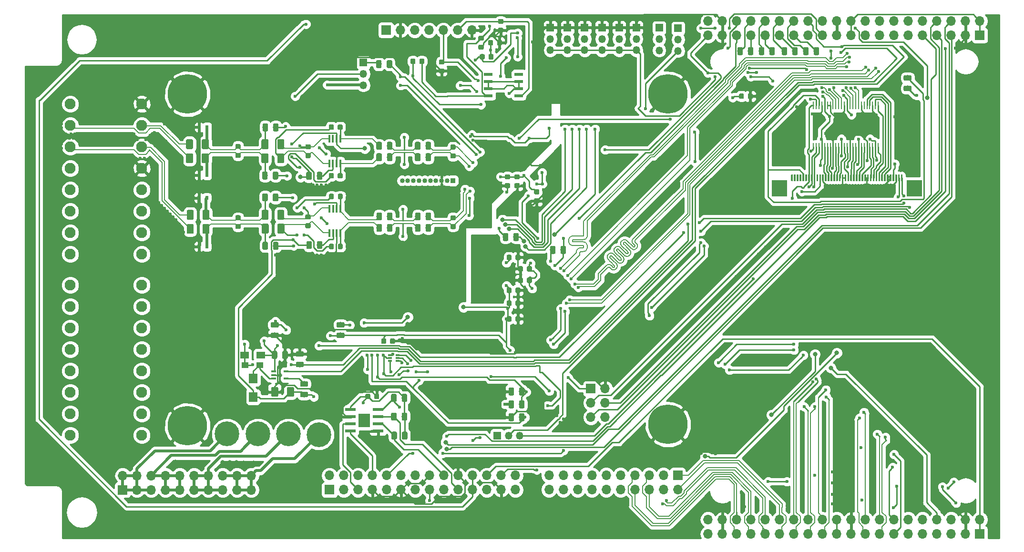
<source format=gbr>
G04 #@! TF.GenerationSoftware,KiCad,Pcbnew,5.0.2+dfsg1-1*
G04 #@! TF.CreationDate,2020-02-15T12:20:27+01:00*
G04 #@! TF.ProjectId,LCD_PMOD,4c43445f-504d-44f4-942e-6b696361645f,rev?*
G04 #@! TF.SameCoordinates,Original*
G04 #@! TF.FileFunction,Copper,L2,Bot*
G04 #@! TF.FilePolarity,Positive*
%FSLAX46Y46*%
G04 Gerber Fmt 4.6, Leading zero omitted, Abs format (unit mm)*
G04 Created by KiCad (PCBNEW 5.0.2+dfsg1-1) date subota, 15. veljače 2020. 12:20:27 CET*
%MOMM*%
%LPD*%
G01*
G04 APERTURE LIST*
G04 #@! TA.AperFunction,ComponentPad*
%ADD10O,1.700000X1.700000*%
G04 #@! TD*
G04 #@! TA.AperFunction,ComponentPad*
%ADD11R,1.700000X1.700000*%
G04 #@! TD*
G04 #@! TA.AperFunction,Conductor*
%ADD12C,0.100000*%
G04 #@! TD*
G04 #@! TA.AperFunction,SMDPad,CuDef*
%ADD13C,0.975000*%
G04 #@! TD*
G04 #@! TA.AperFunction,SMDPad,CuDef*
%ADD14R,0.450000X1.450000*%
G04 #@! TD*
G04 #@! TA.AperFunction,SMDPad,CuDef*
%ADD15R,1.200000X1.000000*%
G04 #@! TD*
G04 #@! TA.AperFunction,SMDPad,CuDef*
%ADD16R,0.850000X0.400000*%
G04 #@! TD*
G04 #@! TA.AperFunction,SMDPad,CuDef*
%ADD17R,1.500000X1.750000*%
G04 #@! TD*
G04 #@! TA.AperFunction,SMDPad,CuDef*
%ADD18R,1.500000X1.200000*%
G04 #@! TD*
G04 #@! TA.AperFunction,SMDPad,CuDef*
%ADD19R,2.700000X3.000000*%
G04 #@! TD*
G04 #@! TA.AperFunction,SMDPad,CuDef*
%ADD20C,0.300000*%
G04 #@! TD*
G04 #@! TA.AperFunction,SMDPad,CuDef*
%ADD21R,0.279400X1.473200*%
G04 #@! TD*
G04 #@! TA.AperFunction,SMDPad,CuDef*
%ADD22C,1.250000*%
G04 #@! TD*
G04 #@! TA.AperFunction,SMDPad,CuDef*
%ADD23C,0.875000*%
G04 #@! TD*
G04 #@! TA.AperFunction,SMDPad,CuDef*
%ADD24R,0.600000X0.700000*%
G04 #@! TD*
G04 #@! TA.AperFunction,SMDPad,CuDef*
%ADD25R,1.981200X0.558800*%
G04 #@! TD*
G04 #@! TA.AperFunction,SMDPad,CuDef*
%ADD26R,2.006600X2.489200*%
G04 #@! TD*
G04 #@! TA.AperFunction,ComponentPad*
%ADD27O,1.350000X1.350000*%
G04 #@! TD*
G04 #@! TA.AperFunction,ComponentPad*
%ADD28R,1.350000X1.350000*%
G04 #@! TD*
G04 #@! TA.AperFunction,ComponentPad*
%ADD29C,7.000000*%
G04 #@! TD*
G04 #@! TA.AperFunction,ComponentPad*
%ADD30C,0.800000*%
G04 #@! TD*
G04 #@! TA.AperFunction,ComponentPad*
%ADD31C,1.950000*%
G04 #@! TD*
G04 #@! TA.AperFunction,SMDPad,CuDef*
%ADD32R,1.550000X0.600000*%
G04 #@! TD*
G04 #@! TA.AperFunction,ComponentPad*
%ADD33R,0.850000X0.850000*%
G04 #@! TD*
G04 #@! TA.AperFunction,ComponentPad*
%ADD34O,0.850000X0.850000*%
G04 #@! TD*
G04 #@! TA.AperFunction,SMDPad,CuDef*
%ADD35R,0.654000X0.300800*%
G04 #@! TD*
G04 #@! TA.AperFunction,ComponentPad*
%ADD36C,4.400000*%
G04 #@! TD*
G04 #@! TA.AperFunction,ViaPad*
%ADD37C,0.600000*%
G04 #@! TD*
G04 #@! TA.AperFunction,ViaPad*
%ADD38C,0.800000*%
G04 #@! TD*
G04 #@! TA.AperFunction,Conductor*
%ADD39C,0.250000*%
G04 #@! TD*
G04 #@! TA.AperFunction,Conductor*
%ADD40C,0.500000*%
G04 #@! TD*
G04 #@! TA.AperFunction,Conductor*
%ADD41C,0.200000*%
G04 #@! TD*
G04 #@! TA.AperFunction,Conductor*
%ADD42C,0.254000*%
G04 #@! TD*
G04 APERTURE END LIST*
D10*
G04 #@! TO.P,J3,28*
G04 #@! TO.N,N/C*
X146100000Y-123370000D03*
G04 #@! TO.P,J3,27*
X146114230Y-125910000D03*
G04 #@! TO.P,J3,26*
G04 #@! TO.N,DIB_BOOT*
X143560000Y-123370000D03*
G04 #@! TO.P,J3,25*
G04 #@! TO.N,GND*
X143574230Y-125910000D03*
G04 #@! TO.P,J3,24*
G04 #@! TO.N,5V*
X141020000Y-123370000D03*
G04 #@! TO.P,J3,23*
X141034230Y-125910000D03*
G04 #@! TO.P,J3,22*
G04 #@! TO.N,+12V*
X138480000Y-123370000D03*
G04 #@! TO.P,J3,21*
X138494230Y-125910000D03*
G04 #@! TO.P,J3,20*
G04 #@! TO.N,GND*
X135940000Y-123370000D03*
G04 #@! TO.P,J3,19*
G04 #@! TO.N,DIB_A1*
X135954230Y-125910000D03*
G04 #@! TO.P,J3,18*
G04 #@! TO.N,DIB_A2*
X133400000Y-123370000D03*
G04 #@! TO.P,J3,17*
G04 #@! TO.N,DIB_A0*
X133414230Y-125910000D03*
G04 #@! TO.P,J3,16*
G04 #@! TO.N,GND*
X130860000Y-123370000D03*
G04 #@! TO.P,J3,15*
G04 #@! TO.N,1P*
X130874230Y-125910000D03*
G04 #@! TO.P,J3,14*
G04 #@! TO.N,1N*
X128320000Y-123370000D03*
G04 #@! TO.P,J3,13*
G04 #@! TO.N,2N*
X128334230Y-125910000D03*
G04 #@! TO.P,J3,12*
G04 #@! TO.N,0P*
X125780000Y-123370000D03*
G04 #@! TO.P,J3,11*
G04 #@! TO.N,GND*
X125794230Y-125910000D03*
G04 #@! TO.P,J3,10*
G04 #@! TO.N,2P*
X123240000Y-123370000D03*
G04 #@! TO.P,J3,9*
G04 #@! TO.N,0N*
X123254230Y-125910000D03*
G04 #@! TO.P,J3,8*
G04 #@! TO.N,DIB_SDA*
X120700000Y-123370000D03*
G04 #@! TO.P,J3,7*
G04 #@! TO.N,GND*
X120714230Y-125910000D03*
G04 #@! TO.P,J3,6*
G04 #@! TO.N,N/C*
X118160000Y-123370000D03*
G04 #@! TO.P,J3,5*
G04 #@! TO.N,DIB_SCL*
X118174230Y-125910000D03*
G04 #@! TO.P,J3,4*
G04 #@! TO.N,13P*
X115620000Y-123370000D03*
G04 #@! TO.P,J3,3*
G04 #@! TO.N,N/C*
X115634230Y-125910000D03*
G04 #@! TO.P,J3,2*
X113080000Y-123370000D03*
D11*
G04 #@! TO.P,J3,1*
G04 #@! TO.N,DIB_+3V3*
X113094230Y-125910000D03*
G04 #@! TD*
G04 #@! TO.P,J9,1*
G04 #@! TO.N,17P*
X174930000Y-123330000D03*
D10*
G04 #@! TO.P,J9,2*
G04 #@! TO.N,17N*
X174930000Y-125870000D03*
G04 #@! TO.P,J9,3*
G04 #@! TO.N,16P*
X172390000Y-123330000D03*
G04 #@! TO.P,J9,4*
G04 #@! TO.N,16N*
X172390000Y-125870000D03*
G04 #@! TO.P,J9,5*
G04 #@! TO.N,15P*
X169850000Y-123330000D03*
G04 #@! TO.P,J9,6*
G04 #@! TO.N,15N*
X169850000Y-125870000D03*
G04 #@! TO.P,J9,7*
G04 #@! TO.N,14P*
X167310000Y-123330000D03*
G04 #@! TO.P,J9,8*
G04 #@! TO.N,14N*
X167310000Y-125870000D03*
G04 #@! TO.P,J9,9*
G04 #@! TO.N,N/C*
X164770000Y-123330000D03*
G04 #@! TO.P,J9,10*
X164770000Y-125870000D03*
G04 #@! TO.P,J9,11*
X162230000Y-123330000D03*
G04 #@! TO.P,J9,12*
X162230000Y-125870000D03*
G04 #@! TO.P,J9,13*
X159690000Y-123330000D03*
G04 #@! TO.P,J9,14*
X159690000Y-125870000D03*
G04 #@! TO.P,J9,15*
X157150000Y-123330000D03*
G04 #@! TO.P,J9,16*
X157150000Y-125870000D03*
G04 #@! TO.P,J9,17*
X154610000Y-123330000D03*
G04 #@! TO.P,J9,18*
X154610000Y-125870000D03*
G04 #@! TO.P,J9,19*
X152070000Y-123330000D03*
G04 #@! TO.P,J9,20*
X152070000Y-125870000D03*
G04 #@! TD*
D12*
G04 #@! TO.N,ADC_A4_OUT_N*
G04 #@! TO.C,R47*
G36*
X130915547Y-78693259D02*
X130939208Y-78696769D01*
X130962412Y-78702581D01*
X130984934Y-78710639D01*
X131006558Y-78720867D01*
X131027075Y-78733164D01*
X131046288Y-78747414D01*
X131064012Y-78763478D01*
X131080076Y-78781202D01*
X131094326Y-78800415D01*
X131106623Y-78820932D01*
X131116851Y-78842556D01*
X131124909Y-78865078D01*
X131130721Y-78888282D01*
X131134231Y-78911943D01*
X131135405Y-78935835D01*
X131135405Y-79848335D01*
X131134231Y-79872227D01*
X131130721Y-79895888D01*
X131124909Y-79919092D01*
X131116851Y-79941614D01*
X131106623Y-79963238D01*
X131094326Y-79983755D01*
X131080076Y-80002968D01*
X131064012Y-80020692D01*
X131046288Y-80036756D01*
X131027075Y-80051006D01*
X131006558Y-80063303D01*
X130984934Y-80073531D01*
X130962412Y-80081589D01*
X130939208Y-80087401D01*
X130915547Y-80090911D01*
X130891655Y-80092085D01*
X130404155Y-80092085D01*
X130380263Y-80090911D01*
X130356602Y-80087401D01*
X130333398Y-80081589D01*
X130310876Y-80073531D01*
X130289252Y-80063303D01*
X130268735Y-80051006D01*
X130249522Y-80036756D01*
X130231798Y-80020692D01*
X130215734Y-80002968D01*
X130201484Y-79983755D01*
X130189187Y-79963238D01*
X130178959Y-79941614D01*
X130170901Y-79919092D01*
X130165089Y-79895888D01*
X130161579Y-79872227D01*
X130160405Y-79848335D01*
X130160405Y-78935835D01*
X130161579Y-78911943D01*
X130165089Y-78888282D01*
X130170901Y-78865078D01*
X130178959Y-78842556D01*
X130189187Y-78820932D01*
X130201484Y-78800415D01*
X130215734Y-78781202D01*
X130231798Y-78763478D01*
X130249522Y-78747414D01*
X130268735Y-78733164D01*
X130289252Y-78720867D01*
X130310876Y-78710639D01*
X130333398Y-78702581D01*
X130356602Y-78696769D01*
X130380263Y-78693259D01*
X130404155Y-78692085D01*
X130891655Y-78692085D01*
X130915547Y-78693259D01*
X130915547Y-78693259D01*
G37*
D13*
G04 #@! TD*
G04 #@! TO.P,R47,1*
G04 #@! TO.N,ADC_A4_OUT_N*
X130647905Y-79392085D03*
D12*
G04 #@! TO.N,/ADC/ADC_buffer/A4_out2-*
G04 #@! TO.C,R47*
G36*
X129040547Y-78693259D02*
X129064208Y-78696769D01*
X129087412Y-78702581D01*
X129109934Y-78710639D01*
X129131558Y-78720867D01*
X129152075Y-78733164D01*
X129171288Y-78747414D01*
X129189012Y-78763478D01*
X129205076Y-78781202D01*
X129219326Y-78800415D01*
X129231623Y-78820932D01*
X129241851Y-78842556D01*
X129249909Y-78865078D01*
X129255721Y-78888282D01*
X129259231Y-78911943D01*
X129260405Y-78935835D01*
X129260405Y-79848335D01*
X129259231Y-79872227D01*
X129255721Y-79895888D01*
X129249909Y-79919092D01*
X129241851Y-79941614D01*
X129231623Y-79963238D01*
X129219326Y-79983755D01*
X129205076Y-80002968D01*
X129189012Y-80020692D01*
X129171288Y-80036756D01*
X129152075Y-80051006D01*
X129131558Y-80063303D01*
X129109934Y-80073531D01*
X129087412Y-80081589D01*
X129064208Y-80087401D01*
X129040547Y-80090911D01*
X129016655Y-80092085D01*
X128529155Y-80092085D01*
X128505263Y-80090911D01*
X128481602Y-80087401D01*
X128458398Y-80081589D01*
X128435876Y-80073531D01*
X128414252Y-80063303D01*
X128393735Y-80051006D01*
X128374522Y-80036756D01*
X128356798Y-80020692D01*
X128340734Y-80002968D01*
X128326484Y-79983755D01*
X128314187Y-79963238D01*
X128303959Y-79941614D01*
X128295901Y-79919092D01*
X128290089Y-79895888D01*
X128286579Y-79872227D01*
X128285405Y-79848335D01*
X128285405Y-78935835D01*
X128286579Y-78911943D01*
X128290089Y-78888282D01*
X128295901Y-78865078D01*
X128303959Y-78842556D01*
X128314187Y-78820932D01*
X128326484Y-78800415D01*
X128340734Y-78781202D01*
X128356798Y-78763478D01*
X128374522Y-78747414D01*
X128393735Y-78733164D01*
X128414252Y-78720867D01*
X128435876Y-78710639D01*
X128458398Y-78702581D01*
X128481602Y-78696769D01*
X128505263Y-78693259D01*
X128529155Y-78692085D01*
X129016655Y-78692085D01*
X129040547Y-78693259D01*
X129040547Y-78693259D01*
G37*
D13*
G04 #@! TD*
G04 #@! TO.P,R47,2*
G04 #@! TO.N,/ADC/ADC_buffer/A4_out2-*
X128772905Y-79392085D03*
D14*
G04 #@! TO.P,U8,1*
G04 #@! TO.N,/ADC/ADC_buffer/U8N*
X113061000Y-63574000D03*
G04 #@! TO.P,U8,2*
G04 #@! TO.N,N/C*
X113711000Y-63574000D03*
G04 #@! TO.P,U8,3*
G04 #@! TO.N,5V*
X114361000Y-63574000D03*
G04 #@! TO.P,U8,4*
G04 #@! TO.N,/ADC/ADC_buffer/A2_out+*
X115011000Y-63574000D03*
G04 #@! TO.P,U8,5*
G04 #@! TO.N,/ADC/ADC_buffer/A2_out-*
X115011000Y-67974000D03*
G04 #@! TO.P,U8,6*
G04 #@! TO.N,GND*
X114361000Y-67974000D03*
G04 #@! TO.P,U8,7*
G04 #@! TO.N,Net-(R35-Pad2)*
X113711000Y-67974000D03*
G04 #@! TO.P,U8,8*
G04 #@! TO.N,/ADC/ADC_buffer/U8P*
X113061000Y-67974000D03*
G04 #@! TD*
D15*
G04 #@! TO.P,D1,A*
G04 #@! TO.N,/LCD/VLED_SW*
X100733729Y-103733200D03*
G04 #@! TO.P,D1,C*
G04 #@! TO.N,VLED+*
X98133729Y-103733200D03*
G04 #@! TD*
D16*
G04 #@! TO.P,IC1,5*
G04 #@! TO.N,Net-(IC1-Pad5)*
X105384729Y-106161200D03*
G04 #@! TO.P,IC1,4*
G04 #@! TO.N,8N*
X105384729Y-104861200D03*
G04 #@! TO.P,IC1,3*
G04 #@! TO.N,VLED-*
X103134729Y-104861200D03*
G04 #@! TO.P,IC1,2*
G04 #@! TO.N,GND*
X103134729Y-105511200D03*
G04 #@! TO.P,IC1,1*
G04 #@! TO.N,/LCD/VLED_SW*
X103134729Y-106161200D03*
G04 #@! TD*
D17*
G04 #@! TO.P,L1,2*
G04 #@! TO.N,/LCD/VLED_SW*
X99537729Y-106166200D03*
G04 #@! TO.P,L1,1*
G04 #@! TO.N,5V*
X99537729Y-109417200D03*
G04 #@! TD*
D18*
G04 #@! TO.P,ZD1,A*
G04 #@! TO.N,VLED-*
X100883729Y-101955200D03*
G04 #@! TO.P,ZD1,C*
G04 #@! TO.N,VLED+*
X97983729Y-101955200D03*
G04 #@! TD*
D19*
G04 #@! TO.P,LCD_IN1,Z2*
G04 #@! TO.N,N/C*
X192978000Y-72390000D03*
G04 #@! TO.P,LCD_IN1,Z1*
X216978000Y-72390000D03*
D12*
G04 #@! TD*
G04 #@! TO.N,VLED-*
G04 #@! TO.C,LCD_IN1*
G36*
X214810351Y-69890361D02*
X214817632Y-69891441D01*
X214824771Y-69893229D01*
X214831701Y-69895709D01*
X214838355Y-69898856D01*
X214844668Y-69902640D01*
X214850579Y-69907024D01*
X214856033Y-69911967D01*
X214860976Y-69917421D01*
X214865360Y-69923332D01*
X214869144Y-69929645D01*
X214872291Y-69936299D01*
X214874771Y-69943229D01*
X214876559Y-69950368D01*
X214877639Y-69957649D01*
X214878000Y-69965000D01*
X214878000Y-71015000D01*
X214877639Y-71022351D01*
X214876559Y-71029632D01*
X214874771Y-71036771D01*
X214872291Y-71043701D01*
X214869144Y-71050355D01*
X214865360Y-71056668D01*
X214860976Y-71062579D01*
X214856033Y-71068033D01*
X214850579Y-71072976D01*
X214844668Y-71077360D01*
X214838355Y-71081144D01*
X214831701Y-71084291D01*
X214824771Y-71086771D01*
X214817632Y-71088559D01*
X214810351Y-71089639D01*
X214803000Y-71090000D01*
X214653000Y-71090000D01*
X214645649Y-71089639D01*
X214638368Y-71088559D01*
X214631229Y-71086771D01*
X214624299Y-71084291D01*
X214617645Y-71081144D01*
X214611332Y-71077360D01*
X214605421Y-71072976D01*
X214599967Y-71068033D01*
X214595024Y-71062579D01*
X214590640Y-71056668D01*
X214586856Y-71050355D01*
X214583709Y-71043701D01*
X214581229Y-71036771D01*
X214579441Y-71029632D01*
X214578361Y-71022351D01*
X214578000Y-71015000D01*
X214578000Y-69965000D01*
X214578361Y-69957649D01*
X214579441Y-69950368D01*
X214581229Y-69943229D01*
X214583709Y-69936299D01*
X214586856Y-69929645D01*
X214590640Y-69923332D01*
X214595024Y-69917421D01*
X214599967Y-69911967D01*
X214605421Y-69907024D01*
X214611332Y-69902640D01*
X214617645Y-69898856D01*
X214624299Y-69895709D01*
X214631229Y-69893229D01*
X214638368Y-69891441D01*
X214645649Y-69890361D01*
X214653000Y-69890000D01*
X214803000Y-69890000D01*
X214810351Y-69890361D01*
X214810351Y-69890361D01*
G37*
D20*
G04 #@! TO.P,LCD_IN1,1*
G04 #@! TO.N,VLED-*
X214728000Y-70490000D03*
D12*
G04 #@! TD*
G04 #@! TO.N,VLED+*
G04 #@! TO.C,LCD_IN1*
G36*
X214310351Y-69890361D02*
X214317632Y-69891441D01*
X214324771Y-69893229D01*
X214331701Y-69895709D01*
X214338355Y-69898856D01*
X214344668Y-69902640D01*
X214350579Y-69907024D01*
X214356033Y-69911967D01*
X214360976Y-69917421D01*
X214365360Y-69923332D01*
X214369144Y-69929645D01*
X214372291Y-69936299D01*
X214374771Y-69943229D01*
X214376559Y-69950368D01*
X214377639Y-69957649D01*
X214378000Y-69965000D01*
X214378000Y-71015000D01*
X214377639Y-71022351D01*
X214376559Y-71029632D01*
X214374771Y-71036771D01*
X214372291Y-71043701D01*
X214369144Y-71050355D01*
X214365360Y-71056668D01*
X214360976Y-71062579D01*
X214356033Y-71068033D01*
X214350579Y-71072976D01*
X214344668Y-71077360D01*
X214338355Y-71081144D01*
X214331701Y-71084291D01*
X214324771Y-71086771D01*
X214317632Y-71088559D01*
X214310351Y-71089639D01*
X214303000Y-71090000D01*
X214153000Y-71090000D01*
X214145649Y-71089639D01*
X214138368Y-71088559D01*
X214131229Y-71086771D01*
X214124299Y-71084291D01*
X214117645Y-71081144D01*
X214111332Y-71077360D01*
X214105421Y-71072976D01*
X214099967Y-71068033D01*
X214095024Y-71062579D01*
X214090640Y-71056668D01*
X214086856Y-71050355D01*
X214083709Y-71043701D01*
X214081229Y-71036771D01*
X214079441Y-71029632D01*
X214078361Y-71022351D01*
X214078000Y-71015000D01*
X214078000Y-69965000D01*
X214078361Y-69957649D01*
X214079441Y-69950368D01*
X214081229Y-69943229D01*
X214083709Y-69936299D01*
X214086856Y-69929645D01*
X214090640Y-69923332D01*
X214095024Y-69917421D01*
X214099967Y-69911967D01*
X214105421Y-69907024D01*
X214111332Y-69902640D01*
X214117645Y-69898856D01*
X214124299Y-69895709D01*
X214131229Y-69893229D01*
X214138368Y-69891441D01*
X214145649Y-69890361D01*
X214153000Y-69890000D01*
X214303000Y-69890000D01*
X214310351Y-69890361D01*
X214310351Y-69890361D01*
G37*
D20*
G04 #@! TO.P,LCD_IN1,2*
G04 #@! TO.N,VLED+*
X214228000Y-70490000D03*
D12*
G04 #@! TD*
G04 #@! TO.N,GND*
G04 #@! TO.C,LCD_IN1*
G36*
X213810351Y-69890361D02*
X213817632Y-69891441D01*
X213824771Y-69893229D01*
X213831701Y-69895709D01*
X213838355Y-69898856D01*
X213844668Y-69902640D01*
X213850579Y-69907024D01*
X213856033Y-69911967D01*
X213860976Y-69917421D01*
X213865360Y-69923332D01*
X213869144Y-69929645D01*
X213872291Y-69936299D01*
X213874771Y-69943229D01*
X213876559Y-69950368D01*
X213877639Y-69957649D01*
X213878000Y-69965000D01*
X213878000Y-71015000D01*
X213877639Y-71022351D01*
X213876559Y-71029632D01*
X213874771Y-71036771D01*
X213872291Y-71043701D01*
X213869144Y-71050355D01*
X213865360Y-71056668D01*
X213860976Y-71062579D01*
X213856033Y-71068033D01*
X213850579Y-71072976D01*
X213844668Y-71077360D01*
X213838355Y-71081144D01*
X213831701Y-71084291D01*
X213824771Y-71086771D01*
X213817632Y-71088559D01*
X213810351Y-71089639D01*
X213803000Y-71090000D01*
X213653000Y-71090000D01*
X213645649Y-71089639D01*
X213638368Y-71088559D01*
X213631229Y-71086771D01*
X213624299Y-71084291D01*
X213617645Y-71081144D01*
X213611332Y-71077360D01*
X213605421Y-71072976D01*
X213599967Y-71068033D01*
X213595024Y-71062579D01*
X213590640Y-71056668D01*
X213586856Y-71050355D01*
X213583709Y-71043701D01*
X213581229Y-71036771D01*
X213579441Y-71029632D01*
X213578361Y-71022351D01*
X213578000Y-71015000D01*
X213578000Y-69965000D01*
X213578361Y-69957649D01*
X213579441Y-69950368D01*
X213581229Y-69943229D01*
X213583709Y-69936299D01*
X213586856Y-69929645D01*
X213590640Y-69923332D01*
X213595024Y-69917421D01*
X213599967Y-69911967D01*
X213605421Y-69907024D01*
X213611332Y-69902640D01*
X213617645Y-69898856D01*
X213624299Y-69895709D01*
X213631229Y-69893229D01*
X213638368Y-69891441D01*
X213645649Y-69890361D01*
X213653000Y-69890000D01*
X213803000Y-69890000D01*
X213810351Y-69890361D01*
X213810351Y-69890361D01*
G37*
D20*
G04 #@! TO.P,LCD_IN1,3*
G04 #@! TO.N,GND*
X213728000Y-70490000D03*
D12*
G04 #@! TD*
G04 #@! TO.N,3V3*
G04 #@! TO.C,LCD_IN1*
G36*
X213310351Y-69890361D02*
X213317632Y-69891441D01*
X213324771Y-69893229D01*
X213331701Y-69895709D01*
X213338355Y-69898856D01*
X213344668Y-69902640D01*
X213350579Y-69907024D01*
X213356033Y-69911967D01*
X213360976Y-69917421D01*
X213365360Y-69923332D01*
X213369144Y-69929645D01*
X213372291Y-69936299D01*
X213374771Y-69943229D01*
X213376559Y-69950368D01*
X213377639Y-69957649D01*
X213378000Y-69965000D01*
X213378000Y-71015000D01*
X213377639Y-71022351D01*
X213376559Y-71029632D01*
X213374771Y-71036771D01*
X213372291Y-71043701D01*
X213369144Y-71050355D01*
X213365360Y-71056668D01*
X213360976Y-71062579D01*
X213356033Y-71068033D01*
X213350579Y-71072976D01*
X213344668Y-71077360D01*
X213338355Y-71081144D01*
X213331701Y-71084291D01*
X213324771Y-71086771D01*
X213317632Y-71088559D01*
X213310351Y-71089639D01*
X213303000Y-71090000D01*
X213153000Y-71090000D01*
X213145649Y-71089639D01*
X213138368Y-71088559D01*
X213131229Y-71086771D01*
X213124299Y-71084291D01*
X213117645Y-71081144D01*
X213111332Y-71077360D01*
X213105421Y-71072976D01*
X213099967Y-71068033D01*
X213095024Y-71062579D01*
X213090640Y-71056668D01*
X213086856Y-71050355D01*
X213083709Y-71043701D01*
X213081229Y-71036771D01*
X213079441Y-71029632D01*
X213078361Y-71022351D01*
X213078000Y-71015000D01*
X213078000Y-69965000D01*
X213078361Y-69957649D01*
X213079441Y-69950368D01*
X213081229Y-69943229D01*
X213083709Y-69936299D01*
X213086856Y-69929645D01*
X213090640Y-69923332D01*
X213095024Y-69917421D01*
X213099967Y-69911967D01*
X213105421Y-69907024D01*
X213111332Y-69902640D01*
X213117645Y-69898856D01*
X213124299Y-69895709D01*
X213131229Y-69893229D01*
X213138368Y-69891441D01*
X213145649Y-69890361D01*
X213153000Y-69890000D01*
X213303000Y-69890000D01*
X213310351Y-69890361D01*
X213310351Y-69890361D01*
G37*
D20*
G04 #@! TO.P,LCD_IN1,4*
G04 #@! TO.N,3V3*
X213228000Y-70490000D03*
D12*
G04 #@! TD*
G04 #@! TO.N,GND*
G04 #@! TO.C,LCD_IN1*
G36*
X212810351Y-69890361D02*
X212817632Y-69891441D01*
X212824771Y-69893229D01*
X212831701Y-69895709D01*
X212838355Y-69898856D01*
X212844668Y-69902640D01*
X212850579Y-69907024D01*
X212856033Y-69911967D01*
X212860976Y-69917421D01*
X212865360Y-69923332D01*
X212869144Y-69929645D01*
X212872291Y-69936299D01*
X212874771Y-69943229D01*
X212876559Y-69950368D01*
X212877639Y-69957649D01*
X212878000Y-69965000D01*
X212878000Y-71015000D01*
X212877639Y-71022351D01*
X212876559Y-71029632D01*
X212874771Y-71036771D01*
X212872291Y-71043701D01*
X212869144Y-71050355D01*
X212865360Y-71056668D01*
X212860976Y-71062579D01*
X212856033Y-71068033D01*
X212850579Y-71072976D01*
X212844668Y-71077360D01*
X212838355Y-71081144D01*
X212831701Y-71084291D01*
X212824771Y-71086771D01*
X212817632Y-71088559D01*
X212810351Y-71089639D01*
X212803000Y-71090000D01*
X212653000Y-71090000D01*
X212645649Y-71089639D01*
X212638368Y-71088559D01*
X212631229Y-71086771D01*
X212624299Y-71084291D01*
X212617645Y-71081144D01*
X212611332Y-71077360D01*
X212605421Y-71072976D01*
X212599967Y-71068033D01*
X212595024Y-71062579D01*
X212590640Y-71056668D01*
X212586856Y-71050355D01*
X212583709Y-71043701D01*
X212581229Y-71036771D01*
X212579441Y-71029632D01*
X212578361Y-71022351D01*
X212578000Y-71015000D01*
X212578000Y-69965000D01*
X212578361Y-69957649D01*
X212579441Y-69950368D01*
X212581229Y-69943229D01*
X212583709Y-69936299D01*
X212586856Y-69929645D01*
X212590640Y-69923332D01*
X212595024Y-69917421D01*
X212599967Y-69911967D01*
X212605421Y-69907024D01*
X212611332Y-69902640D01*
X212617645Y-69898856D01*
X212624299Y-69895709D01*
X212631229Y-69893229D01*
X212638368Y-69891441D01*
X212645649Y-69890361D01*
X212653000Y-69890000D01*
X212803000Y-69890000D01*
X212810351Y-69890361D01*
X212810351Y-69890361D01*
G37*
D20*
G04 #@! TO.P,LCD_IN1,5*
G04 #@! TO.N,GND*
X212728000Y-70490000D03*
D12*
G04 #@! TD*
G04 #@! TO.N,GND*
G04 #@! TO.C,LCD_IN1*
G36*
X212310351Y-69890361D02*
X212317632Y-69891441D01*
X212324771Y-69893229D01*
X212331701Y-69895709D01*
X212338355Y-69898856D01*
X212344668Y-69902640D01*
X212350579Y-69907024D01*
X212356033Y-69911967D01*
X212360976Y-69917421D01*
X212365360Y-69923332D01*
X212369144Y-69929645D01*
X212372291Y-69936299D01*
X212374771Y-69943229D01*
X212376559Y-69950368D01*
X212377639Y-69957649D01*
X212378000Y-69965000D01*
X212378000Y-71015000D01*
X212377639Y-71022351D01*
X212376559Y-71029632D01*
X212374771Y-71036771D01*
X212372291Y-71043701D01*
X212369144Y-71050355D01*
X212365360Y-71056668D01*
X212360976Y-71062579D01*
X212356033Y-71068033D01*
X212350579Y-71072976D01*
X212344668Y-71077360D01*
X212338355Y-71081144D01*
X212331701Y-71084291D01*
X212324771Y-71086771D01*
X212317632Y-71088559D01*
X212310351Y-71089639D01*
X212303000Y-71090000D01*
X212153000Y-71090000D01*
X212145649Y-71089639D01*
X212138368Y-71088559D01*
X212131229Y-71086771D01*
X212124299Y-71084291D01*
X212117645Y-71081144D01*
X212111332Y-71077360D01*
X212105421Y-71072976D01*
X212099967Y-71068033D01*
X212095024Y-71062579D01*
X212090640Y-71056668D01*
X212086856Y-71050355D01*
X212083709Y-71043701D01*
X212081229Y-71036771D01*
X212079441Y-71029632D01*
X212078361Y-71022351D01*
X212078000Y-71015000D01*
X212078000Y-69965000D01*
X212078361Y-69957649D01*
X212079441Y-69950368D01*
X212081229Y-69943229D01*
X212083709Y-69936299D01*
X212086856Y-69929645D01*
X212090640Y-69923332D01*
X212095024Y-69917421D01*
X212099967Y-69911967D01*
X212105421Y-69907024D01*
X212111332Y-69902640D01*
X212117645Y-69898856D01*
X212124299Y-69895709D01*
X212131229Y-69893229D01*
X212138368Y-69891441D01*
X212145649Y-69890361D01*
X212153000Y-69890000D01*
X212303000Y-69890000D01*
X212310351Y-69890361D01*
X212310351Y-69890361D01*
G37*
D20*
G04 #@! TO.P,LCD_IN1,6*
G04 #@! TO.N,GND*
X212228000Y-70490000D03*
D12*
G04 #@! TD*
G04 #@! TO.N,/Video_IN/R2*
G04 #@! TO.C,LCD_IN1*
G36*
X211810351Y-69890361D02*
X211817632Y-69891441D01*
X211824771Y-69893229D01*
X211831701Y-69895709D01*
X211838355Y-69898856D01*
X211844668Y-69902640D01*
X211850579Y-69907024D01*
X211856033Y-69911967D01*
X211860976Y-69917421D01*
X211865360Y-69923332D01*
X211869144Y-69929645D01*
X211872291Y-69936299D01*
X211874771Y-69943229D01*
X211876559Y-69950368D01*
X211877639Y-69957649D01*
X211878000Y-69965000D01*
X211878000Y-71015000D01*
X211877639Y-71022351D01*
X211876559Y-71029632D01*
X211874771Y-71036771D01*
X211872291Y-71043701D01*
X211869144Y-71050355D01*
X211865360Y-71056668D01*
X211860976Y-71062579D01*
X211856033Y-71068033D01*
X211850579Y-71072976D01*
X211844668Y-71077360D01*
X211838355Y-71081144D01*
X211831701Y-71084291D01*
X211824771Y-71086771D01*
X211817632Y-71088559D01*
X211810351Y-71089639D01*
X211803000Y-71090000D01*
X211653000Y-71090000D01*
X211645649Y-71089639D01*
X211638368Y-71088559D01*
X211631229Y-71086771D01*
X211624299Y-71084291D01*
X211617645Y-71081144D01*
X211611332Y-71077360D01*
X211605421Y-71072976D01*
X211599967Y-71068033D01*
X211595024Y-71062579D01*
X211590640Y-71056668D01*
X211586856Y-71050355D01*
X211583709Y-71043701D01*
X211581229Y-71036771D01*
X211579441Y-71029632D01*
X211578361Y-71022351D01*
X211578000Y-71015000D01*
X211578000Y-69965000D01*
X211578361Y-69957649D01*
X211579441Y-69950368D01*
X211581229Y-69943229D01*
X211583709Y-69936299D01*
X211586856Y-69929645D01*
X211590640Y-69923332D01*
X211595024Y-69917421D01*
X211599967Y-69911967D01*
X211605421Y-69907024D01*
X211611332Y-69902640D01*
X211617645Y-69898856D01*
X211624299Y-69895709D01*
X211631229Y-69893229D01*
X211638368Y-69891441D01*
X211645649Y-69890361D01*
X211653000Y-69890000D01*
X211803000Y-69890000D01*
X211810351Y-69890361D01*
X211810351Y-69890361D01*
G37*
D20*
G04 #@! TO.P,LCD_IN1,7*
G04 #@! TO.N,/Video_IN/R2*
X211728000Y-70490000D03*
D12*
G04 #@! TD*
G04 #@! TO.N,/Video_IN/R3*
G04 #@! TO.C,LCD_IN1*
G36*
X211310351Y-69890361D02*
X211317632Y-69891441D01*
X211324771Y-69893229D01*
X211331701Y-69895709D01*
X211338355Y-69898856D01*
X211344668Y-69902640D01*
X211350579Y-69907024D01*
X211356033Y-69911967D01*
X211360976Y-69917421D01*
X211365360Y-69923332D01*
X211369144Y-69929645D01*
X211372291Y-69936299D01*
X211374771Y-69943229D01*
X211376559Y-69950368D01*
X211377639Y-69957649D01*
X211378000Y-69965000D01*
X211378000Y-71015000D01*
X211377639Y-71022351D01*
X211376559Y-71029632D01*
X211374771Y-71036771D01*
X211372291Y-71043701D01*
X211369144Y-71050355D01*
X211365360Y-71056668D01*
X211360976Y-71062579D01*
X211356033Y-71068033D01*
X211350579Y-71072976D01*
X211344668Y-71077360D01*
X211338355Y-71081144D01*
X211331701Y-71084291D01*
X211324771Y-71086771D01*
X211317632Y-71088559D01*
X211310351Y-71089639D01*
X211303000Y-71090000D01*
X211153000Y-71090000D01*
X211145649Y-71089639D01*
X211138368Y-71088559D01*
X211131229Y-71086771D01*
X211124299Y-71084291D01*
X211117645Y-71081144D01*
X211111332Y-71077360D01*
X211105421Y-71072976D01*
X211099967Y-71068033D01*
X211095024Y-71062579D01*
X211090640Y-71056668D01*
X211086856Y-71050355D01*
X211083709Y-71043701D01*
X211081229Y-71036771D01*
X211079441Y-71029632D01*
X211078361Y-71022351D01*
X211078000Y-71015000D01*
X211078000Y-69965000D01*
X211078361Y-69957649D01*
X211079441Y-69950368D01*
X211081229Y-69943229D01*
X211083709Y-69936299D01*
X211086856Y-69929645D01*
X211090640Y-69923332D01*
X211095024Y-69917421D01*
X211099967Y-69911967D01*
X211105421Y-69907024D01*
X211111332Y-69902640D01*
X211117645Y-69898856D01*
X211124299Y-69895709D01*
X211131229Y-69893229D01*
X211138368Y-69891441D01*
X211145649Y-69890361D01*
X211153000Y-69890000D01*
X211303000Y-69890000D01*
X211310351Y-69890361D01*
X211310351Y-69890361D01*
G37*
D20*
G04 #@! TO.P,LCD_IN1,8*
G04 #@! TO.N,/Video_IN/R3*
X211228000Y-70490000D03*
D12*
G04 #@! TD*
G04 #@! TO.N,/Video_IN/R4*
G04 #@! TO.C,LCD_IN1*
G36*
X210810351Y-69890361D02*
X210817632Y-69891441D01*
X210824771Y-69893229D01*
X210831701Y-69895709D01*
X210838355Y-69898856D01*
X210844668Y-69902640D01*
X210850579Y-69907024D01*
X210856033Y-69911967D01*
X210860976Y-69917421D01*
X210865360Y-69923332D01*
X210869144Y-69929645D01*
X210872291Y-69936299D01*
X210874771Y-69943229D01*
X210876559Y-69950368D01*
X210877639Y-69957649D01*
X210878000Y-69965000D01*
X210878000Y-71015000D01*
X210877639Y-71022351D01*
X210876559Y-71029632D01*
X210874771Y-71036771D01*
X210872291Y-71043701D01*
X210869144Y-71050355D01*
X210865360Y-71056668D01*
X210860976Y-71062579D01*
X210856033Y-71068033D01*
X210850579Y-71072976D01*
X210844668Y-71077360D01*
X210838355Y-71081144D01*
X210831701Y-71084291D01*
X210824771Y-71086771D01*
X210817632Y-71088559D01*
X210810351Y-71089639D01*
X210803000Y-71090000D01*
X210653000Y-71090000D01*
X210645649Y-71089639D01*
X210638368Y-71088559D01*
X210631229Y-71086771D01*
X210624299Y-71084291D01*
X210617645Y-71081144D01*
X210611332Y-71077360D01*
X210605421Y-71072976D01*
X210599967Y-71068033D01*
X210595024Y-71062579D01*
X210590640Y-71056668D01*
X210586856Y-71050355D01*
X210583709Y-71043701D01*
X210581229Y-71036771D01*
X210579441Y-71029632D01*
X210578361Y-71022351D01*
X210578000Y-71015000D01*
X210578000Y-69965000D01*
X210578361Y-69957649D01*
X210579441Y-69950368D01*
X210581229Y-69943229D01*
X210583709Y-69936299D01*
X210586856Y-69929645D01*
X210590640Y-69923332D01*
X210595024Y-69917421D01*
X210599967Y-69911967D01*
X210605421Y-69907024D01*
X210611332Y-69902640D01*
X210617645Y-69898856D01*
X210624299Y-69895709D01*
X210631229Y-69893229D01*
X210638368Y-69891441D01*
X210645649Y-69890361D01*
X210653000Y-69890000D01*
X210803000Y-69890000D01*
X210810351Y-69890361D01*
X210810351Y-69890361D01*
G37*
D20*
G04 #@! TO.P,LCD_IN1,9*
G04 #@! TO.N,/Video_IN/R4*
X210728000Y-70490000D03*
D12*
G04 #@! TD*
G04 #@! TO.N,/Video_IN/R5*
G04 #@! TO.C,LCD_IN1*
G36*
X210310351Y-69890361D02*
X210317632Y-69891441D01*
X210324771Y-69893229D01*
X210331701Y-69895709D01*
X210338355Y-69898856D01*
X210344668Y-69902640D01*
X210350579Y-69907024D01*
X210356033Y-69911967D01*
X210360976Y-69917421D01*
X210365360Y-69923332D01*
X210369144Y-69929645D01*
X210372291Y-69936299D01*
X210374771Y-69943229D01*
X210376559Y-69950368D01*
X210377639Y-69957649D01*
X210378000Y-69965000D01*
X210378000Y-71015000D01*
X210377639Y-71022351D01*
X210376559Y-71029632D01*
X210374771Y-71036771D01*
X210372291Y-71043701D01*
X210369144Y-71050355D01*
X210365360Y-71056668D01*
X210360976Y-71062579D01*
X210356033Y-71068033D01*
X210350579Y-71072976D01*
X210344668Y-71077360D01*
X210338355Y-71081144D01*
X210331701Y-71084291D01*
X210324771Y-71086771D01*
X210317632Y-71088559D01*
X210310351Y-71089639D01*
X210303000Y-71090000D01*
X210153000Y-71090000D01*
X210145649Y-71089639D01*
X210138368Y-71088559D01*
X210131229Y-71086771D01*
X210124299Y-71084291D01*
X210117645Y-71081144D01*
X210111332Y-71077360D01*
X210105421Y-71072976D01*
X210099967Y-71068033D01*
X210095024Y-71062579D01*
X210090640Y-71056668D01*
X210086856Y-71050355D01*
X210083709Y-71043701D01*
X210081229Y-71036771D01*
X210079441Y-71029632D01*
X210078361Y-71022351D01*
X210078000Y-71015000D01*
X210078000Y-69965000D01*
X210078361Y-69957649D01*
X210079441Y-69950368D01*
X210081229Y-69943229D01*
X210083709Y-69936299D01*
X210086856Y-69929645D01*
X210090640Y-69923332D01*
X210095024Y-69917421D01*
X210099967Y-69911967D01*
X210105421Y-69907024D01*
X210111332Y-69902640D01*
X210117645Y-69898856D01*
X210124299Y-69895709D01*
X210131229Y-69893229D01*
X210138368Y-69891441D01*
X210145649Y-69890361D01*
X210153000Y-69890000D01*
X210303000Y-69890000D01*
X210310351Y-69890361D01*
X210310351Y-69890361D01*
G37*
D20*
G04 #@! TO.P,LCD_IN1,10*
G04 #@! TO.N,/Video_IN/R5*
X210228000Y-70490000D03*
D12*
G04 #@! TD*
G04 #@! TO.N,/Video_IN/R6*
G04 #@! TO.C,LCD_IN1*
G36*
X209810351Y-69890361D02*
X209817632Y-69891441D01*
X209824771Y-69893229D01*
X209831701Y-69895709D01*
X209838355Y-69898856D01*
X209844668Y-69902640D01*
X209850579Y-69907024D01*
X209856033Y-69911967D01*
X209860976Y-69917421D01*
X209865360Y-69923332D01*
X209869144Y-69929645D01*
X209872291Y-69936299D01*
X209874771Y-69943229D01*
X209876559Y-69950368D01*
X209877639Y-69957649D01*
X209878000Y-69965000D01*
X209878000Y-71015000D01*
X209877639Y-71022351D01*
X209876559Y-71029632D01*
X209874771Y-71036771D01*
X209872291Y-71043701D01*
X209869144Y-71050355D01*
X209865360Y-71056668D01*
X209860976Y-71062579D01*
X209856033Y-71068033D01*
X209850579Y-71072976D01*
X209844668Y-71077360D01*
X209838355Y-71081144D01*
X209831701Y-71084291D01*
X209824771Y-71086771D01*
X209817632Y-71088559D01*
X209810351Y-71089639D01*
X209803000Y-71090000D01*
X209653000Y-71090000D01*
X209645649Y-71089639D01*
X209638368Y-71088559D01*
X209631229Y-71086771D01*
X209624299Y-71084291D01*
X209617645Y-71081144D01*
X209611332Y-71077360D01*
X209605421Y-71072976D01*
X209599967Y-71068033D01*
X209595024Y-71062579D01*
X209590640Y-71056668D01*
X209586856Y-71050355D01*
X209583709Y-71043701D01*
X209581229Y-71036771D01*
X209579441Y-71029632D01*
X209578361Y-71022351D01*
X209578000Y-71015000D01*
X209578000Y-69965000D01*
X209578361Y-69957649D01*
X209579441Y-69950368D01*
X209581229Y-69943229D01*
X209583709Y-69936299D01*
X209586856Y-69929645D01*
X209590640Y-69923332D01*
X209595024Y-69917421D01*
X209599967Y-69911967D01*
X209605421Y-69907024D01*
X209611332Y-69902640D01*
X209617645Y-69898856D01*
X209624299Y-69895709D01*
X209631229Y-69893229D01*
X209638368Y-69891441D01*
X209645649Y-69890361D01*
X209653000Y-69890000D01*
X209803000Y-69890000D01*
X209810351Y-69890361D01*
X209810351Y-69890361D01*
G37*
D20*
G04 #@! TO.P,LCD_IN1,11*
G04 #@! TO.N,/Video_IN/R6*
X209728000Y-70490000D03*
D12*
G04 #@! TD*
G04 #@! TO.N,/Video_IN/R7*
G04 #@! TO.C,LCD_IN1*
G36*
X209310351Y-69890361D02*
X209317632Y-69891441D01*
X209324771Y-69893229D01*
X209331701Y-69895709D01*
X209338355Y-69898856D01*
X209344668Y-69902640D01*
X209350579Y-69907024D01*
X209356033Y-69911967D01*
X209360976Y-69917421D01*
X209365360Y-69923332D01*
X209369144Y-69929645D01*
X209372291Y-69936299D01*
X209374771Y-69943229D01*
X209376559Y-69950368D01*
X209377639Y-69957649D01*
X209378000Y-69965000D01*
X209378000Y-71015000D01*
X209377639Y-71022351D01*
X209376559Y-71029632D01*
X209374771Y-71036771D01*
X209372291Y-71043701D01*
X209369144Y-71050355D01*
X209365360Y-71056668D01*
X209360976Y-71062579D01*
X209356033Y-71068033D01*
X209350579Y-71072976D01*
X209344668Y-71077360D01*
X209338355Y-71081144D01*
X209331701Y-71084291D01*
X209324771Y-71086771D01*
X209317632Y-71088559D01*
X209310351Y-71089639D01*
X209303000Y-71090000D01*
X209153000Y-71090000D01*
X209145649Y-71089639D01*
X209138368Y-71088559D01*
X209131229Y-71086771D01*
X209124299Y-71084291D01*
X209117645Y-71081144D01*
X209111332Y-71077360D01*
X209105421Y-71072976D01*
X209099967Y-71068033D01*
X209095024Y-71062579D01*
X209090640Y-71056668D01*
X209086856Y-71050355D01*
X209083709Y-71043701D01*
X209081229Y-71036771D01*
X209079441Y-71029632D01*
X209078361Y-71022351D01*
X209078000Y-71015000D01*
X209078000Y-69965000D01*
X209078361Y-69957649D01*
X209079441Y-69950368D01*
X209081229Y-69943229D01*
X209083709Y-69936299D01*
X209086856Y-69929645D01*
X209090640Y-69923332D01*
X209095024Y-69917421D01*
X209099967Y-69911967D01*
X209105421Y-69907024D01*
X209111332Y-69902640D01*
X209117645Y-69898856D01*
X209124299Y-69895709D01*
X209131229Y-69893229D01*
X209138368Y-69891441D01*
X209145649Y-69890361D01*
X209153000Y-69890000D01*
X209303000Y-69890000D01*
X209310351Y-69890361D01*
X209310351Y-69890361D01*
G37*
D20*
G04 #@! TO.P,LCD_IN1,12*
G04 #@! TO.N,/Video_IN/R7*
X209228000Y-70490000D03*
D12*
G04 #@! TD*
G04 #@! TO.N,GND*
G04 #@! TO.C,LCD_IN1*
G36*
X208810351Y-69890361D02*
X208817632Y-69891441D01*
X208824771Y-69893229D01*
X208831701Y-69895709D01*
X208838355Y-69898856D01*
X208844668Y-69902640D01*
X208850579Y-69907024D01*
X208856033Y-69911967D01*
X208860976Y-69917421D01*
X208865360Y-69923332D01*
X208869144Y-69929645D01*
X208872291Y-69936299D01*
X208874771Y-69943229D01*
X208876559Y-69950368D01*
X208877639Y-69957649D01*
X208878000Y-69965000D01*
X208878000Y-71015000D01*
X208877639Y-71022351D01*
X208876559Y-71029632D01*
X208874771Y-71036771D01*
X208872291Y-71043701D01*
X208869144Y-71050355D01*
X208865360Y-71056668D01*
X208860976Y-71062579D01*
X208856033Y-71068033D01*
X208850579Y-71072976D01*
X208844668Y-71077360D01*
X208838355Y-71081144D01*
X208831701Y-71084291D01*
X208824771Y-71086771D01*
X208817632Y-71088559D01*
X208810351Y-71089639D01*
X208803000Y-71090000D01*
X208653000Y-71090000D01*
X208645649Y-71089639D01*
X208638368Y-71088559D01*
X208631229Y-71086771D01*
X208624299Y-71084291D01*
X208617645Y-71081144D01*
X208611332Y-71077360D01*
X208605421Y-71072976D01*
X208599967Y-71068033D01*
X208595024Y-71062579D01*
X208590640Y-71056668D01*
X208586856Y-71050355D01*
X208583709Y-71043701D01*
X208581229Y-71036771D01*
X208579441Y-71029632D01*
X208578361Y-71022351D01*
X208578000Y-71015000D01*
X208578000Y-69965000D01*
X208578361Y-69957649D01*
X208579441Y-69950368D01*
X208581229Y-69943229D01*
X208583709Y-69936299D01*
X208586856Y-69929645D01*
X208590640Y-69923332D01*
X208595024Y-69917421D01*
X208599967Y-69911967D01*
X208605421Y-69907024D01*
X208611332Y-69902640D01*
X208617645Y-69898856D01*
X208624299Y-69895709D01*
X208631229Y-69893229D01*
X208638368Y-69891441D01*
X208645649Y-69890361D01*
X208653000Y-69890000D01*
X208803000Y-69890000D01*
X208810351Y-69890361D01*
X208810351Y-69890361D01*
G37*
D20*
G04 #@! TO.P,LCD_IN1,13*
G04 #@! TO.N,GND*
X208728000Y-70490000D03*
D12*
G04 #@! TD*
G04 #@! TO.N,GND*
G04 #@! TO.C,LCD_IN1*
G36*
X208310351Y-69890361D02*
X208317632Y-69891441D01*
X208324771Y-69893229D01*
X208331701Y-69895709D01*
X208338355Y-69898856D01*
X208344668Y-69902640D01*
X208350579Y-69907024D01*
X208356033Y-69911967D01*
X208360976Y-69917421D01*
X208365360Y-69923332D01*
X208369144Y-69929645D01*
X208372291Y-69936299D01*
X208374771Y-69943229D01*
X208376559Y-69950368D01*
X208377639Y-69957649D01*
X208378000Y-69965000D01*
X208378000Y-71015000D01*
X208377639Y-71022351D01*
X208376559Y-71029632D01*
X208374771Y-71036771D01*
X208372291Y-71043701D01*
X208369144Y-71050355D01*
X208365360Y-71056668D01*
X208360976Y-71062579D01*
X208356033Y-71068033D01*
X208350579Y-71072976D01*
X208344668Y-71077360D01*
X208338355Y-71081144D01*
X208331701Y-71084291D01*
X208324771Y-71086771D01*
X208317632Y-71088559D01*
X208310351Y-71089639D01*
X208303000Y-71090000D01*
X208153000Y-71090000D01*
X208145649Y-71089639D01*
X208138368Y-71088559D01*
X208131229Y-71086771D01*
X208124299Y-71084291D01*
X208117645Y-71081144D01*
X208111332Y-71077360D01*
X208105421Y-71072976D01*
X208099967Y-71068033D01*
X208095024Y-71062579D01*
X208090640Y-71056668D01*
X208086856Y-71050355D01*
X208083709Y-71043701D01*
X208081229Y-71036771D01*
X208079441Y-71029632D01*
X208078361Y-71022351D01*
X208078000Y-71015000D01*
X208078000Y-69965000D01*
X208078361Y-69957649D01*
X208079441Y-69950368D01*
X208081229Y-69943229D01*
X208083709Y-69936299D01*
X208086856Y-69929645D01*
X208090640Y-69923332D01*
X208095024Y-69917421D01*
X208099967Y-69911967D01*
X208105421Y-69907024D01*
X208111332Y-69902640D01*
X208117645Y-69898856D01*
X208124299Y-69895709D01*
X208131229Y-69893229D01*
X208138368Y-69891441D01*
X208145649Y-69890361D01*
X208153000Y-69890000D01*
X208303000Y-69890000D01*
X208310351Y-69890361D01*
X208310351Y-69890361D01*
G37*
D20*
G04 #@! TO.P,LCD_IN1,14*
G04 #@! TO.N,GND*
X208228000Y-70490000D03*
D12*
G04 #@! TD*
G04 #@! TO.N,/Video_IN/G2*
G04 #@! TO.C,LCD_IN1*
G36*
X207810351Y-69890361D02*
X207817632Y-69891441D01*
X207824771Y-69893229D01*
X207831701Y-69895709D01*
X207838355Y-69898856D01*
X207844668Y-69902640D01*
X207850579Y-69907024D01*
X207856033Y-69911967D01*
X207860976Y-69917421D01*
X207865360Y-69923332D01*
X207869144Y-69929645D01*
X207872291Y-69936299D01*
X207874771Y-69943229D01*
X207876559Y-69950368D01*
X207877639Y-69957649D01*
X207878000Y-69965000D01*
X207878000Y-71015000D01*
X207877639Y-71022351D01*
X207876559Y-71029632D01*
X207874771Y-71036771D01*
X207872291Y-71043701D01*
X207869144Y-71050355D01*
X207865360Y-71056668D01*
X207860976Y-71062579D01*
X207856033Y-71068033D01*
X207850579Y-71072976D01*
X207844668Y-71077360D01*
X207838355Y-71081144D01*
X207831701Y-71084291D01*
X207824771Y-71086771D01*
X207817632Y-71088559D01*
X207810351Y-71089639D01*
X207803000Y-71090000D01*
X207653000Y-71090000D01*
X207645649Y-71089639D01*
X207638368Y-71088559D01*
X207631229Y-71086771D01*
X207624299Y-71084291D01*
X207617645Y-71081144D01*
X207611332Y-71077360D01*
X207605421Y-71072976D01*
X207599967Y-71068033D01*
X207595024Y-71062579D01*
X207590640Y-71056668D01*
X207586856Y-71050355D01*
X207583709Y-71043701D01*
X207581229Y-71036771D01*
X207579441Y-71029632D01*
X207578361Y-71022351D01*
X207578000Y-71015000D01*
X207578000Y-69965000D01*
X207578361Y-69957649D01*
X207579441Y-69950368D01*
X207581229Y-69943229D01*
X207583709Y-69936299D01*
X207586856Y-69929645D01*
X207590640Y-69923332D01*
X207595024Y-69917421D01*
X207599967Y-69911967D01*
X207605421Y-69907024D01*
X207611332Y-69902640D01*
X207617645Y-69898856D01*
X207624299Y-69895709D01*
X207631229Y-69893229D01*
X207638368Y-69891441D01*
X207645649Y-69890361D01*
X207653000Y-69890000D01*
X207803000Y-69890000D01*
X207810351Y-69890361D01*
X207810351Y-69890361D01*
G37*
D20*
G04 #@! TO.P,LCD_IN1,15*
G04 #@! TO.N,/Video_IN/G2*
X207728000Y-70490000D03*
D12*
G04 #@! TD*
G04 #@! TO.N,/Video_IN/G3*
G04 #@! TO.C,LCD_IN1*
G36*
X207310351Y-69890361D02*
X207317632Y-69891441D01*
X207324771Y-69893229D01*
X207331701Y-69895709D01*
X207338355Y-69898856D01*
X207344668Y-69902640D01*
X207350579Y-69907024D01*
X207356033Y-69911967D01*
X207360976Y-69917421D01*
X207365360Y-69923332D01*
X207369144Y-69929645D01*
X207372291Y-69936299D01*
X207374771Y-69943229D01*
X207376559Y-69950368D01*
X207377639Y-69957649D01*
X207378000Y-69965000D01*
X207378000Y-71015000D01*
X207377639Y-71022351D01*
X207376559Y-71029632D01*
X207374771Y-71036771D01*
X207372291Y-71043701D01*
X207369144Y-71050355D01*
X207365360Y-71056668D01*
X207360976Y-71062579D01*
X207356033Y-71068033D01*
X207350579Y-71072976D01*
X207344668Y-71077360D01*
X207338355Y-71081144D01*
X207331701Y-71084291D01*
X207324771Y-71086771D01*
X207317632Y-71088559D01*
X207310351Y-71089639D01*
X207303000Y-71090000D01*
X207153000Y-71090000D01*
X207145649Y-71089639D01*
X207138368Y-71088559D01*
X207131229Y-71086771D01*
X207124299Y-71084291D01*
X207117645Y-71081144D01*
X207111332Y-71077360D01*
X207105421Y-71072976D01*
X207099967Y-71068033D01*
X207095024Y-71062579D01*
X207090640Y-71056668D01*
X207086856Y-71050355D01*
X207083709Y-71043701D01*
X207081229Y-71036771D01*
X207079441Y-71029632D01*
X207078361Y-71022351D01*
X207078000Y-71015000D01*
X207078000Y-69965000D01*
X207078361Y-69957649D01*
X207079441Y-69950368D01*
X207081229Y-69943229D01*
X207083709Y-69936299D01*
X207086856Y-69929645D01*
X207090640Y-69923332D01*
X207095024Y-69917421D01*
X207099967Y-69911967D01*
X207105421Y-69907024D01*
X207111332Y-69902640D01*
X207117645Y-69898856D01*
X207124299Y-69895709D01*
X207131229Y-69893229D01*
X207138368Y-69891441D01*
X207145649Y-69890361D01*
X207153000Y-69890000D01*
X207303000Y-69890000D01*
X207310351Y-69890361D01*
X207310351Y-69890361D01*
G37*
D20*
G04 #@! TO.P,LCD_IN1,16*
G04 #@! TO.N,/Video_IN/G3*
X207228000Y-70490000D03*
D12*
G04 #@! TD*
G04 #@! TO.N,/Video_IN/G4*
G04 #@! TO.C,LCD_IN1*
G36*
X206810351Y-69890361D02*
X206817632Y-69891441D01*
X206824771Y-69893229D01*
X206831701Y-69895709D01*
X206838355Y-69898856D01*
X206844668Y-69902640D01*
X206850579Y-69907024D01*
X206856033Y-69911967D01*
X206860976Y-69917421D01*
X206865360Y-69923332D01*
X206869144Y-69929645D01*
X206872291Y-69936299D01*
X206874771Y-69943229D01*
X206876559Y-69950368D01*
X206877639Y-69957649D01*
X206878000Y-69965000D01*
X206878000Y-71015000D01*
X206877639Y-71022351D01*
X206876559Y-71029632D01*
X206874771Y-71036771D01*
X206872291Y-71043701D01*
X206869144Y-71050355D01*
X206865360Y-71056668D01*
X206860976Y-71062579D01*
X206856033Y-71068033D01*
X206850579Y-71072976D01*
X206844668Y-71077360D01*
X206838355Y-71081144D01*
X206831701Y-71084291D01*
X206824771Y-71086771D01*
X206817632Y-71088559D01*
X206810351Y-71089639D01*
X206803000Y-71090000D01*
X206653000Y-71090000D01*
X206645649Y-71089639D01*
X206638368Y-71088559D01*
X206631229Y-71086771D01*
X206624299Y-71084291D01*
X206617645Y-71081144D01*
X206611332Y-71077360D01*
X206605421Y-71072976D01*
X206599967Y-71068033D01*
X206595024Y-71062579D01*
X206590640Y-71056668D01*
X206586856Y-71050355D01*
X206583709Y-71043701D01*
X206581229Y-71036771D01*
X206579441Y-71029632D01*
X206578361Y-71022351D01*
X206578000Y-71015000D01*
X206578000Y-69965000D01*
X206578361Y-69957649D01*
X206579441Y-69950368D01*
X206581229Y-69943229D01*
X206583709Y-69936299D01*
X206586856Y-69929645D01*
X206590640Y-69923332D01*
X206595024Y-69917421D01*
X206599967Y-69911967D01*
X206605421Y-69907024D01*
X206611332Y-69902640D01*
X206617645Y-69898856D01*
X206624299Y-69895709D01*
X206631229Y-69893229D01*
X206638368Y-69891441D01*
X206645649Y-69890361D01*
X206653000Y-69890000D01*
X206803000Y-69890000D01*
X206810351Y-69890361D01*
X206810351Y-69890361D01*
G37*
D20*
G04 #@! TO.P,LCD_IN1,17*
G04 #@! TO.N,/Video_IN/G4*
X206728000Y-70490000D03*
D12*
G04 #@! TD*
G04 #@! TO.N,/Video_IN/G5*
G04 #@! TO.C,LCD_IN1*
G36*
X206310351Y-69890361D02*
X206317632Y-69891441D01*
X206324771Y-69893229D01*
X206331701Y-69895709D01*
X206338355Y-69898856D01*
X206344668Y-69902640D01*
X206350579Y-69907024D01*
X206356033Y-69911967D01*
X206360976Y-69917421D01*
X206365360Y-69923332D01*
X206369144Y-69929645D01*
X206372291Y-69936299D01*
X206374771Y-69943229D01*
X206376559Y-69950368D01*
X206377639Y-69957649D01*
X206378000Y-69965000D01*
X206378000Y-71015000D01*
X206377639Y-71022351D01*
X206376559Y-71029632D01*
X206374771Y-71036771D01*
X206372291Y-71043701D01*
X206369144Y-71050355D01*
X206365360Y-71056668D01*
X206360976Y-71062579D01*
X206356033Y-71068033D01*
X206350579Y-71072976D01*
X206344668Y-71077360D01*
X206338355Y-71081144D01*
X206331701Y-71084291D01*
X206324771Y-71086771D01*
X206317632Y-71088559D01*
X206310351Y-71089639D01*
X206303000Y-71090000D01*
X206153000Y-71090000D01*
X206145649Y-71089639D01*
X206138368Y-71088559D01*
X206131229Y-71086771D01*
X206124299Y-71084291D01*
X206117645Y-71081144D01*
X206111332Y-71077360D01*
X206105421Y-71072976D01*
X206099967Y-71068033D01*
X206095024Y-71062579D01*
X206090640Y-71056668D01*
X206086856Y-71050355D01*
X206083709Y-71043701D01*
X206081229Y-71036771D01*
X206079441Y-71029632D01*
X206078361Y-71022351D01*
X206078000Y-71015000D01*
X206078000Y-69965000D01*
X206078361Y-69957649D01*
X206079441Y-69950368D01*
X206081229Y-69943229D01*
X206083709Y-69936299D01*
X206086856Y-69929645D01*
X206090640Y-69923332D01*
X206095024Y-69917421D01*
X206099967Y-69911967D01*
X206105421Y-69907024D01*
X206111332Y-69902640D01*
X206117645Y-69898856D01*
X206124299Y-69895709D01*
X206131229Y-69893229D01*
X206138368Y-69891441D01*
X206145649Y-69890361D01*
X206153000Y-69890000D01*
X206303000Y-69890000D01*
X206310351Y-69890361D01*
X206310351Y-69890361D01*
G37*
D20*
G04 #@! TO.P,LCD_IN1,18*
G04 #@! TO.N,/Video_IN/G5*
X206228000Y-70490000D03*
D12*
G04 #@! TD*
G04 #@! TO.N,/Video_IN/G6*
G04 #@! TO.C,LCD_IN1*
G36*
X205810351Y-69890361D02*
X205817632Y-69891441D01*
X205824771Y-69893229D01*
X205831701Y-69895709D01*
X205838355Y-69898856D01*
X205844668Y-69902640D01*
X205850579Y-69907024D01*
X205856033Y-69911967D01*
X205860976Y-69917421D01*
X205865360Y-69923332D01*
X205869144Y-69929645D01*
X205872291Y-69936299D01*
X205874771Y-69943229D01*
X205876559Y-69950368D01*
X205877639Y-69957649D01*
X205878000Y-69965000D01*
X205878000Y-71015000D01*
X205877639Y-71022351D01*
X205876559Y-71029632D01*
X205874771Y-71036771D01*
X205872291Y-71043701D01*
X205869144Y-71050355D01*
X205865360Y-71056668D01*
X205860976Y-71062579D01*
X205856033Y-71068033D01*
X205850579Y-71072976D01*
X205844668Y-71077360D01*
X205838355Y-71081144D01*
X205831701Y-71084291D01*
X205824771Y-71086771D01*
X205817632Y-71088559D01*
X205810351Y-71089639D01*
X205803000Y-71090000D01*
X205653000Y-71090000D01*
X205645649Y-71089639D01*
X205638368Y-71088559D01*
X205631229Y-71086771D01*
X205624299Y-71084291D01*
X205617645Y-71081144D01*
X205611332Y-71077360D01*
X205605421Y-71072976D01*
X205599967Y-71068033D01*
X205595024Y-71062579D01*
X205590640Y-71056668D01*
X205586856Y-71050355D01*
X205583709Y-71043701D01*
X205581229Y-71036771D01*
X205579441Y-71029632D01*
X205578361Y-71022351D01*
X205578000Y-71015000D01*
X205578000Y-69965000D01*
X205578361Y-69957649D01*
X205579441Y-69950368D01*
X205581229Y-69943229D01*
X205583709Y-69936299D01*
X205586856Y-69929645D01*
X205590640Y-69923332D01*
X205595024Y-69917421D01*
X205599967Y-69911967D01*
X205605421Y-69907024D01*
X205611332Y-69902640D01*
X205617645Y-69898856D01*
X205624299Y-69895709D01*
X205631229Y-69893229D01*
X205638368Y-69891441D01*
X205645649Y-69890361D01*
X205653000Y-69890000D01*
X205803000Y-69890000D01*
X205810351Y-69890361D01*
X205810351Y-69890361D01*
G37*
D20*
G04 #@! TO.P,LCD_IN1,19*
G04 #@! TO.N,/Video_IN/G6*
X205728000Y-70490000D03*
D12*
G04 #@! TD*
G04 #@! TO.N,/Video_IN/G7*
G04 #@! TO.C,LCD_IN1*
G36*
X205310351Y-69890361D02*
X205317632Y-69891441D01*
X205324771Y-69893229D01*
X205331701Y-69895709D01*
X205338355Y-69898856D01*
X205344668Y-69902640D01*
X205350579Y-69907024D01*
X205356033Y-69911967D01*
X205360976Y-69917421D01*
X205365360Y-69923332D01*
X205369144Y-69929645D01*
X205372291Y-69936299D01*
X205374771Y-69943229D01*
X205376559Y-69950368D01*
X205377639Y-69957649D01*
X205378000Y-69965000D01*
X205378000Y-71015000D01*
X205377639Y-71022351D01*
X205376559Y-71029632D01*
X205374771Y-71036771D01*
X205372291Y-71043701D01*
X205369144Y-71050355D01*
X205365360Y-71056668D01*
X205360976Y-71062579D01*
X205356033Y-71068033D01*
X205350579Y-71072976D01*
X205344668Y-71077360D01*
X205338355Y-71081144D01*
X205331701Y-71084291D01*
X205324771Y-71086771D01*
X205317632Y-71088559D01*
X205310351Y-71089639D01*
X205303000Y-71090000D01*
X205153000Y-71090000D01*
X205145649Y-71089639D01*
X205138368Y-71088559D01*
X205131229Y-71086771D01*
X205124299Y-71084291D01*
X205117645Y-71081144D01*
X205111332Y-71077360D01*
X205105421Y-71072976D01*
X205099967Y-71068033D01*
X205095024Y-71062579D01*
X205090640Y-71056668D01*
X205086856Y-71050355D01*
X205083709Y-71043701D01*
X205081229Y-71036771D01*
X205079441Y-71029632D01*
X205078361Y-71022351D01*
X205078000Y-71015000D01*
X205078000Y-69965000D01*
X205078361Y-69957649D01*
X205079441Y-69950368D01*
X205081229Y-69943229D01*
X205083709Y-69936299D01*
X205086856Y-69929645D01*
X205090640Y-69923332D01*
X205095024Y-69917421D01*
X205099967Y-69911967D01*
X205105421Y-69907024D01*
X205111332Y-69902640D01*
X205117645Y-69898856D01*
X205124299Y-69895709D01*
X205131229Y-69893229D01*
X205138368Y-69891441D01*
X205145649Y-69890361D01*
X205153000Y-69890000D01*
X205303000Y-69890000D01*
X205310351Y-69890361D01*
X205310351Y-69890361D01*
G37*
D20*
G04 #@! TO.P,LCD_IN1,20*
G04 #@! TO.N,/Video_IN/G7*
X205228000Y-70490000D03*
D12*
G04 #@! TD*
G04 #@! TO.N,GND*
G04 #@! TO.C,LCD_IN1*
G36*
X204810351Y-69890361D02*
X204817632Y-69891441D01*
X204824771Y-69893229D01*
X204831701Y-69895709D01*
X204838355Y-69898856D01*
X204844668Y-69902640D01*
X204850579Y-69907024D01*
X204856033Y-69911967D01*
X204860976Y-69917421D01*
X204865360Y-69923332D01*
X204869144Y-69929645D01*
X204872291Y-69936299D01*
X204874771Y-69943229D01*
X204876559Y-69950368D01*
X204877639Y-69957649D01*
X204878000Y-69965000D01*
X204878000Y-71015000D01*
X204877639Y-71022351D01*
X204876559Y-71029632D01*
X204874771Y-71036771D01*
X204872291Y-71043701D01*
X204869144Y-71050355D01*
X204865360Y-71056668D01*
X204860976Y-71062579D01*
X204856033Y-71068033D01*
X204850579Y-71072976D01*
X204844668Y-71077360D01*
X204838355Y-71081144D01*
X204831701Y-71084291D01*
X204824771Y-71086771D01*
X204817632Y-71088559D01*
X204810351Y-71089639D01*
X204803000Y-71090000D01*
X204653000Y-71090000D01*
X204645649Y-71089639D01*
X204638368Y-71088559D01*
X204631229Y-71086771D01*
X204624299Y-71084291D01*
X204617645Y-71081144D01*
X204611332Y-71077360D01*
X204605421Y-71072976D01*
X204599967Y-71068033D01*
X204595024Y-71062579D01*
X204590640Y-71056668D01*
X204586856Y-71050355D01*
X204583709Y-71043701D01*
X204581229Y-71036771D01*
X204579441Y-71029632D01*
X204578361Y-71022351D01*
X204578000Y-71015000D01*
X204578000Y-69965000D01*
X204578361Y-69957649D01*
X204579441Y-69950368D01*
X204581229Y-69943229D01*
X204583709Y-69936299D01*
X204586856Y-69929645D01*
X204590640Y-69923332D01*
X204595024Y-69917421D01*
X204599967Y-69911967D01*
X204605421Y-69907024D01*
X204611332Y-69902640D01*
X204617645Y-69898856D01*
X204624299Y-69895709D01*
X204631229Y-69893229D01*
X204638368Y-69891441D01*
X204645649Y-69890361D01*
X204653000Y-69890000D01*
X204803000Y-69890000D01*
X204810351Y-69890361D01*
X204810351Y-69890361D01*
G37*
D20*
G04 #@! TO.P,LCD_IN1,21*
G04 #@! TO.N,GND*
X204728000Y-70490000D03*
D12*
G04 #@! TD*
G04 #@! TO.N,GND*
G04 #@! TO.C,LCD_IN1*
G36*
X204310351Y-69890361D02*
X204317632Y-69891441D01*
X204324771Y-69893229D01*
X204331701Y-69895709D01*
X204338355Y-69898856D01*
X204344668Y-69902640D01*
X204350579Y-69907024D01*
X204356033Y-69911967D01*
X204360976Y-69917421D01*
X204365360Y-69923332D01*
X204369144Y-69929645D01*
X204372291Y-69936299D01*
X204374771Y-69943229D01*
X204376559Y-69950368D01*
X204377639Y-69957649D01*
X204378000Y-69965000D01*
X204378000Y-71015000D01*
X204377639Y-71022351D01*
X204376559Y-71029632D01*
X204374771Y-71036771D01*
X204372291Y-71043701D01*
X204369144Y-71050355D01*
X204365360Y-71056668D01*
X204360976Y-71062579D01*
X204356033Y-71068033D01*
X204350579Y-71072976D01*
X204344668Y-71077360D01*
X204338355Y-71081144D01*
X204331701Y-71084291D01*
X204324771Y-71086771D01*
X204317632Y-71088559D01*
X204310351Y-71089639D01*
X204303000Y-71090000D01*
X204153000Y-71090000D01*
X204145649Y-71089639D01*
X204138368Y-71088559D01*
X204131229Y-71086771D01*
X204124299Y-71084291D01*
X204117645Y-71081144D01*
X204111332Y-71077360D01*
X204105421Y-71072976D01*
X204099967Y-71068033D01*
X204095024Y-71062579D01*
X204090640Y-71056668D01*
X204086856Y-71050355D01*
X204083709Y-71043701D01*
X204081229Y-71036771D01*
X204079441Y-71029632D01*
X204078361Y-71022351D01*
X204078000Y-71015000D01*
X204078000Y-69965000D01*
X204078361Y-69957649D01*
X204079441Y-69950368D01*
X204081229Y-69943229D01*
X204083709Y-69936299D01*
X204086856Y-69929645D01*
X204090640Y-69923332D01*
X204095024Y-69917421D01*
X204099967Y-69911967D01*
X204105421Y-69907024D01*
X204111332Y-69902640D01*
X204117645Y-69898856D01*
X204124299Y-69895709D01*
X204131229Y-69893229D01*
X204138368Y-69891441D01*
X204145649Y-69890361D01*
X204153000Y-69890000D01*
X204303000Y-69890000D01*
X204310351Y-69890361D01*
X204310351Y-69890361D01*
G37*
D20*
G04 #@! TO.P,LCD_IN1,22*
G04 #@! TO.N,GND*
X204228000Y-70490000D03*
D12*
G04 #@! TD*
G04 #@! TO.N,/Video_IN/B2*
G04 #@! TO.C,LCD_IN1*
G36*
X203810351Y-69890361D02*
X203817632Y-69891441D01*
X203824771Y-69893229D01*
X203831701Y-69895709D01*
X203838355Y-69898856D01*
X203844668Y-69902640D01*
X203850579Y-69907024D01*
X203856033Y-69911967D01*
X203860976Y-69917421D01*
X203865360Y-69923332D01*
X203869144Y-69929645D01*
X203872291Y-69936299D01*
X203874771Y-69943229D01*
X203876559Y-69950368D01*
X203877639Y-69957649D01*
X203878000Y-69965000D01*
X203878000Y-71015000D01*
X203877639Y-71022351D01*
X203876559Y-71029632D01*
X203874771Y-71036771D01*
X203872291Y-71043701D01*
X203869144Y-71050355D01*
X203865360Y-71056668D01*
X203860976Y-71062579D01*
X203856033Y-71068033D01*
X203850579Y-71072976D01*
X203844668Y-71077360D01*
X203838355Y-71081144D01*
X203831701Y-71084291D01*
X203824771Y-71086771D01*
X203817632Y-71088559D01*
X203810351Y-71089639D01*
X203803000Y-71090000D01*
X203653000Y-71090000D01*
X203645649Y-71089639D01*
X203638368Y-71088559D01*
X203631229Y-71086771D01*
X203624299Y-71084291D01*
X203617645Y-71081144D01*
X203611332Y-71077360D01*
X203605421Y-71072976D01*
X203599967Y-71068033D01*
X203595024Y-71062579D01*
X203590640Y-71056668D01*
X203586856Y-71050355D01*
X203583709Y-71043701D01*
X203581229Y-71036771D01*
X203579441Y-71029632D01*
X203578361Y-71022351D01*
X203578000Y-71015000D01*
X203578000Y-69965000D01*
X203578361Y-69957649D01*
X203579441Y-69950368D01*
X203581229Y-69943229D01*
X203583709Y-69936299D01*
X203586856Y-69929645D01*
X203590640Y-69923332D01*
X203595024Y-69917421D01*
X203599967Y-69911967D01*
X203605421Y-69907024D01*
X203611332Y-69902640D01*
X203617645Y-69898856D01*
X203624299Y-69895709D01*
X203631229Y-69893229D01*
X203638368Y-69891441D01*
X203645649Y-69890361D01*
X203653000Y-69890000D01*
X203803000Y-69890000D01*
X203810351Y-69890361D01*
X203810351Y-69890361D01*
G37*
D20*
G04 #@! TO.P,LCD_IN1,23*
G04 #@! TO.N,/Video_IN/B2*
X203728000Y-70490000D03*
D12*
G04 #@! TD*
G04 #@! TO.N,/Video_IN/B3*
G04 #@! TO.C,LCD_IN1*
G36*
X203310351Y-69890361D02*
X203317632Y-69891441D01*
X203324771Y-69893229D01*
X203331701Y-69895709D01*
X203338355Y-69898856D01*
X203344668Y-69902640D01*
X203350579Y-69907024D01*
X203356033Y-69911967D01*
X203360976Y-69917421D01*
X203365360Y-69923332D01*
X203369144Y-69929645D01*
X203372291Y-69936299D01*
X203374771Y-69943229D01*
X203376559Y-69950368D01*
X203377639Y-69957649D01*
X203378000Y-69965000D01*
X203378000Y-71015000D01*
X203377639Y-71022351D01*
X203376559Y-71029632D01*
X203374771Y-71036771D01*
X203372291Y-71043701D01*
X203369144Y-71050355D01*
X203365360Y-71056668D01*
X203360976Y-71062579D01*
X203356033Y-71068033D01*
X203350579Y-71072976D01*
X203344668Y-71077360D01*
X203338355Y-71081144D01*
X203331701Y-71084291D01*
X203324771Y-71086771D01*
X203317632Y-71088559D01*
X203310351Y-71089639D01*
X203303000Y-71090000D01*
X203153000Y-71090000D01*
X203145649Y-71089639D01*
X203138368Y-71088559D01*
X203131229Y-71086771D01*
X203124299Y-71084291D01*
X203117645Y-71081144D01*
X203111332Y-71077360D01*
X203105421Y-71072976D01*
X203099967Y-71068033D01*
X203095024Y-71062579D01*
X203090640Y-71056668D01*
X203086856Y-71050355D01*
X203083709Y-71043701D01*
X203081229Y-71036771D01*
X203079441Y-71029632D01*
X203078361Y-71022351D01*
X203078000Y-71015000D01*
X203078000Y-69965000D01*
X203078361Y-69957649D01*
X203079441Y-69950368D01*
X203081229Y-69943229D01*
X203083709Y-69936299D01*
X203086856Y-69929645D01*
X203090640Y-69923332D01*
X203095024Y-69917421D01*
X203099967Y-69911967D01*
X203105421Y-69907024D01*
X203111332Y-69902640D01*
X203117645Y-69898856D01*
X203124299Y-69895709D01*
X203131229Y-69893229D01*
X203138368Y-69891441D01*
X203145649Y-69890361D01*
X203153000Y-69890000D01*
X203303000Y-69890000D01*
X203310351Y-69890361D01*
X203310351Y-69890361D01*
G37*
D20*
G04 #@! TO.P,LCD_IN1,24*
G04 #@! TO.N,/Video_IN/B3*
X203228000Y-70490000D03*
D12*
G04 #@! TD*
G04 #@! TO.N,/Video_IN/B4*
G04 #@! TO.C,LCD_IN1*
G36*
X202810351Y-69890361D02*
X202817632Y-69891441D01*
X202824771Y-69893229D01*
X202831701Y-69895709D01*
X202838355Y-69898856D01*
X202844668Y-69902640D01*
X202850579Y-69907024D01*
X202856033Y-69911967D01*
X202860976Y-69917421D01*
X202865360Y-69923332D01*
X202869144Y-69929645D01*
X202872291Y-69936299D01*
X202874771Y-69943229D01*
X202876559Y-69950368D01*
X202877639Y-69957649D01*
X202878000Y-69965000D01*
X202878000Y-71015000D01*
X202877639Y-71022351D01*
X202876559Y-71029632D01*
X202874771Y-71036771D01*
X202872291Y-71043701D01*
X202869144Y-71050355D01*
X202865360Y-71056668D01*
X202860976Y-71062579D01*
X202856033Y-71068033D01*
X202850579Y-71072976D01*
X202844668Y-71077360D01*
X202838355Y-71081144D01*
X202831701Y-71084291D01*
X202824771Y-71086771D01*
X202817632Y-71088559D01*
X202810351Y-71089639D01*
X202803000Y-71090000D01*
X202653000Y-71090000D01*
X202645649Y-71089639D01*
X202638368Y-71088559D01*
X202631229Y-71086771D01*
X202624299Y-71084291D01*
X202617645Y-71081144D01*
X202611332Y-71077360D01*
X202605421Y-71072976D01*
X202599967Y-71068033D01*
X202595024Y-71062579D01*
X202590640Y-71056668D01*
X202586856Y-71050355D01*
X202583709Y-71043701D01*
X202581229Y-71036771D01*
X202579441Y-71029632D01*
X202578361Y-71022351D01*
X202578000Y-71015000D01*
X202578000Y-69965000D01*
X202578361Y-69957649D01*
X202579441Y-69950368D01*
X202581229Y-69943229D01*
X202583709Y-69936299D01*
X202586856Y-69929645D01*
X202590640Y-69923332D01*
X202595024Y-69917421D01*
X202599967Y-69911967D01*
X202605421Y-69907024D01*
X202611332Y-69902640D01*
X202617645Y-69898856D01*
X202624299Y-69895709D01*
X202631229Y-69893229D01*
X202638368Y-69891441D01*
X202645649Y-69890361D01*
X202653000Y-69890000D01*
X202803000Y-69890000D01*
X202810351Y-69890361D01*
X202810351Y-69890361D01*
G37*
D20*
G04 #@! TO.P,LCD_IN1,25*
G04 #@! TO.N,/Video_IN/B4*
X202728000Y-70490000D03*
D12*
G04 #@! TD*
G04 #@! TO.N,/Video_IN/B5*
G04 #@! TO.C,LCD_IN1*
G36*
X202310351Y-69890361D02*
X202317632Y-69891441D01*
X202324771Y-69893229D01*
X202331701Y-69895709D01*
X202338355Y-69898856D01*
X202344668Y-69902640D01*
X202350579Y-69907024D01*
X202356033Y-69911967D01*
X202360976Y-69917421D01*
X202365360Y-69923332D01*
X202369144Y-69929645D01*
X202372291Y-69936299D01*
X202374771Y-69943229D01*
X202376559Y-69950368D01*
X202377639Y-69957649D01*
X202378000Y-69965000D01*
X202378000Y-71015000D01*
X202377639Y-71022351D01*
X202376559Y-71029632D01*
X202374771Y-71036771D01*
X202372291Y-71043701D01*
X202369144Y-71050355D01*
X202365360Y-71056668D01*
X202360976Y-71062579D01*
X202356033Y-71068033D01*
X202350579Y-71072976D01*
X202344668Y-71077360D01*
X202338355Y-71081144D01*
X202331701Y-71084291D01*
X202324771Y-71086771D01*
X202317632Y-71088559D01*
X202310351Y-71089639D01*
X202303000Y-71090000D01*
X202153000Y-71090000D01*
X202145649Y-71089639D01*
X202138368Y-71088559D01*
X202131229Y-71086771D01*
X202124299Y-71084291D01*
X202117645Y-71081144D01*
X202111332Y-71077360D01*
X202105421Y-71072976D01*
X202099967Y-71068033D01*
X202095024Y-71062579D01*
X202090640Y-71056668D01*
X202086856Y-71050355D01*
X202083709Y-71043701D01*
X202081229Y-71036771D01*
X202079441Y-71029632D01*
X202078361Y-71022351D01*
X202078000Y-71015000D01*
X202078000Y-69965000D01*
X202078361Y-69957649D01*
X202079441Y-69950368D01*
X202081229Y-69943229D01*
X202083709Y-69936299D01*
X202086856Y-69929645D01*
X202090640Y-69923332D01*
X202095024Y-69917421D01*
X202099967Y-69911967D01*
X202105421Y-69907024D01*
X202111332Y-69902640D01*
X202117645Y-69898856D01*
X202124299Y-69895709D01*
X202131229Y-69893229D01*
X202138368Y-69891441D01*
X202145649Y-69890361D01*
X202153000Y-69890000D01*
X202303000Y-69890000D01*
X202310351Y-69890361D01*
X202310351Y-69890361D01*
G37*
D20*
G04 #@! TO.P,LCD_IN1,26*
G04 #@! TO.N,/Video_IN/B5*
X202228000Y-70490000D03*
D12*
G04 #@! TD*
G04 #@! TO.N,/Video_IN/B6*
G04 #@! TO.C,LCD_IN1*
G36*
X201810351Y-69890361D02*
X201817632Y-69891441D01*
X201824771Y-69893229D01*
X201831701Y-69895709D01*
X201838355Y-69898856D01*
X201844668Y-69902640D01*
X201850579Y-69907024D01*
X201856033Y-69911967D01*
X201860976Y-69917421D01*
X201865360Y-69923332D01*
X201869144Y-69929645D01*
X201872291Y-69936299D01*
X201874771Y-69943229D01*
X201876559Y-69950368D01*
X201877639Y-69957649D01*
X201878000Y-69965000D01*
X201878000Y-71015000D01*
X201877639Y-71022351D01*
X201876559Y-71029632D01*
X201874771Y-71036771D01*
X201872291Y-71043701D01*
X201869144Y-71050355D01*
X201865360Y-71056668D01*
X201860976Y-71062579D01*
X201856033Y-71068033D01*
X201850579Y-71072976D01*
X201844668Y-71077360D01*
X201838355Y-71081144D01*
X201831701Y-71084291D01*
X201824771Y-71086771D01*
X201817632Y-71088559D01*
X201810351Y-71089639D01*
X201803000Y-71090000D01*
X201653000Y-71090000D01*
X201645649Y-71089639D01*
X201638368Y-71088559D01*
X201631229Y-71086771D01*
X201624299Y-71084291D01*
X201617645Y-71081144D01*
X201611332Y-71077360D01*
X201605421Y-71072976D01*
X201599967Y-71068033D01*
X201595024Y-71062579D01*
X201590640Y-71056668D01*
X201586856Y-71050355D01*
X201583709Y-71043701D01*
X201581229Y-71036771D01*
X201579441Y-71029632D01*
X201578361Y-71022351D01*
X201578000Y-71015000D01*
X201578000Y-69965000D01*
X201578361Y-69957649D01*
X201579441Y-69950368D01*
X201581229Y-69943229D01*
X201583709Y-69936299D01*
X201586856Y-69929645D01*
X201590640Y-69923332D01*
X201595024Y-69917421D01*
X201599967Y-69911967D01*
X201605421Y-69907024D01*
X201611332Y-69902640D01*
X201617645Y-69898856D01*
X201624299Y-69895709D01*
X201631229Y-69893229D01*
X201638368Y-69891441D01*
X201645649Y-69890361D01*
X201653000Y-69890000D01*
X201803000Y-69890000D01*
X201810351Y-69890361D01*
X201810351Y-69890361D01*
G37*
D20*
G04 #@! TO.P,LCD_IN1,27*
G04 #@! TO.N,/Video_IN/B6*
X201728000Y-70490000D03*
D12*
G04 #@! TD*
G04 #@! TO.N,/Video_IN/B7*
G04 #@! TO.C,LCD_IN1*
G36*
X201310351Y-69890361D02*
X201317632Y-69891441D01*
X201324771Y-69893229D01*
X201331701Y-69895709D01*
X201338355Y-69898856D01*
X201344668Y-69902640D01*
X201350579Y-69907024D01*
X201356033Y-69911967D01*
X201360976Y-69917421D01*
X201365360Y-69923332D01*
X201369144Y-69929645D01*
X201372291Y-69936299D01*
X201374771Y-69943229D01*
X201376559Y-69950368D01*
X201377639Y-69957649D01*
X201378000Y-69965000D01*
X201378000Y-71015000D01*
X201377639Y-71022351D01*
X201376559Y-71029632D01*
X201374771Y-71036771D01*
X201372291Y-71043701D01*
X201369144Y-71050355D01*
X201365360Y-71056668D01*
X201360976Y-71062579D01*
X201356033Y-71068033D01*
X201350579Y-71072976D01*
X201344668Y-71077360D01*
X201338355Y-71081144D01*
X201331701Y-71084291D01*
X201324771Y-71086771D01*
X201317632Y-71088559D01*
X201310351Y-71089639D01*
X201303000Y-71090000D01*
X201153000Y-71090000D01*
X201145649Y-71089639D01*
X201138368Y-71088559D01*
X201131229Y-71086771D01*
X201124299Y-71084291D01*
X201117645Y-71081144D01*
X201111332Y-71077360D01*
X201105421Y-71072976D01*
X201099967Y-71068033D01*
X201095024Y-71062579D01*
X201090640Y-71056668D01*
X201086856Y-71050355D01*
X201083709Y-71043701D01*
X201081229Y-71036771D01*
X201079441Y-71029632D01*
X201078361Y-71022351D01*
X201078000Y-71015000D01*
X201078000Y-69965000D01*
X201078361Y-69957649D01*
X201079441Y-69950368D01*
X201081229Y-69943229D01*
X201083709Y-69936299D01*
X201086856Y-69929645D01*
X201090640Y-69923332D01*
X201095024Y-69917421D01*
X201099967Y-69911967D01*
X201105421Y-69907024D01*
X201111332Y-69902640D01*
X201117645Y-69898856D01*
X201124299Y-69895709D01*
X201131229Y-69893229D01*
X201138368Y-69891441D01*
X201145649Y-69890361D01*
X201153000Y-69890000D01*
X201303000Y-69890000D01*
X201310351Y-69890361D01*
X201310351Y-69890361D01*
G37*
D20*
G04 #@! TO.P,LCD_IN1,28*
G04 #@! TO.N,/Video_IN/B7*
X201228000Y-70490000D03*
D12*
G04 #@! TD*
G04 #@! TO.N,GND*
G04 #@! TO.C,LCD_IN1*
G36*
X200810351Y-69890361D02*
X200817632Y-69891441D01*
X200824771Y-69893229D01*
X200831701Y-69895709D01*
X200838355Y-69898856D01*
X200844668Y-69902640D01*
X200850579Y-69907024D01*
X200856033Y-69911967D01*
X200860976Y-69917421D01*
X200865360Y-69923332D01*
X200869144Y-69929645D01*
X200872291Y-69936299D01*
X200874771Y-69943229D01*
X200876559Y-69950368D01*
X200877639Y-69957649D01*
X200878000Y-69965000D01*
X200878000Y-71015000D01*
X200877639Y-71022351D01*
X200876559Y-71029632D01*
X200874771Y-71036771D01*
X200872291Y-71043701D01*
X200869144Y-71050355D01*
X200865360Y-71056668D01*
X200860976Y-71062579D01*
X200856033Y-71068033D01*
X200850579Y-71072976D01*
X200844668Y-71077360D01*
X200838355Y-71081144D01*
X200831701Y-71084291D01*
X200824771Y-71086771D01*
X200817632Y-71088559D01*
X200810351Y-71089639D01*
X200803000Y-71090000D01*
X200653000Y-71090000D01*
X200645649Y-71089639D01*
X200638368Y-71088559D01*
X200631229Y-71086771D01*
X200624299Y-71084291D01*
X200617645Y-71081144D01*
X200611332Y-71077360D01*
X200605421Y-71072976D01*
X200599967Y-71068033D01*
X200595024Y-71062579D01*
X200590640Y-71056668D01*
X200586856Y-71050355D01*
X200583709Y-71043701D01*
X200581229Y-71036771D01*
X200579441Y-71029632D01*
X200578361Y-71022351D01*
X200578000Y-71015000D01*
X200578000Y-69965000D01*
X200578361Y-69957649D01*
X200579441Y-69950368D01*
X200581229Y-69943229D01*
X200583709Y-69936299D01*
X200586856Y-69929645D01*
X200590640Y-69923332D01*
X200595024Y-69917421D01*
X200599967Y-69911967D01*
X200605421Y-69907024D01*
X200611332Y-69902640D01*
X200617645Y-69898856D01*
X200624299Y-69895709D01*
X200631229Y-69893229D01*
X200638368Y-69891441D01*
X200645649Y-69890361D01*
X200653000Y-69890000D01*
X200803000Y-69890000D01*
X200810351Y-69890361D01*
X200810351Y-69890361D01*
G37*
D20*
G04 #@! TO.P,LCD_IN1,29*
G04 #@! TO.N,GND*
X200728000Y-70490000D03*
D12*
G04 #@! TD*
G04 #@! TO.N,STM32_CLK_IN*
G04 #@! TO.C,LCD_IN1*
G36*
X200310351Y-69890361D02*
X200317632Y-69891441D01*
X200324771Y-69893229D01*
X200331701Y-69895709D01*
X200338355Y-69898856D01*
X200344668Y-69902640D01*
X200350579Y-69907024D01*
X200356033Y-69911967D01*
X200360976Y-69917421D01*
X200365360Y-69923332D01*
X200369144Y-69929645D01*
X200372291Y-69936299D01*
X200374771Y-69943229D01*
X200376559Y-69950368D01*
X200377639Y-69957649D01*
X200378000Y-69965000D01*
X200378000Y-71015000D01*
X200377639Y-71022351D01*
X200376559Y-71029632D01*
X200374771Y-71036771D01*
X200372291Y-71043701D01*
X200369144Y-71050355D01*
X200365360Y-71056668D01*
X200360976Y-71062579D01*
X200356033Y-71068033D01*
X200350579Y-71072976D01*
X200344668Y-71077360D01*
X200338355Y-71081144D01*
X200331701Y-71084291D01*
X200324771Y-71086771D01*
X200317632Y-71088559D01*
X200310351Y-71089639D01*
X200303000Y-71090000D01*
X200153000Y-71090000D01*
X200145649Y-71089639D01*
X200138368Y-71088559D01*
X200131229Y-71086771D01*
X200124299Y-71084291D01*
X200117645Y-71081144D01*
X200111332Y-71077360D01*
X200105421Y-71072976D01*
X200099967Y-71068033D01*
X200095024Y-71062579D01*
X200090640Y-71056668D01*
X200086856Y-71050355D01*
X200083709Y-71043701D01*
X200081229Y-71036771D01*
X200079441Y-71029632D01*
X200078361Y-71022351D01*
X200078000Y-71015000D01*
X200078000Y-69965000D01*
X200078361Y-69957649D01*
X200079441Y-69950368D01*
X200081229Y-69943229D01*
X200083709Y-69936299D01*
X200086856Y-69929645D01*
X200090640Y-69923332D01*
X200095024Y-69917421D01*
X200099967Y-69911967D01*
X200105421Y-69907024D01*
X200111332Y-69902640D01*
X200117645Y-69898856D01*
X200124299Y-69895709D01*
X200131229Y-69893229D01*
X200138368Y-69891441D01*
X200145649Y-69890361D01*
X200153000Y-69890000D01*
X200303000Y-69890000D01*
X200310351Y-69890361D01*
X200310351Y-69890361D01*
G37*
D20*
G04 #@! TO.P,LCD_IN1,30*
G04 #@! TO.N,STM32_CLK_IN*
X200228000Y-70490000D03*
D12*
G04 #@! TD*
G04 #@! TO.N,N/C*
G04 #@! TO.C,LCD_IN1*
G36*
X199810351Y-69890361D02*
X199817632Y-69891441D01*
X199824771Y-69893229D01*
X199831701Y-69895709D01*
X199838355Y-69898856D01*
X199844668Y-69902640D01*
X199850579Y-69907024D01*
X199856033Y-69911967D01*
X199860976Y-69917421D01*
X199865360Y-69923332D01*
X199869144Y-69929645D01*
X199872291Y-69936299D01*
X199874771Y-69943229D01*
X199876559Y-69950368D01*
X199877639Y-69957649D01*
X199878000Y-69965000D01*
X199878000Y-71015000D01*
X199877639Y-71022351D01*
X199876559Y-71029632D01*
X199874771Y-71036771D01*
X199872291Y-71043701D01*
X199869144Y-71050355D01*
X199865360Y-71056668D01*
X199860976Y-71062579D01*
X199856033Y-71068033D01*
X199850579Y-71072976D01*
X199844668Y-71077360D01*
X199838355Y-71081144D01*
X199831701Y-71084291D01*
X199824771Y-71086771D01*
X199817632Y-71088559D01*
X199810351Y-71089639D01*
X199803000Y-71090000D01*
X199653000Y-71090000D01*
X199645649Y-71089639D01*
X199638368Y-71088559D01*
X199631229Y-71086771D01*
X199624299Y-71084291D01*
X199617645Y-71081144D01*
X199611332Y-71077360D01*
X199605421Y-71072976D01*
X199599967Y-71068033D01*
X199595024Y-71062579D01*
X199590640Y-71056668D01*
X199586856Y-71050355D01*
X199583709Y-71043701D01*
X199581229Y-71036771D01*
X199579441Y-71029632D01*
X199578361Y-71022351D01*
X199578000Y-71015000D01*
X199578000Y-69965000D01*
X199578361Y-69957649D01*
X199579441Y-69950368D01*
X199581229Y-69943229D01*
X199583709Y-69936299D01*
X199586856Y-69929645D01*
X199590640Y-69923332D01*
X199595024Y-69917421D01*
X199599967Y-69911967D01*
X199605421Y-69907024D01*
X199611332Y-69902640D01*
X199617645Y-69898856D01*
X199624299Y-69895709D01*
X199631229Y-69893229D01*
X199638368Y-69891441D01*
X199645649Y-69890361D01*
X199653000Y-69890000D01*
X199803000Y-69890000D01*
X199810351Y-69890361D01*
X199810351Y-69890361D01*
G37*
D20*
G04 #@! TO.P,LCD_IN1,31*
G04 #@! TO.N,N/C*
X199728000Y-70490000D03*
D12*
G04 #@! TD*
G04 #@! TO.N,STM32_HSYNC*
G04 #@! TO.C,LCD_IN1*
G36*
X199310351Y-69890361D02*
X199317632Y-69891441D01*
X199324771Y-69893229D01*
X199331701Y-69895709D01*
X199338355Y-69898856D01*
X199344668Y-69902640D01*
X199350579Y-69907024D01*
X199356033Y-69911967D01*
X199360976Y-69917421D01*
X199365360Y-69923332D01*
X199369144Y-69929645D01*
X199372291Y-69936299D01*
X199374771Y-69943229D01*
X199376559Y-69950368D01*
X199377639Y-69957649D01*
X199378000Y-69965000D01*
X199378000Y-71015000D01*
X199377639Y-71022351D01*
X199376559Y-71029632D01*
X199374771Y-71036771D01*
X199372291Y-71043701D01*
X199369144Y-71050355D01*
X199365360Y-71056668D01*
X199360976Y-71062579D01*
X199356033Y-71068033D01*
X199350579Y-71072976D01*
X199344668Y-71077360D01*
X199338355Y-71081144D01*
X199331701Y-71084291D01*
X199324771Y-71086771D01*
X199317632Y-71088559D01*
X199310351Y-71089639D01*
X199303000Y-71090000D01*
X199153000Y-71090000D01*
X199145649Y-71089639D01*
X199138368Y-71088559D01*
X199131229Y-71086771D01*
X199124299Y-71084291D01*
X199117645Y-71081144D01*
X199111332Y-71077360D01*
X199105421Y-71072976D01*
X199099967Y-71068033D01*
X199095024Y-71062579D01*
X199090640Y-71056668D01*
X199086856Y-71050355D01*
X199083709Y-71043701D01*
X199081229Y-71036771D01*
X199079441Y-71029632D01*
X199078361Y-71022351D01*
X199078000Y-71015000D01*
X199078000Y-69965000D01*
X199078361Y-69957649D01*
X199079441Y-69950368D01*
X199081229Y-69943229D01*
X199083709Y-69936299D01*
X199086856Y-69929645D01*
X199090640Y-69923332D01*
X199095024Y-69917421D01*
X199099967Y-69911967D01*
X199105421Y-69907024D01*
X199111332Y-69902640D01*
X199117645Y-69898856D01*
X199124299Y-69895709D01*
X199131229Y-69893229D01*
X199138368Y-69891441D01*
X199145649Y-69890361D01*
X199153000Y-69890000D01*
X199303000Y-69890000D01*
X199310351Y-69890361D01*
X199310351Y-69890361D01*
G37*
D20*
G04 #@! TO.P,LCD_IN1,32*
G04 #@! TO.N,STM32_HSYNC*
X199228000Y-70490000D03*
D12*
G04 #@! TD*
G04 #@! TO.N,STM32_VSYNC*
G04 #@! TO.C,LCD_IN1*
G36*
X198810351Y-69890361D02*
X198817632Y-69891441D01*
X198824771Y-69893229D01*
X198831701Y-69895709D01*
X198838355Y-69898856D01*
X198844668Y-69902640D01*
X198850579Y-69907024D01*
X198856033Y-69911967D01*
X198860976Y-69917421D01*
X198865360Y-69923332D01*
X198869144Y-69929645D01*
X198872291Y-69936299D01*
X198874771Y-69943229D01*
X198876559Y-69950368D01*
X198877639Y-69957649D01*
X198878000Y-69965000D01*
X198878000Y-71015000D01*
X198877639Y-71022351D01*
X198876559Y-71029632D01*
X198874771Y-71036771D01*
X198872291Y-71043701D01*
X198869144Y-71050355D01*
X198865360Y-71056668D01*
X198860976Y-71062579D01*
X198856033Y-71068033D01*
X198850579Y-71072976D01*
X198844668Y-71077360D01*
X198838355Y-71081144D01*
X198831701Y-71084291D01*
X198824771Y-71086771D01*
X198817632Y-71088559D01*
X198810351Y-71089639D01*
X198803000Y-71090000D01*
X198653000Y-71090000D01*
X198645649Y-71089639D01*
X198638368Y-71088559D01*
X198631229Y-71086771D01*
X198624299Y-71084291D01*
X198617645Y-71081144D01*
X198611332Y-71077360D01*
X198605421Y-71072976D01*
X198599967Y-71068033D01*
X198595024Y-71062579D01*
X198590640Y-71056668D01*
X198586856Y-71050355D01*
X198583709Y-71043701D01*
X198581229Y-71036771D01*
X198579441Y-71029632D01*
X198578361Y-71022351D01*
X198578000Y-71015000D01*
X198578000Y-69965000D01*
X198578361Y-69957649D01*
X198579441Y-69950368D01*
X198581229Y-69943229D01*
X198583709Y-69936299D01*
X198586856Y-69929645D01*
X198590640Y-69923332D01*
X198595024Y-69917421D01*
X198599967Y-69911967D01*
X198605421Y-69907024D01*
X198611332Y-69902640D01*
X198617645Y-69898856D01*
X198624299Y-69895709D01*
X198631229Y-69893229D01*
X198638368Y-69891441D01*
X198645649Y-69890361D01*
X198653000Y-69890000D01*
X198803000Y-69890000D01*
X198810351Y-69890361D01*
X198810351Y-69890361D01*
G37*
D20*
G04 #@! TO.P,LCD_IN1,33*
G04 #@! TO.N,STM32_VSYNC*
X198728000Y-70490000D03*
D12*
G04 #@! TD*
G04 #@! TO.N,STM32_DE*
G04 #@! TO.C,LCD_IN1*
G36*
X198310351Y-69890361D02*
X198317632Y-69891441D01*
X198324771Y-69893229D01*
X198331701Y-69895709D01*
X198338355Y-69898856D01*
X198344668Y-69902640D01*
X198350579Y-69907024D01*
X198356033Y-69911967D01*
X198360976Y-69917421D01*
X198365360Y-69923332D01*
X198369144Y-69929645D01*
X198372291Y-69936299D01*
X198374771Y-69943229D01*
X198376559Y-69950368D01*
X198377639Y-69957649D01*
X198378000Y-69965000D01*
X198378000Y-71015000D01*
X198377639Y-71022351D01*
X198376559Y-71029632D01*
X198374771Y-71036771D01*
X198372291Y-71043701D01*
X198369144Y-71050355D01*
X198365360Y-71056668D01*
X198360976Y-71062579D01*
X198356033Y-71068033D01*
X198350579Y-71072976D01*
X198344668Y-71077360D01*
X198338355Y-71081144D01*
X198331701Y-71084291D01*
X198324771Y-71086771D01*
X198317632Y-71088559D01*
X198310351Y-71089639D01*
X198303000Y-71090000D01*
X198153000Y-71090000D01*
X198145649Y-71089639D01*
X198138368Y-71088559D01*
X198131229Y-71086771D01*
X198124299Y-71084291D01*
X198117645Y-71081144D01*
X198111332Y-71077360D01*
X198105421Y-71072976D01*
X198099967Y-71068033D01*
X198095024Y-71062579D01*
X198090640Y-71056668D01*
X198086856Y-71050355D01*
X198083709Y-71043701D01*
X198081229Y-71036771D01*
X198079441Y-71029632D01*
X198078361Y-71022351D01*
X198078000Y-71015000D01*
X198078000Y-69965000D01*
X198078361Y-69957649D01*
X198079441Y-69950368D01*
X198081229Y-69943229D01*
X198083709Y-69936299D01*
X198086856Y-69929645D01*
X198090640Y-69923332D01*
X198095024Y-69917421D01*
X198099967Y-69911967D01*
X198105421Y-69907024D01*
X198111332Y-69902640D01*
X198117645Y-69898856D01*
X198124299Y-69895709D01*
X198131229Y-69893229D01*
X198138368Y-69891441D01*
X198145649Y-69890361D01*
X198153000Y-69890000D01*
X198303000Y-69890000D01*
X198310351Y-69890361D01*
X198310351Y-69890361D01*
G37*
D20*
G04 #@! TO.P,LCD_IN1,34*
G04 #@! TO.N,STM32_DE*
X198228000Y-70490000D03*
D12*
G04 #@! TD*
G04 #@! TO.N,N/C*
G04 #@! TO.C,LCD_IN1*
G36*
X197810351Y-69890361D02*
X197817632Y-69891441D01*
X197824771Y-69893229D01*
X197831701Y-69895709D01*
X197838355Y-69898856D01*
X197844668Y-69902640D01*
X197850579Y-69907024D01*
X197856033Y-69911967D01*
X197860976Y-69917421D01*
X197865360Y-69923332D01*
X197869144Y-69929645D01*
X197872291Y-69936299D01*
X197874771Y-69943229D01*
X197876559Y-69950368D01*
X197877639Y-69957649D01*
X197878000Y-69965000D01*
X197878000Y-71015000D01*
X197877639Y-71022351D01*
X197876559Y-71029632D01*
X197874771Y-71036771D01*
X197872291Y-71043701D01*
X197869144Y-71050355D01*
X197865360Y-71056668D01*
X197860976Y-71062579D01*
X197856033Y-71068033D01*
X197850579Y-71072976D01*
X197844668Y-71077360D01*
X197838355Y-71081144D01*
X197831701Y-71084291D01*
X197824771Y-71086771D01*
X197817632Y-71088559D01*
X197810351Y-71089639D01*
X197803000Y-71090000D01*
X197653000Y-71090000D01*
X197645649Y-71089639D01*
X197638368Y-71088559D01*
X197631229Y-71086771D01*
X197624299Y-71084291D01*
X197617645Y-71081144D01*
X197611332Y-71077360D01*
X197605421Y-71072976D01*
X197599967Y-71068033D01*
X197595024Y-71062579D01*
X197590640Y-71056668D01*
X197586856Y-71050355D01*
X197583709Y-71043701D01*
X197581229Y-71036771D01*
X197579441Y-71029632D01*
X197578361Y-71022351D01*
X197578000Y-71015000D01*
X197578000Y-69965000D01*
X197578361Y-69957649D01*
X197579441Y-69950368D01*
X197581229Y-69943229D01*
X197583709Y-69936299D01*
X197586856Y-69929645D01*
X197590640Y-69923332D01*
X197595024Y-69917421D01*
X197599967Y-69911967D01*
X197605421Y-69907024D01*
X197611332Y-69902640D01*
X197617645Y-69898856D01*
X197624299Y-69895709D01*
X197631229Y-69893229D01*
X197638368Y-69891441D01*
X197645649Y-69890361D01*
X197653000Y-69890000D01*
X197803000Y-69890000D01*
X197810351Y-69890361D01*
X197810351Y-69890361D01*
G37*
D20*
G04 #@! TO.P,LCD_IN1,35*
G04 #@! TO.N,N/C*
X197728000Y-70490000D03*
D12*
G04 #@! TD*
G04 #@! TO.N,STM32_PWR_DWN*
G04 #@! TO.C,LCD_IN1*
G36*
X197310351Y-69890361D02*
X197317632Y-69891441D01*
X197324771Y-69893229D01*
X197331701Y-69895709D01*
X197338355Y-69898856D01*
X197344668Y-69902640D01*
X197350579Y-69907024D01*
X197356033Y-69911967D01*
X197360976Y-69917421D01*
X197365360Y-69923332D01*
X197369144Y-69929645D01*
X197372291Y-69936299D01*
X197374771Y-69943229D01*
X197376559Y-69950368D01*
X197377639Y-69957649D01*
X197378000Y-69965000D01*
X197378000Y-71015000D01*
X197377639Y-71022351D01*
X197376559Y-71029632D01*
X197374771Y-71036771D01*
X197372291Y-71043701D01*
X197369144Y-71050355D01*
X197365360Y-71056668D01*
X197360976Y-71062579D01*
X197356033Y-71068033D01*
X197350579Y-71072976D01*
X197344668Y-71077360D01*
X197338355Y-71081144D01*
X197331701Y-71084291D01*
X197324771Y-71086771D01*
X197317632Y-71088559D01*
X197310351Y-71089639D01*
X197303000Y-71090000D01*
X197153000Y-71090000D01*
X197145649Y-71089639D01*
X197138368Y-71088559D01*
X197131229Y-71086771D01*
X197124299Y-71084291D01*
X197117645Y-71081144D01*
X197111332Y-71077360D01*
X197105421Y-71072976D01*
X197099967Y-71068033D01*
X197095024Y-71062579D01*
X197090640Y-71056668D01*
X197086856Y-71050355D01*
X197083709Y-71043701D01*
X197081229Y-71036771D01*
X197079441Y-71029632D01*
X197078361Y-71022351D01*
X197078000Y-71015000D01*
X197078000Y-69965000D01*
X197078361Y-69957649D01*
X197079441Y-69950368D01*
X197081229Y-69943229D01*
X197083709Y-69936299D01*
X197086856Y-69929645D01*
X197090640Y-69923332D01*
X197095024Y-69917421D01*
X197099967Y-69911967D01*
X197105421Y-69907024D01*
X197111332Y-69902640D01*
X197117645Y-69898856D01*
X197124299Y-69895709D01*
X197131229Y-69893229D01*
X197138368Y-69891441D01*
X197145649Y-69890361D01*
X197153000Y-69890000D01*
X197303000Y-69890000D01*
X197310351Y-69890361D01*
X197310351Y-69890361D01*
G37*
D20*
G04 #@! TO.P,LCD_IN1,36*
G04 #@! TO.N,STM32_PWR_DWN*
X197228000Y-70490000D03*
D12*
G04 #@! TD*
G04 #@! TO.N,N/C*
G04 #@! TO.C,LCD_IN1*
G36*
X196810351Y-69890361D02*
X196817632Y-69891441D01*
X196824771Y-69893229D01*
X196831701Y-69895709D01*
X196838355Y-69898856D01*
X196844668Y-69902640D01*
X196850579Y-69907024D01*
X196856033Y-69911967D01*
X196860976Y-69917421D01*
X196865360Y-69923332D01*
X196869144Y-69929645D01*
X196872291Y-69936299D01*
X196874771Y-69943229D01*
X196876559Y-69950368D01*
X196877639Y-69957649D01*
X196878000Y-69965000D01*
X196878000Y-71015000D01*
X196877639Y-71022351D01*
X196876559Y-71029632D01*
X196874771Y-71036771D01*
X196872291Y-71043701D01*
X196869144Y-71050355D01*
X196865360Y-71056668D01*
X196860976Y-71062579D01*
X196856033Y-71068033D01*
X196850579Y-71072976D01*
X196844668Y-71077360D01*
X196838355Y-71081144D01*
X196831701Y-71084291D01*
X196824771Y-71086771D01*
X196817632Y-71088559D01*
X196810351Y-71089639D01*
X196803000Y-71090000D01*
X196653000Y-71090000D01*
X196645649Y-71089639D01*
X196638368Y-71088559D01*
X196631229Y-71086771D01*
X196624299Y-71084291D01*
X196617645Y-71081144D01*
X196611332Y-71077360D01*
X196605421Y-71072976D01*
X196599967Y-71068033D01*
X196595024Y-71062579D01*
X196590640Y-71056668D01*
X196586856Y-71050355D01*
X196583709Y-71043701D01*
X196581229Y-71036771D01*
X196579441Y-71029632D01*
X196578361Y-71022351D01*
X196578000Y-71015000D01*
X196578000Y-69965000D01*
X196578361Y-69957649D01*
X196579441Y-69950368D01*
X196581229Y-69943229D01*
X196583709Y-69936299D01*
X196586856Y-69929645D01*
X196590640Y-69923332D01*
X196595024Y-69917421D01*
X196599967Y-69911967D01*
X196605421Y-69907024D01*
X196611332Y-69902640D01*
X196617645Y-69898856D01*
X196624299Y-69895709D01*
X196631229Y-69893229D01*
X196638368Y-69891441D01*
X196645649Y-69890361D01*
X196653000Y-69890000D01*
X196803000Y-69890000D01*
X196810351Y-69890361D01*
X196810351Y-69890361D01*
G37*
D20*
G04 #@! TO.P,LCD_IN1,37*
G04 #@! TO.N,N/C*
X196728000Y-70490000D03*
D12*
G04 #@! TD*
G04 #@! TO.N,N/C*
G04 #@! TO.C,LCD_IN1*
G36*
X196310351Y-69890361D02*
X196317632Y-69891441D01*
X196324771Y-69893229D01*
X196331701Y-69895709D01*
X196338355Y-69898856D01*
X196344668Y-69902640D01*
X196350579Y-69907024D01*
X196356033Y-69911967D01*
X196360976Y-69917421D01*
X196365360Y-69923332D01*
X196369144Y-69929645D01*
X196372291Y-69936299D01*
X196374771Y-69943229D01*
X196376559Y-69950368D01*
X196377639Y-69957649D01*
X196378000Y-69965000D01*
X196378000Y-71015000D01*
X196377639Y-71022351D01*
X196376559Y-71029632D01*
X196374771Y-71036771D01*
X196372291Y-71043701D01*
X196369144Y-71050355D01*
X196365360Y-71056668D01*
X196360976Y-71062579D01*
X196356033Y-71068033D01*
X196350579Y-71072976D01*
X196344668Y-71077360D01*
X196338355Y-71081144D01*
X196331701Y-71084291D01*
X196324771Y-71086771D01*
X196317632Y-71088559D01*
X196310351Y-71089639D01*
X196303000Y-71090000D01*
X196153000Y-71090000D01*
X196145649Y-71089639D01*
X196138368Y-71088559D01*
X196131229Y-71086771D01*
X196124299Y-71084291D01*
X196117645Y-71081144D01*
X196111332Y-71077360D01*
X196105421Y-71072976D01*
X196099967Y-71068033D01*
X196095024Y-71062579D01*
X196090640Y-71056668D01*
X196086856Y-71050355D01*
X196083709Y-71043701D01*
X196081229Y-71036771D01*
X196079441Y-71029632D01*
X196078361Y-71022351D01*
X196078000Y-71015000D01*
X196078000Y-69965000D01*
X196078361Y-69957649D01*
X196079441Y-69950368D01*
X196081229Y-69943229D01*
X196083709Y-69936299D01*
X196086856Y-69929645D01*
X196090640Y-69923332D01*
X196095024Y-69917421D01*
X196099967Y-69911967D01*
X196105421Y-69907024D01*
X196111332Y-69902640D01*
X196117645Y-69898856D01*
X196124299Y-69895709D01*
X196131229Y-69893229D01*
X196138368Y-69891441D01*
X196145649Y-69890361D01*
X196153000Y-69890000D01*
X196303000Y-69890000D01*
X196310351Y-69890361D01*
X196310351Y-69890361D01*
G37*
D20*
G04 #@! TO.P,LCD_IN1,38*
G04 #@! TO.N,N/C*
X196228000Y-70490000D03*
D12*
G04 #@! TD*
G04 #@! TO.N,N/C*
G04 #@! TO.C,LCD_IN1*
G36*
X195810351Y-69890361D02*
X195817632Y-69891441D01*
X195824771Y-69893229D01*
X195831701Y-69895709D01*
X195838355Y-69898856D01*
X195844668Y-69902640D01*
X195850579Y-69907024D01*
X195856033Y-69911967D01*
X195860976Y-69917421D01*
X195865360Y-69923332D01*
X195869144Y-69929645D01*
X195872291Y-69936299D01*
X195874771Y-69943229D01*
X195876559Y-69950368D01*
X195877639Y-69957649D01*
X195878000Y-69965000D01*
X195878000Y-71015000D01*
X195877639Y-71022351D01*
X195876559Y-71029632D01*
X195874771Y-71036771D01*
X195872291Y-71043701D01*
X195869144Y-71050355D01*
X195865360Y-71056668D01*
X195860976Y-71062579D01*
X195856033Y-71068033D01*
X195850579Y-71072976D01*
X195844668Y-71077360D01*
X195838355Y-71081144D01*
X195831701Y-71084291D01*
X195824771Y-71086771D01*
X195817632Y-71088559D01*
X195810351Y-71089639D01*
X195803000Y-71090000D01*
X195653000Y-71090000D01*
X195645649Y-71089639D01*
X195638368Y-71088559D01*
X195631229Y-71086771D01*
X195624299Y-71084291D01*
X195617645Y-71081144D01*
X195611332Y-71077360D01*
X195605421Y-71072976D01*
X195599967Y-71068033D01*
X195595024Y-71062579D01*
X195590640Y-71056668D01*
X195586856Y-71050355D01*
X195583709Y-71043701D01*
X195581229Y-71036771D01*
X195579441Y-71029632D01*
X195578361Y-71022351D01*
X195578000Y-71015000D01*
X195578000Y-69965000D01*
X195578361Y-69957649D01*
X195579441Y-69950368D01*
X195581229Y-69943229D01*
X195583709Y-69936299D01*
X195586856Y-69929645D01*
X195590640Y-69923332D01*
X195595024Y-69917421D01*
X195599967Y-69911967D01*
X195605421Y-69907024D01*
X195611332Y-69902640D01*
X195617645Y-69898856D01*
X195624299Y-69895709D01*
X195631229Y-69893229D01*
X195638368Y-69891441D01*
X195645649Y-69890361D01*
X195653000Y-69890000D01*
X195803000Y-69890000D01*
X195810351Y-69890361D01*
X195810351Y-69890361D01*
G37*
D20*
G04 #@! TO.P,LCD_IN1,39*
G04 #@! TO.N,N/C*
X195728000Y-70490000D03*
D12*
G04 #@! TD*
G04 #@! TO.N,N/C*
G04 #@! TO.C,LCD_IN1*
G36*
X195310351Y-69890361D02*
X195317632Y-69891441D01*
X195324771Y-69893229D01*
X195331701Y-69895709D01*
X195338355Y-69898856D01*
X195344668Y-69902640D01*
X195350579Y-69907024D01*
X195356033Y-69911967D01*
X195360976Y-69917421D01*
X195365360Y-69923332D01*
X195369144Y-69929645D01*
X195372291Y-69936299D01*
X195374771Y-69943229D01*
X195376559Y-69950368D01*
X195377639Y-69957649D01*
X195378000Y-69965000D01*
X195378000Y-71015000D01*
X195377639Y-71022351D01*
X195376559Y-71029632D01*
X195374771Y-71036771D01*
X195372291Y-71043701D01*
X195369144Y-71050355D01*
X195365360Y-71056668D01*
X195360976Y-71062579D01*
X195356033Y-71068033D01*
X195350579Y-71072976D01*
X195344668Y-71077360D01*
X195338355Y-71081144D01*
X195331701Y-71084291D01*
X195324771Y-71086771D01*
X195317632Y-71088559D01*
X195310351Y-71089639D01*
X195303000Y-71090000D01*
X195153000Y-71090000D01*
X195145649Y-71089639D01*
X195138368Y-71088559D01*
X195131229Y-71086771D01*
X195124299Y-71084291D01*
X195117645Y-71081144D01*
X195111332Y-71077360D01*
X195105421Y-71072976D01*
X195099967Y-71068033D01*
X195095024Y-71062579D01*
X195090640Y-71056668D01*
X195086856Y-71050355D01*
X195083709Y-71043701D01*
X195081229Y-71036771D01*
X195079441Y-71029632D01*
X195078361Y-71022351D01*
X195078000Y-71015000D01*
X195078000Y-69965000D01*
X195078361Y-69957649D01*
X195079441Y-69950368D01*
X195081229Y-69943229D01*
X195083709Y-69936299D01*
X195086856Y-69929645D01*
X195090640Y-69923332D01*
X195095024Y-69917421D01*
X195099967Y-69911967D01*
X195105421Y-69907024D01*
X195111332Y-69902640D01*
X195117645Y-69898856D01*
X195124299Y-69895709D01*
X195131229Y-69893229D01*
X195138368Y-69891441D01*
X195145649Y-69890361D01*
X195153000Y-69890000D01*
X195303000Y-69890000D01*
X195310351Y-69890361D01*
X195310351Y-69890361D01*
G37*
D20*
G04 #@! TO.P,LCD_IN1,40*
G04 #@! TO.N,N/C*
X195228000Y-70490000D03*
G04 #@! TD*
D10*
G04 #@! TO.P,ULX3S_L1,40*
G04 #@! TO.N,3V3*
X180340000Y-42672000D03*
G04 #@! TO.P,ULX3S_L1,39*
X180340000Y-45212000D03*
G04 #@! TO.P,ULX3S_L1,38*
G04 #@! TO.N,GND*
X182880000Y-42672000D03*
G04 #@! TO.P,ULX3S_L1,37*
X182880000Y-45212000D03*
G04 #@! TO.P,ULX3S_L1,36*
G04 #@! TO.N,13P*
X185420000Y-42672000D03*
G04 #@! TO.P,ULX3S_L1,35*
G04 #@! TO.N,13N*
X185420000Y-45212000D03*
G04 #@! TO.P,ULX3S_L1,34*
G04 #@! TO.N,12P*
X187960000Y-42672000D03*
G04 #@! TO.P,ULX3S_L1,33*
G04 #@! TO.N,12N*
X187960000Y-45212000D03*
G04 #@! TO.P,ULX3S_L1,32*
G04 #@! TO.N,11P*
X190500000Y-42672000D03*
G04 #@! TO.P,ULX3S_L1,31*
G04 #@! TO.N,11N*
X190500000Y-45212000D03*
G04 #@! TO.P,ULX3S_L1,30*
G04 #@! TO.N,10P*
X193040000Y-42672000D03*
G04 #@! TO.P,ULX3S_L1,29*
G04 #@! TO.N,10N*
X193040000Y-45212000D03*
G04 #@! TO.P,ULX3S_L1,28*
G04 #@! TO.N,9P*
X195580000Y-42672000D03*
G04 #@! TO.P,ULX3S_L1,27*
G04 #@! TO.N,9N*
X195580000Y-45212000D03*
G04 #@! TO.P,ULX3S_L1,26*
G04 #@! TO.N,8P*
X198120000Y-42672000D03*
G04 #@! TO.P,ULX3S_L1,25*
G04 #@! TO.N,8N*
X198120000Y-45212000D03*
G04 #@! TO.P,ULX3S_L1,24*
G04 #@! TO.N,7P*
X200660000Y-42672000D03*
G04 #@! TO.P,ULX3S_L1,23*
G04 #@! TO.N,7N*
X200660000Y-45212000D03*
G04 #@! TO.P,ULX3S_L1,22*
G04 #@! TO.N,GND*
X203200000Y-42672000D03*
G04 #@! TO.P,ULX3S_L1,21*
X203200000Y-45212000D03*
G04 #@! TO.P,ULX3S_L1,20*
G04 #@! TO.N,3V3*
X205740000Y-42672000D03*
G04 #@! TO.P,ULX3S_L1,19*
X205740000Y-45212000D03*
G04 #@! TO.P,ULX3S_L1,18*
G04 #@! TO.N,6P*
X208280000Y-42672000D03*
G04 #@! TO.P,ULX3S_L1,17*
G04 #@! TO.N,6N*
X208280000Y-45212000D03*
G04 #@! TO.P,ULX3S_L1,16*
G04 #@! TO.N,5P*
X210820000Y-42672000D03*
G04 #@! TO.P,ULX3S_L1,15*
G04 #@! TO.N,5N*
X210820000Y-45212000D03*
G04 #@! TO.P,ULX3S_L1,14*
G04 #@! TO.N,4P*
X213360000Y-42672000D03*
G04 #@! TO.P,ULX3S_L1,13*
G04 #@! TO.N,4N*
X213360000Y-45212000D03*
G04 #@! TO.P,ULX3S_L1,12*
G04 #@! TO.N,3P*
X215900000Y-42672000D03*
G04 #@! TO.P,ULX3S_L1,11*
G04 #@! TO.N,3N*
X215900000Y-45212000D03*
G04 #@! TO.P,ULX3S_L1,10*
G04 #@! TO.N,2P*
X218440000Y-42672000D03*
G04 #@! TO.P,ULX3S_L1,9*
G04 #@! TO.N,2N*
X218440000Y-45212000D03*
G04 #@! TO.P,ULX3S_L1,8*
G04 #@! TO.N,1P*
X220980000Y-42672000D03*
G04 #@! TO.P,ULX3S_L1,7*
G04 #@! TO.N,1N*
X220980000Y-45212000D03*
G04 #@! TO.P,ULX3S_L1,6*
G04 #@! TO.N,0P*
X223520000Y-42672000D03*
G04 #@! TO.P,ULX3S_L1,5*
G04 #@! TO.N,0N*
X223520000Y-45212000D03*
G04 #@! TO.P,ULX3S_L1,4*
G04 #@! TO.N,GND*
X226060000Y-42672000D03*
G04 #@! TO.P,ULX3S_L1,3*
X226060000Y-45212000D03*
G04 #@! TO.P,ULX3S_L1,2*
G04 #@! TO.N,3V3*
X228600000Y-42672000D03*
D11*
G04 #@! TO.P,ULX3S_L1,1*
X228600000Y-45212000D03*
G04 #@! TD*
G04 #@! TO.P,ULX3S_R1,1*
G04 #@! TO.N,5V*
X228580000Y-133740000D03*
D10*
G04 #@! TO.P,ULX3S_R1,2*
X228580000Y-131200000D03*
G04 #@! TO.P,ULX3S_R1,3*
G04 #@! TO.N,GND*
X226040000Y-133740000D03*
G04 #@! TO.P,ULX3S_R1,4*
X226040000Y-131200000D03*
G04 #@! TO.P,ULX3S_R1,5*
G04 #@! TO.N,27P*
X223500000Y-133740000D03*
G04 #@! TO.P,ULX3S_R1,6*
G04 #@! TO.N,27N*
X223500000Y-131200000D03*
G04 #@! TO.P,ULX3S_R1,7*
G04 #@! TO.N,26P*
X220960000Y-133740000D03*
G04 #@! TO.P,ULX3S_R1,8*
G04 #@! TO.N,26N*
X220960000Y-131200000D03*
G04 #@! TO.P,ULX3S_R1,9*
G04 #@! TO.N,25P*
X218420000Y-133740000D03*
G04 #@! TO.P,ULX3S_R1,10*
G04 #@! TO.N,25N*
X218420000Y-131200000D03*
G04 #@! TO.P,ULX3S_R1,11*
G04 #@! TO.N,24P*
X215880000Y-133740000D03*
G04 #@! TO.P,ULX3S_R1,12*
G04 #@! TO.N,24N*
X215880000Y-131200000D03*
G04 #@! TO.P,ULX3S_R1,13*
G04 #@! TO.N,23P*
X213340000Y-133740000D03*
G04 #@! TO.P,ULX3S_R1,14*
G04 #@! TO.N,23N*
X213340000Y-131200000D03*
G04 #@! TO.P,ULX3S_R1,15*
G04 #@! TO.N,22P*
X210800000Y-133740000D03*
G04 #@! TO.P,ULX3S_R1,16*
G04 #@! TO.N,22N*
X210800000Y-131200000D03*
G04 #@! TO.P,ULX3S_R1,17*
G04 #@! TO.N,21P*
X208260000Y-133740000D03*
G04 #@! TO.P,ULX3S_R1,18*
G04 #@! TO.N,21N*
X208260000Y-131200000D03*
G04 #@! TO.P,ULX3S_R1,19*
G04 #@! TO.N,GND*
X205720000Y-133740000D03*
G04 #@! TO.P,ULX3S_R1,20*
X205720000Y-131200000D03*
G04 #@! TO.P,ULX3S_R1,21*
G04 #@! TO.N,3V3*
X203180000Y-133740000D03*
G04 #@! TO.P,ULX3S_R1,22*
X203180000Y-131200000D03*
G04 #@! TO.P,ULX3S_R1,23*
G04 #@! TO.N,20P*
X200640000Y-133740000D03*
G04 #@! TO.P,ULX3S_R1,24*
G04 #@! TO.N,20N*
X200640000Y-131200000D03*
G04 #@! TO.P,ULX3S_R1,25*
G04 #@! TO.N,19P*
X198100000Y-133740000D03*
G04 #@! TO.P,ULX3S_R1,26*
G04 #@! TO.N,19N*
X198100000Y-131200000D03*
G04 #@! TO.P,ULX3S_R1,27*
G04 #@! TO.N,18P*
X195560000Y-133740000D03*
G04 #@! TO.P,ULX3S_R1,28*
G04 #@! TO.N,18N*
X195560000Y-131200000D03*
G04 #@! TO.P,ULX3S_R1,29*
G04 #@! TO.N,17P*
X193020000Y-133740000D03*
G04 #@! TO.P,ULX3S_R1,30*
G04 #@! TO.N,17N*
X193020000Y-131200000D03*
G04 #@! TO.P,ULX3S_R1,31*
G04 #@! TO.N,16P*
X190480000Y-133740000D03*
G04 #@! TO.P,ULX3S_R1,32*
G04 #@! TO.N,16N*
X190480000Y-131200000D03*
G04 #@! TO.P,ULX3S_R1,33*
G04 #@! TO.N,15P*
X187940000Y-133740000D03*
G04 #@! TO.P,ULX3S_R1,34*
G04 #@! TO.N,15N*
X187940000Y-131200000D03*
G04 #@! TO.P,ULX3S_R1,35*
G04 #@! TO.N,14P*
X185400000Y-133740000D03*
G04 #@! TO.P,ULX3S_R1,36*
G04 #@! TO.N,14N*
X185400000Y-131200000D03*
G04 #@! TO.P,ULX3S_R1,37*
G04 #@! TO.N,GND*
X182860000Y-133740000D03*
G04 #@! TO.P,ULX3S_R1,38*
X182860000Y-131200000D03*
G04 #@! TO.P,ULX3S_R1,39*
G04 #@! TO.N,3V3*
X180320000Y-133740000D03*
G04 #@! TO.P,ULX3S_R1,40*
X180320000Y-131200000D03*
G04 #@! TD*
D21*
G04 #@! TO.P,U4,1*
G04 #@! TO.N,/Video_IN/R6*
X210526715Y-64996365D03*
G04 #@! TO.P,U4,2*
G04 #@! TO.N,3V3*
X210044115Y-64996365D03*
G04 #@! TO.P,U4,3*
G04 #@! TO.N,/Video_IN/R7*
X209536115Y-64996365D03*
G04 #@! TO.P,U4,4*
G04 #@! TO.N,/Video_IN/G2*
X209028115Y-64996365D03*
G04 #@! TO.P,U4,5*
G04 #@! TO.N,GND*
X208545515Y-64996365D03*
G04 #@! TO.P,U4,6*
G04 #@! TO.N,/Video_IN/G3*
X208037515Y-64996365D03*
G04 #@! TO.P,U4,7*
G04 #@! TO.N,/Video_IN/G4*
X207529515Y-64996365D03*
G04 #@! TO.P,U4,8*
G04 #@! TO.N,3V3*
X207046915Y-64996365D03*
G04 #@! TO.P,U4,9*
G04 #@! TO.N,/Video_IN/G5*
X206538915Y-64996365D03*
G04 #@! TO.P,U4,10*
G04 #@! TO.N,/Video_IN/G6*
X206030915Y-64996365D03*
G04 #@! TO.P,U4,11*
G04 #@! TO.N,GND*
X205548315Y-64996365D03*
G04 #@! TO.P,U4,12*
G04 #@! TO.N,/Video_IN/G7*
X205040315Y-64996365D03*
G04 #@! TO.P,U4,13*
G04 #@! TO.N,/Video_IN/B2*
X204532315Y-64996365D03*
G04 #@! TO.P,U4,14*
G04 #@! TO.N,3V3*
X204024315Y-64996365D03*
G04 #@! TO.P,U4,15*
G04 #@! TO.N,/Video_IN/B3*
X203541715Y-64996365D03*
G04 #@! TO.P,U4,16*
G04 #@! TO.N,/Video_IN/B4*
X203033715Y-64996365D03*
G04 #@! TO.P,U4,17*
G04 #@! TO.N,GND*
X202525715Y-64996365D03*
G04 #@! TO.P,U4,18*
G04 #@! TO.N,/Video_IN/B5*
X202043115Y-64996365D03*
G04 #@! TO.P,U4,19*
G04 #@! TO.N,/Video_IN/B6*
X201535115Y-64996365D03*
G04 #@! TO.P,U4,20*
G04 #@! TO.N,/Video_IN/B7*
X201027115Y-64996365D03*
G04 #@! TO.P,U4,21*
G04 #@! TO.N,3V3*
X200544515Y-64996365D03*
G04 #@! TO.P,U4,22*
G04 #@! TO.N,STM32_HSYNC*
X200036515Y-64996365D03*
G04 #@! TO.P,U4,23*
G04 #@! TO.N,STM32_VSYNC*
X199528515Y-64996365D03*
G04 #@! TO.P,U4,24*
G04 #@! TO.N,GND*
X199045915Y-64996365D03*
G04 #@! TO.P,U4,25*
G04 #@! TO.N,STM32_DE*
X199045915Y-57630365D03*
G04 #@! TO.P,U4,26*
G04 #@! TO.N,STM32_CLK_IN*
X199528515Y-57630365D03*
G04 #@! TO.P,U4,27*
G04 #@! TO.N,STM32_PWR_DWN*
X200036515Y-57630365D03*
G04 #@! TO.P,U4,28*
G04 #@! TO.N,GND*
X200544515Y-57630365D03*
G04 #@! TO.P,U4,29*
G04 #@! TO.N,3V3*
X201027115Y-57630365D03*
G04 #@! TO.P,U4,30*
G04 #@! TO.N,GND*
X201535115Y-57630365D03*
G04 #@! TO.P,U4,31*
X202043115Y-57630365D03*
G04 #@! TO.P,U4,32*
G04 #@! TO.N,12P*
X202525715Y-57630365D03*
G04 #@! TO.P,U4,33*
G04 #@! TO.N,12N*
X203033715Y-57630365D03*
G04 #@! TO.P,U4,34*
G04 #@! TO.N,11P*
X203541715Y-57630365D03*
G04 #@! TO.P,U4,35*
G04 #@! TO.N,11N*
X204024315Y-57630365D03*
G04 #@! TO.P,U4,36*
G04 #@! TO.N,GND*
X204532315Y-57630365D03*
G04 #@! TO.P,U4,37*
G04 #@! TO.N,3V3*
X205040315Y-57630365D03*
G04 #@! TO.P,U4,38*
G04 #@! TO.N,10P*
X205548315Y-57630365D03*
G04 #@! TO.P,U4,39*
G04 #@! TO.N,10N*
X206030915Y-57630365D03*
G04 #@! TO.P,U4,40*
G04 #@! TO.N,9P*
X206538915Y-57630365D03*
G04 #@! TO.P,U4,41*
G04 #@! TO.N,9N*
X207046915Y-57630365D03*
G04 #@! TO.P,U4,42*
G04 #@! TO.N,GND*
X207529515Y-57630365D03*
G04 #@! TO.P,U4,43*
G04 #@! TO.N,N/C*
X208037515Y-57630365D03*
G04 #@! TO.P,U4,44*
G04 #@! TO.N,/Video_IN/R2*
X208545515Y-57630365D03*
G04 #@! TO.P,U4,45*
G04 #@! TO.N,/Video_IN/R3*
X209028115Y-57630365D03*
G04 #@! TO.P,U4,46*
G04 #@! TO.N,GND*
X209536115Y-57630365D03*
G04 #@! TO.P,U4,47*
G04 #@! TO.N,/Video_IN/R4*
X210044115Y-57630365D03*
G04 #@! TO.P,U4,48*
G04 #@! TO.N,/Video_IN/R5*
X210526715Y-57630365D03*
G04 #@! TD*
D12*
G04 #@! TO.N,5V*
G04 #@! TO.C,C1*
G36*
X106562967Y-107643505D02*
X106587236Y-107647105D01*
X106611034Y-107653066D01*
X106634134Y-107661331D01*
X106656312Y-107671821D01*
X106677356Y-107684434D01*
X106697061Y-107699048D01*
X106715240Y-107715524D01*
X106731716Y-107733703D01*
X106746330Y-107753408D01*
X106758943Y-107774452D01*
X106769433Y-107796630D01*
X106777698Y-107819730D01*
X106783659Y-107843528D01*
X106787259Y-107867797D01*
X106788463Y-107892301D01*
X106788463Y-109142301D01*
X106787259Y-109166805D01*
X106783659Y-109191074D01*
X106777698Y-109214872D01*
X106769433Y-109237972D01*
X106758943Y-109260150D01*
X106746330Y-109281194D01*
X106731716Y-109300899D01*
X106715240Y-109319078D01*
X106697061Y-109335554D01*
X106677356Y-109350168D01*
X106656312Y-109362781D01*
X106634134Y-109373271D01*
X106611034Y-109381536D01*
X106587236Y-109387497D01*
X106562967Y-109391097D01*
X106538463Y-109392301D01*
X105788463Y-109392301D01*
X105763959Y-109391097D01*
X105739690Y-109387497D01*
X105715892Y-109381536D01*
X105692792Y-109373271D01*
X105670614Y-109362781D01*
X105649570Y-109350168D01*
X105629865Y-109335554D01*
X105611686Y-109319078D01*
X105595210Y-109300899D01*
X105580596Y-109281194D01*
X105567983Y-109260150D01*
X105557493Y-109237972D01*
X105549228Y-109214872D01*
X105543267Y-109191074D01*
X105539667Y-109166805D01*
X105538463Y-109142301D01*
X105538463Y-107892301D01*
X105539667Y-107867797D01*
X105543267Y-107843528D01*
X105549228Y-107819730D01*
X105557493Y-107796630D01*
X105567983Y-107774452D01*
X105580596Y-107753408D01*
X105595210Y-107733703D01*
X105611686Y-107715524D01*
X105629865Y-107699048D01*
X105649570Y-107684434D01*
X105670614Y-107671821D01*
X105692792Y-107661331D01*
X105715892Y-107653066D01*
X105739690Y-107647105D01*
X105763959Y-107643505D01*
X105788463Y-107642301D01*
X106538463Y-107642301D01*
X106562967Y-107643505D01*
X106562967Y-107643505D01*
G37*
D22*
G04 #@! TD*
G04 #@! TO.P,C1,1*
G04 #@! TO.N,5V*
X106163463Y-108517301D03*
D12*
G04 #@! TO.N,GND*
G04 #@! TO.C,C1*
G36*
X103762967Y-107643505D02*
X103787236Y-107647105D01*
X103811034Y-107653066D01*
X103834134Y-107661331D01*
X103856312Y-107671821D01*
X103877356Y-107684434D01*
X103897061Y-107699048D01*
X103915240Y-107715524D01*
X103931716Y-107733703D01*
X103946330Y-107753408D01*
X103958943Y-107774452D01*
X103969433Y-107796630D01*
X103977698Y-107819730D01*
X103983659Y-107843528D01*
X103987259Y-107867797D01*
X103988463Y-107892301D01*
X103988463Y-109142301D01*
X103987259Y-109166805D01*
X103983659Y-109191074D01*
X103977698Y-109214872D01*
X103969433Y-109237972D01*
X103958943Y-109260150D01*
X103946330Y-109281194D01*
X103931716Y-109300899D01*
X103915240Y-109319078D01*
X103897061Y-109335554D01*
X103877356Y-109350168D01*
X103856312Y-109362781D01*
X103834134Y-109373271D01*
X103811034Y-109381536D01*
X103787236Y-109387497D01*
X103762967Y-109391097D01*
X103738463Y-109392301D01*
X102988463Y-109392301D01*
X102963959Y-109391097D01*
X102939690Y-109387497D01*
X102915892Y-109381536D01*
X102892792Y-109373271D01*
X102870614Y-109362781D01*
X102849570Y-109350168D01*
X102829865Y-109335554D01*
X102811686Y-109319078D01*
X102795210Y-109300899D01*
X102780596Y-109281194D01*
X102767983Y-109260150D01*
X102757493Y-109237972D01*
X102749228Y-109214872D01*
X102743267Y-109191074D01*
X102739667Y-109166805D01*
X102738463Y-109142301D01*
X102738463Y-107892301D01*
X102739667Y-107867797D01*
X102743267Y-107843528D01*
X102749228Y-107819730D01*
X102757493Y-107796630D01*
X102767983Y-107774452D01*
X102780596Y-107753408D01*
X102795210Y-107733703D01*
X102811686Y-107715524D01*
X102829865Y-107699048D01*
X102849570Y-107684434D01*
X102870614Y-107671821D01*
X102892792Y-107661331D01*
X102915892Y-107653066D01*
X102939690Y-107647105D01*
X102963959Y-107643505D01*
X102988463Y-107642301D01*
X103738463Y-107642301D01*
X103762967Y-107643505D01*
X103762967Y-107643505D01*
G37*
D22*
G04 #@! TD*
G04 #@! TO.P,C1,2*
G04 #@! TO.N,GND*
X103363463Y-108517301D03*
D12*
G04 #@! TO.N,3V3*
G04 #@! TO.C,C2*
G36*
X122952691Y-99026053D02*
X122973926Y-99029203D01*
X122994750Y-99034419D01*
X123014962Y-99041651D01*
X123034368Y-99050830D01*
X123052781Y-99061866D01*
X123070024Y-99074654D01*
X123085930Y-99089070D01*
X123100346Y-99104976D01*
X123113134Y-99122219D01*
X123124170Y-99140632D01*
X123133349Y-99160038D01*
X123140581Y-99180250D01*
X123145797Y-99201074D01*
X123148947Y-99222309D01*
X123150000Y-99243750D01*
X123150000Y-99756250D01*
X123148947Y-99777691D01*
X123145797Y-99798926D01*
X123140581Y-99819750D01*
X123133349Y-99839962D01*
X123124170Y-99859368D01*
X123113134Y-99877781D01*
X123100346Y-99895024D01*
X123085930Y-99910930D01*
X123070024Y-99925346D01*
X123052781Y-99938134D01*
X123034368Y-99949170D01*
X123014962Y-99958349D01*
X122994750Y-99965581D01*
X122973926Y-99970797D01*
X122952691Y-99973947D01*
X122931250Y-99975000D01*
X122493750Y-99975000D01*
X122472309Y-99973947D01*
X122451074Y-99970797D01*
X122430250Y-99965581D01*
X122410038Y-99958349D01*
X122390632Y-99949170D01*
X122372219Y-99938134D01*
X122354976Y-99925346D01*
X122339070Y-99910930D01*
X122324654Y-99895024D01*
X122311866Y-99877781D01*
X122300830Y-99859368D01*
X122291651Y-99839962D01*
X122284419Y-99819750D01*
X122279203Y-99798926D01*
X122276053Y-99777691D01*
X122275000Y-99756250D01*
X122275000Y-99243750D01*
X122276053Y-99222309D01*
X122279203Y-99201074D01*
X122284419Y-99180250D01*
X122291651Y-99160038D01*
X122300830Y-99140632D01*
X122311866Y-99122219D01*
X122324654Y-99104976D01*
X122339070Y-99089070D01*
X122354976Y-99074654D01*
X122372219Y-99061866D01*
X122390632Y-99050830D01*
X122410038Y-99041651D01*
X122430250Y-99034419D01*
X122451074Y-99029203D01*
X122472309Y-99026053D01*
X122493750Y-99025000D01*
X122931250Y-99025000D01*
X122952691Y-99026053D01*
X122952691Y-99026053D01*
G37*
D23*
G04 #@! TD*
G04 #@! TO.P,C2,2*
G04 #@! TO.N,3V3*
X122712500Y-99500000D03*
D12*
G04 #@! TO.N,GND*
G04 #@! TO.C,C2*
G36*
X124527691Y-99026053D02*
X124548926Y-99029203D01*
X124569750Y-99034419D01*
X124589962Y-99041651D01*
X124609368Y-99050830D01*
X124627781Y-99061866D01*
X124645024Y-99074654D01*
X124660930Y-99089070D01*
X124675346Y-99104976D01*
X124688134Y-99122219D01*
X124699170Y-99140632D01*
X124708349Y-99160038D01*
X124715581Y-99180250D01*
X124720797Y-99201074D01*
X124723947Y-99222309D01*
X124725000Y-99243750D01*
X124725000Y-99756250D01*
X124723947Y-99777691D01*
X124720797Y-99798926D01*
X124715581Y-99819750D01*
X124708349Y-99839962D01*
X124699170Y-99859368D01*
X124688134Y-99877781D01*
X124675346Y-99895024D01*
X124660930Y-99910930D01*
X124645024Y-99925346D01*
X124627781Y-99938134D01*
X124609368Y-99949170D01*
X124589962Y-99958349D01*
X124569750Y-99965581D01*
X124548926Y-99970797D01*
X124527691Y-99973947D01*
X124506250Y-99975000D01*
X124068750Y-99975000D01*
X124047309Y-99973947D01*
X124026074Y-99970797D01*
X124005250Y-99965581D01*
X123985038Y-99958349D01*
X123965632Y-99949170D01*
X123947219Y-99938134D01*
X123929976Y-99925346D01*
X123914070Y-99910930D01*
X123899654Y-99895024D01*
X123886866Y-99877781D01*
X123875830Y-99859368D01*
X123866651Y-99839962D01*
X123859419Y-99819750D01*
X123854203Y-99798926D01*
X123851053Y-99777691D01*
X123850000Y-99756250D01*
X123850000Y-99243750D01*
X123851053Y-99222309D01*
X123854203Y-99201074D01*
X123859419Y-99180250D01*
X123866651Y-99160038D01*
X123875830Y-99140632D01*
X123886866Y-99122219D01*
X123899654Y-99104976D01*
X123914070Y-99089070D01*
X123929976Y-99074654D01*
X123947219Y-99061866D01*
X123965632Y-99050830D01*
X123985038Y-99041651D01*
X124005250Y-99034419D01*
X124026074Y-99029203D01*
X124047309Y-99026053D01*
X124068750Y-99025000D01*
X124506250Y-99025000D01*
X124527691Y-99026053D01*
X124527691Y-99026053D01*
G37*
D23*
G04 #@! TD*
G04 #@! TO.P,C2,1*
G04 #@! TO.N,GND*
X124287500Y-99500000D03*
D12*
G04 #@! TO.N,VLED+*
G04 #@! TO.C,C3*
G36*
X108295871Y-103168374D02*
X108319532Y-103171884D01*
X108342736Y-103177696D01*
X108365258Y-103185754D01*
X108386882Y-103195982D01*
X108407399Y-103208279D01*
X108426612Y-103222529D01*
X108444336Y-103238593D01*
X108460400Y-103256317D01*
X108474650Y-103275530D01*
X108486947Y-103296047D01*
X108497175Y-103317671D01*
X108505233Y-103340193D01*
X108511045Y-103363397D01*
X108514555Y-103387058D01*
X108515729Y-103410950D01*
X108515729Y-103898450D01*
X108514555Y-103922342D01*
X108511045Y-103946003D01*
X108505233Y-103969207D01*
X108497175Y-103991729D01*
X108486947Y-104013353D01*
X108474650Y-104033870D01*
X108460400Y-104053083D01*
X108444336Y-104070807D01*
X108426612Y-104086871D01*
X108407399Y-104101121D01*
X108386882Y-104113418D01*
X108365258Y-104123646D01*
X108342736Y-104131704D01*
X108319532Y-104137516D01*
X108295871Y-104141026D01*
X108271979Y-104142200D01*
X107359479Y-104142200D01*
X107335587Y-104141026D01*
X107311926Y-104137516D01*
X107288722Y-104131704D01*
X107266200Y-104123646D01*
X107244576Y-104113418D01*
X107224059Y-104101121D01*
X107204846Y-104086871D01*
X107187122Y-104070807D01*
X107171058Y-104053083D01*
X107156808Y-104033870D01*
X107144511Y-104013353D01*
X107134283Y-103991729D01*
X107126225Y-103969207D01*
X107120413Y-103946003D01*
X107116903Y-103922342D01*
X107115729Y-103898450D01*
X107115729Y-103410950D01*
X107116903Y-103387058D01*
X107120413Y-103363397D01*
X107126225Y-103340193D01*
X107134283Y-103317671D01*
X107144511Y-103296047D01*
X107156808Y-103275530D01*
X107171058Y-103256317D01*
X107187122Y-103238593D01*
X107204846Y-103222529D01*
X107224059Y-103208279D01*
X107244576Y-103195982D01*
X107266200Y-103185754D01*
X107288722Y-103177696D01*
X107311926Y-103171884D01*
X107335587Y-103168374D01*
X107359479Y-103167200D01*
X108271979Y-103167200D01*
X108295871Y-103168374D01*
X108295871Y-103168374D01*
G37*
D13*
G04 #@! TD*
G04 #@! TO.P,C3,1*
G04 #@! TO.N,VLED+*
X107815729Y-103654700D03*
D12*
G04 #@! TO.N,GND*
G04 #@! TO.C,C3*
G36*
X108295871Y-101293374D02*
X108319532Y-101296884D01*
X108342736Y-101302696D01*
X108365258Y-101310754D01*
X108386882Y-101320982D01*
X108407399Y-101333279D01*
X108426612Y-101347529D01*
X108444336Y-101363593D01*
X108460400Y-101381317D01*
X108474650Y-101400530D01*
X108486947Y-101421047D01*
X108497175Y-101442671D01*
X108505233Y-101465193D01*
X108511045Y-101488397D01*
X108514555Y-101512058D01*
X108515729Y-101535950D01*
X108515729Y-102023450D01*
X108514555Y-102047342D01*
X108511045Y-102071003D01*
X108505233Y-102094207D01*
X108497175Y-102116729D01*
X108486947Y-102138353D01*
X108474650Y-102158870D01*
X108460400Y-102178083D01*
X108444336Y-102195807D01*
X108426612Y-102211871D01*
X108407399Y-102226121D01*
X108386882Y-102238418D01*
X108365258Y-102248646D01*
X108342736Y-102256704D01*
X108319532Y-102262516D01*
X108295871Y-102266026D01*
X108271979Y-102267200D01*
X107359479Y-102267200D01*
X107335587Y-102266026D01*
X107311926Y-102262516D01*
X107288722Y-102256704D01*
X107266200Y-102248646D01*
X107244576Y-102238418D01*
X107224059Y-102226121D01*
X107204846Y-102211871D01*
X107187122Y-102195807D01*
X107171058Y-102178083D01*
X107156808Y-102158870D01*
X107144511Y-102138353D01*
X107134283Y-102116729D01*
X107126225Y-102094207D01*
X107120413Y-102071003D01*
X107116903Y-102047342D01*
X107115729Y-102023450D01*
X107115729Y-101535950D01*
X107116903Y-101512058D01*
X107120413Y-101488397D01*
X107126225Y-101465193D01*
X107134283Y-101442671D01*
X107144511Y-101421047D01*
X107156808Y-101400530D01*
X107171058Y-101381317D01*
X107187122Y-101363593D01*
X107204846Y-101347529D01*
X107224059Y-101333279D01*
X107244576Y-101320982D01*
X107266200Y-101310754D01*
X107288722Y-101302696D01*
X107311926Y-101296884D01*
X107335587Y-101293374D01*
X107359479Y-101292200D01*
X108271979Y-101292200D01*
X108295871Y-101293374D01*
X108295871Y-101293374D01*
G37*
D13*
G04 #@! TD*
G04 #@! TO.P,C3,2*
G04 #@! TO.N,GND*
X107815729Y-101779700D03*
D12*
G04 #@! TO.N,/LCD/Touch_YD*
G04 #@! TO.C,C4*
G36*
X147509142Y-112331174D02*
X147532803Y-112334684D01*
X147556007Y-112340496D01*
X147578529Y-112348554D01*
X147600153Y-112358782D01*
X147620670Y-112371079D01*
X147639883Y-112385329D01*
X147657607Y-112401393D01*
X147673671Y-112419117D01*
X147687921Y-112438330D01*
X147700218Y-112458847D01*
X147710446Y-112480471D01*
X147718504Y-112502993D01*
X147724316Y-112526197D01*
X147727826Y-112549858D01*
X147729000Y-112573750D01*
X147729000Y-113486250D01*
X147727826Y-113510142D01*
X147724316Y-113533803D01*
X147718504Y-113557007D01*
X147710446Y-113579529D01*
X147700218Y-113601153D01*
X147687921Y-113621670D01*
X147673671Y-113640883D01*
X147657607Y-113658607D01*
X147639883Y-113674671D01*
X147620670Y-113688921D01*
X147600153Y-113701218D01*
X147578529Y-113711446D01*
X147556007Y-113719504D01*
X147532803Y-113725316D01*
X147509142Y-113728826D01*
X147485250Y-113730000D01*
X146997750Y-113730000D01*
X146973858Y-113728826D01*
X146950197Y-113725316D01*
X146926993Y-113719504D01*
X146904471Y-113711446D01*
X146882847Y-113701218D01*
X146862330Y-113688921D01*
X146843117Y-113674671D01*
X146825393Y-113658607D01*
X146809329Y-113640883D01*
X146795079Y-113621670D01*
X146782782Y-113601153D01*
X146772554Y-113579529D01*
X146764496Y-113557007D01*
X146758684Y-113533803D01*
X146755174Y-113510142D01*
X146754000Y-113486250D01*
X146754000Y-112573750D01*
X146755174Y-112549858D01*
X146758684Y-112526197D01*
X146764496Y-112502993D01*
X146772554Y-112480471D01*
X146782782Y-112458847D01*
X146795079Y-112438330D01*
X146809329Y-112419117D01*
X146825393Y-112401393D01*
X146843117Y-112385329D01*
X146862330Y-112371079D01*
X146882847Y-112358782D01*
X146904471Y-112348554D01*
X146926993Y-112340496D01*
X146950197Y-112334684D01*
X146973858Y-112331174D01*
X146997750Y-112330000D01*
X147485250Y-112330000D01*
X147509142Y-112331174D01*
X147509142Y-112331174D01*
G37*
D13*
G04 #@! TD*
G04 #@! TO.P,C4,1*
G04 #@! TO.N,/LCD/Touch_YD*
X147241500Y-113030000D03*
D12*
G04 #@! TO.N,GND*
G04 #@! TO.C,C4*
G36*
X145634142Y-112331174D02*
X145657803Y-112334684D01*
X145681007Y-112340496D01*
X145703529Y-112348554D01*
X145725153Y-112358782D01*
X145745670Y-112371079D01*
X145764883Y-112385329D01*
X145782607Y-112401393D01*
X145798671Y-112419117D01*
X145812921Y-112438330D01*
X145825218Y-112458847D01*
X145835446Y-112480471D01*
X145843504Y-112502993D01*
X145849316Y-112526197D01*
X145852826Y-112549858D01*
X145854000Y-112573750D01*
X145854000Y-113486250D01*
X145852826Y-113510142D01*
X145849316Y-113533803D01*
X145843504Y-113557007D01*
X145835446Y-113579529D01*
X145825218Y-113601153D01*
X145812921Y-113621670D01*
X145798671Y-113640883D01*
X145782607Y-113658607D01*
X145764883Y-113674671D01*
X145745670Y-113688921D01*
X145725153Y-113701218D01*
X145703529Y-113711446D01*
X145681007Y-113719504D01*
X145657803Y-113725316D01*
X145634142Y-113728826D01*
X145610250Y-113730000D01*
X145122750Y-113730000D01*
X145098858Y-113728826D01*
X145075197Y-113725316D01*
X145051993Y-113719504D01*
X145029471Y-113711446D01*
X145007847Y-113701218D01*
X144987330Y-113688921D01*
X144968117Y-113674671D01*
X144950393Y-113658607D01*
X144934329Y-113640883D01*
X144920079Y-113621670D01*
X144907782Y-113601153D01*
X144897554Y-113579529D01*
X144889496Y-113557007D01*
X144883684Y-113533803D01*
X144880174Y-113510142D01*
X144879000Y-113486250D01*
X144879000Y-112573750D01*
X144880174Y-112549858D01*
X144883684Y-112526197D01*
X144889496Y-112502993D01*
X144897554Y-112480471D01*
X144907782Y-112458847D01*
X144920079Y-112438330D01*
X144934329Y-112419117D01*
X144950393Y-112401393D01*
X144968117Y-112385329D01*
X144987330Y-112371079D01*
X145007847Y-112358782D01*
X145029471Y-112348554D01*
X145051993Y-112340496D01*
X145075197Y-112334684D01*
X145098858Y-112331174D01*
X145122750Y-112330000D01*
X145610250Y-112330000D01*
X145634142Y-112331174D01*
X145634142Y-112331174D01*
G37*
D13*
G04 #@! TD*
G04 #@! TO.P,C4,2*
G04 #@! TO.N,GND*
X145366500Y-113030000D03*
D12*
G04 #@! TO.N,GND*
G04 #@! TO.C,C5*
G36*
X103858142Y-97987174D02*
X103881803Y-97990684D01*
X103905007Y-97996496D01*
X103927529Y-98004554D01*
X103949153Y-98014782D01*
X103969670Y-98027079D01*
X103988883Y-98041329D01*
X104006607Y-98057393D01*
X104022671Y-98075117D01*
X104036921Y-98094330D01*
X104049218Y-98114847D01*
X104059446Y-98136471D01*
X104067504Y-98158993D01*
X104073316Y-98182197D01*
X104076826Y-98205858D01*
X104078000Y-98229750D01*
X104078000Y-98717250D01*
X104076826Y-98741142D01*
X104073316Y-98764803D01*
X104067504Y-98788007D01*
X104059446Y-98810529D01*
X104049218Y-98832153D01*
X104036921Y-98852670D01*
X104022671Y-98871883D01*
X104006607Y-98889607D01*
X103988883Y-98905671D01*
X103969670Y-98919921D01*
X103949153Y-98932218D01*
X103927529Y-98942446D01*
X103905007Y-98950504D01*
X103881803Y-98956316D01*
X103858142Y-98959826D01*
X103834250Y-98961000D01*
X102921750Y-98961000D01*
X102897858Y-98959826D01*
X102874197Y-98956316D01*
X102850993Y-98950504D01*
X102828471Y-98942446D01*
X102806847Y-98932218D01*
X102786330Y-98919921D01*
X102767117Y-98905671D01*
X102749393Y-98889607D01*
X102733329Y-98871883D01*
X102719079Y-98852670D01*
X102706782Y-98832153D01*
X102696554Y-98810529D01*
X102688496Y-98788007D01*
X102682684Y-98764803D01*
X102679174Y-98741142D01*
X102678000Y-98717250D01*
X102678000Y-98229750D01*
X102679174Y-98205858D01*
X102682684Y-98182197D01*
X102688496Y-98158993D01*
X102696554Y-98136471D01*
X102706782Y-98114847D01*
X102719079Y-98094330D01*
X102733329Y-98075117D01*
X102749393Y-98057393D01*
X102767117Y-98041329D01*
X102786330Y-98027079D01*
X102806847Y-98014782D01*
X102828471Y-98004554D01*
X102850993Y-97996496D01*
X102874197Y-97990684D01*
X102897858Y-97987174D01*
X102921750Y-97986000D01*
X103834250Y-97986000D01*
X103858142Y-97987174D01*
X103858142Y-97987174D01*
G37*
D13*
G04 #@! TD*
G04 #@! TO.P,C5,2*
G04 #@! TO.N,GND*
X103378000Y-98473500D03*
D12*
G04 #@! TO.N,3V3*
G04 #@! TO.C,C5*
G36*
X103858142Y-96112174D02*
X103881803Y-96115684D01*
X103905007Y-96121496D01*
X103927529Y-96129554D01*
X103949153Y-96139782D01*
X103969670Y-96152079D01*
X103988883Y-96166329D01*
X104006607Y-96182393D01*
X104022671Y-96200117D01*
X104036921Y-96219330D01*
X104049218Y-96239847D01*
X104059446Y-96261471D01*
X104067504Y-96283993D01*
X104073316Y-96307197D01*
X104076826Y-96330858D01*
X104078000Y-96354750D01*
X104078000Y-96842250D01*
X104076826Y-96866142D01*
X104073316Y-96889803D01*
X104067504Y-96913007D01*
X104059446Y-96935529D01*
X104049218Y-96957153D01*
X104036921Y-96977670D01*
X104022671Y-96996883D01*
X104006607Y-97014607D01*
X103988883Y-97030671D01*
X103969670Y-97044921D01*
X103949153Y-97057218D01*
X103927529Y-97067446D01*
X103905007Y-97075504D01*
X103881803Y-97081316D01*
X103858142Y-97084826D01*
X103834250Y-97086000D01*
X102921750Y-97086000D01*
X102897858Y-97084826D01*
X102874197Y-97081316D01*
X102850993Y-97075504D01*
X102828471Y-97067446D01*
X102806847Y-97057218D01*
X102786330Y-97044921D01*
X102767117Y-97030671D01*
X102749393Y-97014607D01*
X102733329Y-96996883D01*
X102719079Y-96977670D01*
X102706782Y-96957153D01*
X102696554Y-96935529D01*
X102688496Y-96913007D01*
X102682684Y-96889803D01*
X102679174Y-96866142D01*
X102678000Y-96842250D01*
X102678000Y-96354750D01*
X102679174Y-96330858D01*
X102682684Y-96307197D01*
X102688496Y-96283993D01*
X102696554Y-96261471D01*
X102706782Y-96239847D01*
X102719079Y-96219330D01*
X102733329Y-96200117D01*
X102749393Y-96182393D01*
X102767117Y-96166329D01*
X102786330Y-96152079D01*
X102806847Y-96139782D01*
X102828471Y-96129554D01*
X102850993Y-96121496D01*
X102874197Y-96115684D01*
X102897858Y-96112174D01*
X102921750Y-96111000D01*
X103834250Y-96111000D01*
X103858142Y-96112174D01*
X103858142Y-96112174D01*
G37*
D13*
G04 #@! TD*
G04 #@! TO.P,C5,1*
G04 #@! TO.N,3V3*
X103378000Y-96598500D03*
D12*
G04 #@! TO.N,GND*
G04 #@! TO.C,C6*
G36*
X145634142Y-107759174D02*
X145657803Y-107762684D01*
X145681007Y-107768496D01*
X145703529Y-107776554D01*
X145725153Y-107786782D01*
X145745670Y-107799079D01*
X145764883Y-107813329D01*
X145782607Y-107829393D01*
X145798671Y-107847117D01*
X145812921Y-107866330D01*
X145825218Y-107886847D01*
X145835446Y-107908471D01*
X145843504Y-107930993D01*
X145849316Y-107954197D01*
X145852826Y-107977858D01*
X145854000Y-108001750D01*
X145854000Y-108914250D01*
X145852826Y-108938142D01*
X145849316Y-108961803D01*
X145843504Y-108985007D01*
X145835446Y-109007529D01*
X145825218Y-109029153D01*
X145812921Y-109049670D01*
X145798671Y-109068883D01*
X145782607Y-109086607D01*
X145764883Y-109102671D01*
X145745670Y-109116921D01*
X145725153Y-109129218D01*
X145703529Y-109139446D01*
X145681007Y-109147504D01*
X145657803Y-109153316D01*
X145634142Y-109156826D01*
X145610250Y-109158000D01*
X145122750Y-109158000D01*
X145098858Y-109156826D01*
X145075197Y-109153316D01*
X145051993Y-109147504D01*
X145029471Y-109139446D01*
X145007847Y-109129218D01*
X144987330Y-109116921D01*
X144968117Y-109102671D01*
X144950393Y-109086607D01*
X144934329Y-109068883D01*
X144920079Y-109049670D01*
X144907782Y-109029153D01*
X144897554Y-109007529D01*
X144889496Y-108985007D01*
X144883684Y-108961803D01*
X144880174Y-108938142D01*
X144879000Y-108914250D01*
X144879000Y-108001750D01*
X144880174Y-107977858D01*
X144883684Y-107954197D01*
X144889496Y-107930993D01*
X144897554Y-107908471D01*
X144907782Y-107886847D01*
X144920079Y-107866330D01*
X144934329Y-107847117D01*
X144950393Y-107829393D01*
X144968117Y-107813329D01*
X144987330Y-107799079D01*
X145007847Y-107786782D01*
X145029471Y-107776554D01*
X145051993Y-107768496D01*
X145075197Y-107762684D01*
X145098858Y-107759174D01*
X145122750Y-107758000D01*
X145610250Y-107758000D01*
X145634142Y-107759174D01*
X145634142Y-107759174D01*
G37*
D13*
G04 #@! TD*
G04 #@! TO.P,C6,2*
G04 #@! TO.N,GND*
X145366500Y-108458000D03*
D12*
G04 #@! TO.N,/LCD/Touch_XL*
G04 #@! TO.C,C6*
G36*
X147509142Y-107759174D02*
X147532803Y-107762684D01*
X147556007Y-107768496D01*
X147578529Y-107776554D01*
X147600153Y-107786782D01*
X147620670Y-107799079D01*
X147639883Y-107813329D01*
X147657607Y-107829393D01*
X147673671Y-107847117D01*
X147687921Y-107866330D01*
X147700218Y-107886847D01*
X147710446Y-107908471D01*
X147718504Y-107930993D01*
X147724316Y-107954197D01*
X147727826Y-107977858D01*
X147729000Y-108001750D01*
X147729000Y-108914250D01*
X147727826Y-108938142D01*
X147724316Y-108961803D01*
X147718504Y-108985007D01*
X147710446Y-109007529D01*
X147700218Y-109029153D01*
X147687921Y-109049670D01*
X147673671Y-109068883D01*
X147657607Y-109086607D01*
X147639883Y-109102671D01*
X147620670Y-109116921D01*
X147600153Y-109129218D01*
X147578529Y-109139446D01*
X147556007Y-109147504D01*
X147532803Y-109153316D01*
X147509142Y-109156826D01*
X147485250Y-109158000D01*
X146997750Y-109158000D01*
X146973858Y-109156826D01*
X146950197Y-109153316D01*
X146926993Y-109147504D01*
X146904471Y-109139446D01*
X146882847Y-109129218D01*
X146862330Y-109116921D01*
X146843117Y-109102671D01*
X146825393Y-109086607D01*
X146809329Y-109068883D01*
X146795079Y-109049670D01*
X146782782Y-109029153D01*
X146772554Y-109007529D01*
X146764496Y-108985007D01*
X146758684Y-108961803D01*
X146755174Y-108938142D01*
X146754000Y-108914250D01*
X146754000Y-108001750D01*
X146755174Y-107977858D01*
X146758684Y-107954197D01*
X146764496Y-107930993D01*
X146772554Y-107908471D01*
X146782782Y-107886847D01*
X146795079Y-107866330D01*
X146809329Y-107847117D01*
X146825393Y-107829393D01*
X146843117Y-107813329D01*
X146862330Y-107799079D01*
X146882847Y-107786782D01*
X146904471Y-107776554D01*
X146926993Y-107768496D01*
X146950197Y-107762684D01*
X146973858Y-107759174D01*
X146997750Y-107758000D01*
X147485250Y-107758000D01*
X147509142Y-107759174D01*
X147509142Y-107759174D01*
G37*
D13*
G04 #@! TD*
G04 #@! TO.P,C6,1*
G04 #@! TO.N,/LCD/Touch_XL*
X147241500Y-108458000D03*
D12*
G04 #@! TO.N,GND*
G04 #@! TO.C,C9*
G36*
X146801691Y-95084053D02*
X146822926Y-95087203D01*
X146843750Y-95092419D01*
X146863962Y-95099651D01*
X146883368Y-95108830D01*
X146901781Y-95119866D01*
X146919024Y-95132654D01*
X146934930Y-95147070D01*
X146949346Y-95162976D01*
X146962134Y-95180219D01*
X146973170Y-95198632D01*
X146982349Y-95218038D01*
X146989581Y-95238250D01*
X146994797Y-95259074D01*
X146997947Y-95280309D01*
X146999000Y-95301750D01*
X146999000Y-95814250D01*
X146997947Y-95835691D01*
X146994797Y-95856926D01*
X146989581Y-95877750D01*
X146982349Y-95897962D01*
X146973170Y-95917368D01*
X146962134Y-95935781D01*
X146949346Y-95953024D01*
X146934930Y-95968930D01*
X146919024Y-95983346D01*
X146901781Y-95996134D01*
X146883368Y-96007170D01*
X146863962Y-96016349D01*
X146843750Y-96023581D01*
X146822926Y-96028797D01*
X146801691Y-96031947D01*
X146780250Y-96033000D01*
X146342750Y-96033000D01*
X146321309Y-96031947D01*
X146300074Y-96028797D01*
X146279250Y-96023581D01*
X146259038Y-96016349D01*
X146239632Y-96007170D01*
X146221219Y-95996134D01*
X146203976Y-95983346D01*
X146188070Y-95968930D01*
X146173654Y-95953024D01*
X146160866Y-95935781D01*
X146149830Y-95917368D01*
X146140651Y-95897962D01*
X146133419Y-95877750D01*
X146128203Y-95856926D01*
X146125053Y-95835691D01*
X146124000Y-95814250D01*
X146124000Y-95301750D01*
X146125053Y-95280309D01*
X146128203Y-95259074D01*
X146133419Y-95238250D01*
X146140651Y-95218038D01*
X146149830Y-95198632D01*
X146160866Y-95180219D01*
X146173654Y-95162976D01*
X146188070Y-95147070D01*
X146203976Y-95132654D01*
X146221219Y-95119866D01*
X146239632Y-95108830D01*
X146259038Y-95099651D01*
X146279250Y-95092419D01*
X146300074Y-95087203D01*
X146321309Y-95084053D01*
X146342750Y-95083000D01*
X146780250Y-95083000D01*
X146801691Y-95084053D01*
X146801691Y-95084053D01*
G37*
D23*
G04 #@! TD*
G04 #@! TO.P,C9,2*
G04 #@! TO.N,GND*
X146561500Y-95558000D03*
D12*
G04 #@! TO.N,3V3*
G04 #@! TO.C,C9*
G36*
X145226691Y-95084053D02*
X145247926Y-95087203D01*
X145268750Y-95092419D01*
X145288962Y-95099651D01*
X145308368Y-95108830D01*
X145326781Y-95119866D01*
X145344024Y-95132654D01*
X145359930Y-95147070D01*
X145374346Y-95162976D01*
X145387134Y-95180219D01*
X145398170Y-95198632D01*
X145407349Y-95218038D01*
X145414581Y-95238250D01*
X145419797Y-95259074D01*
X145422947Y-95280309D01*
X145424000Y-95301750D01*
X145424000Y-95814250D01*
X145422947Y-95835691D01*
X145419797Y-95856926D01*
X145414581Y-95877750D01*
X145407349Y-95897962D01*
X145398170Y-95917368D01*
X145387134Y-95935781D01*
X145374346Y-95953024D01*
X145359930Y-95968930D01*
X145344024Y-95983346D01*
X145326781Y-95996134D01*
X145308368Y-96007170D01*
X145288962Y-96016349D01*
X145268750Y-96023581D01*
X145247926Y-96028797D01*
X145226691Y-96031947D01*
X145205250Y-96033000D01*
X144767750Y-96033000D01*
X144746309Y-96031947D01*
X144725074Y-96028797D01*
X144704250Y-96023581D01*
X144684038Y-96016349D01*
X144664632Y-96007170D01*
X144646219Y-95996134D01*
X144628976Y-95983346D01*
X144613070Y-95968930D01*
X144598654Y-95953024D01*
X144585866Y-95935781D01*
X144574830Y-95917368D01*
X144565651Y-95897962D01*
X144558419Y-95877750D01*
X144553203Y-95856926D01*
X144550053Y-95835691D01*
X144549000Y-95814250D01*
X144549000Y-95301750D01*
X144550053Y-95280309D01*
X144553203Y-95259074D01*
X144558419Y-95238250D01*
X144565651Y-95218038D01*
X144574830Y-95198632D01*
X144585866Y-95180219D01*
X144598654Y-95162976D01*
X144613070Y-95147070D01*
X144628976Y-95132654D01*
X144646219Y-95119866D01*
X144664632Y-95108830D01*
X144684038Y-95099651D01*
X144704250Y-95092419D01*
X144725074Y-95087203D01*
X144746309Y-95084053D01*
X144767750Y-95083000D01*
X145205250Y-95083000D01*
X145226691Y-95084053D01*
X145226691Y-95084053D01*
G37*
D23*
G04 #@! TD*
G04 #@! TO.P,C9,1*
G04 #@! TO.N,3V3*
X144986500Y-95558000D03*
D12*
G04 #@! TO.N,3V3*
G04 #@! TO.C,C10*
G36*
X145226691Y-92290053D02*
X145247926Y-92293203D01*
X145268750Y-92298419D01*
X145288962Y-92305651D01*
X145308368Y-92314830D01*
X145326781Y-92325866D01*
X145344024Y-92338654D01*
X145359930Y-92353070D01*
X145374346Y-92368976D01*
X145387134Y-92386219D01*
X145398170Y-92404632D01*
X145407349Y-92424038D01*
X145414581Y-92444250D01*
X145419797Y-92465074D01*
X145422947Y-92486309D01*
X145424000Y-92507750D01*
X145424000Y-93020250D01*
X145422947Y-93041691D01*
X145419797Y-93062926D01*
X145414581Y-93083750D01*
X145407349Y-93103962D01*
X145398170Y-93123368D01*
X145387134Y-93141781D01*
X145374346Y-93159024D01*
X145359930Y-93174930D01*
X145344024Y-93189346D01*
X145326781Y-93202134D01*
X145308368Y-93213170D01*
X145288962Y-93222349D01*
X145268750Y-93229581D01*
X145247926Y-93234797D01*
X145226691Y-93237947D01*
X145205250Y-93239000D01*
X144767750Y-93239000D01*
X144746309Y-93237947D01*
X144725074Y-93234797D01*
X144704250Y-93229581D01*
X144684038Y-93222349D01*
X144664632Y-93213170D01*
X144646219Y-93202134D01*
X144628976Y-93189346D01*
X144613070Y-93174930D01*
X144598654Y-93159024D01*
X144585866Y-93141781D01*
X144574830Y-93123368D01*
X144565651Y-93103962D01*
X144558419Y-93083750D01*
X144553203Y-93062926D01*
X144550053Y-93041691D01*
X144549000Y-93020250D01*
X144549000Y-92507750D01*
X144550053Y-92486309D01*
X144553203Y-92465074D01*
X144558419Y-92444250D01*
X144565651Y-92424038D01*
X144574830Y-92404632D01*
X144585866Y-92386219D01*
X144598654Y-92368976D01*
X144613070Y-92353070D01*
X144628976Y-92338654D01*
X144646219Y-92325866D01*
X144664632Y-92314830D01*
X144684038Y-92305651D01*
X144704250Y-92298419D01*
X144725074Y-92293203D01*
X144746309Y-92290053D01*
X144767750Y-92289000D01*
X145205250Y-92289000D01*
X145226691Y-92290053D01*
X145226691Y-92290053D01*
G37*
D23*
G04 #@! TD*
G04 #@! TO.P,C10,1*
G04 #@! TO.N,3V3*
X144986500Y-92764000D03*
D12*
G04 #@! TO.N,GND*
G04 #@! TO.C,C10*
G36*
X146801691Y-92290053D02*
X146822926Y-92293203D01*
X146843750Y-92298419D01*
X146863962Y-92305651D01*
X146883368Y-92314830D01*
X146901781Y-92325866D01*
X146919024Y-92338654D01*
X146934930Y-92353070D01*
X146949346Y-92368976D01*
X146962134Y-92386219D01*
X146973170Y-92404632D01*
X146982349Y-92424038D01*
X146989581Y-92444250D01*
X146994797Y-92465074D01*
X146997947Y-92486309D01*
X146999000Y-92507750D01*
X146999000Y-93020250D01*
X146997947Y-93041691D01*
X146994797Y-93062926D01*
X146989581Y-93083750D01*
X146982349Y-93103962D01*
X146973170Y-93123368D01*
X146962134Y-93141781D01*
X146949346Y-93159024D01*
X146934930Y-93174930D01*
X146919024Y-93189346D01*
X146901781Y-93202134D01*
X146883368Y-93213170D01*
X146863962Y-93222349D01*
X146843750Y-93229581D01*
X146822926Y-93234797D01*
X146801691Y-93237947D01*
X146780250Y-93239000D01*
X146342750Y-93239000D01*
X146321309Y-93237947D01*
X146300074Y-93234797D01*
X146279250Y-93229581D01*
X146259038Y-93222349D01*
X146239632Y-93213170D01*
X146221219Y-93202134D01*
X146203976Y-93189346D01*
X146188070Y-93174930D01*
X146173654Y-93159024D01*
X146160866Y-93141781D01*
X146149830Y-93123368D01*
X146140651Y-93103962D01*
X146133419Y-93083750D01*
X146128203Y-93062926D01*
X146125053Y-93041691D01*
X146124000Y-93020250D01*
X146124000Y-92507750D01*
X146125053Y-92486309D01*
X146128203Y-92465074D01*
X146133419Y-92444250D01*
X146140651Y-92424038D01*
X146149830Y-92404632D01*
X146160866Y-92386219D01*
X146173654Y-92368976D01*
X146188070Y-92353070D01*
X146203976Y-92338654D01*
X146221219Y-92325866D01*
X146239632Y-92314830D01*
X146259038Y-92305651D01*
X146279250Y-92298419D01*
X146300074Y-92293203D01*
X146321309Y-92290053D01*
X146342750Y-92289000D01*
X146780250Y-92289000D01*
X146801691Y-92290053D01*
X146801691Y-92290053D01*
G37*
D23*
G04 #@! TD*
G04 #@! TO.P,C10,2*
G04 #@! TO.N,GND*
X146561500Y-92764000D03*
D12*
G04 #@! TO.N,3V3*
G04 #@! TO.C,C11*
G36*
X145226691Y-90004053D02*
X145247926Y-90007203D01*
X145268750Y-90012419D01*
X145288962Y-90019651D01*
X145308368Y-90028830D01*
X145326781Y-90039866D01*
X145344024Y-90052654D01*
X145359930Y-90067070D01*
X145374346Y-90082976D01*
X145387134Y-90100219D01*
X145398170Y-90118632D01*
X145407349Y-90138038D01*
X145414581Y-90158250D01*
X145419797Y-90179074D01*
X145422947Y-90200309D01*
X145424000Y-90221750D01*
X145424000Y-90734250D01*
X145422947Y-90755691D01*
X145419797Y-90776926D01*
X145414581Y-90797750D01*
X145407349Y-90817962D01*
X145398170Y-90837368D01*
X145387134Y-90855781D01*
X145374346Y-90873024D01*
X145359930Y-90888930D01*
X145344024Y-90903346D01*
X145326781Y-90916134D01*
X145308368Y-90927170D01*
X145288962Y-90936349D01*
X145268750Y-90943581D01*
X145247926Y-90948797D01*
X145226691Y-90951947D01*
X145205250Y-90953000D01*
X144767750Y-90953000D01*
X144746309Y-90951947D01*
X144725074Y-90948797D01*
X144704250Y-90943581D01*
X144684038Y-90936349D01*
X144664632Y-90927170D01*
X144646219Y-90916134D01*
X144628976Y-90903346D01*
X144613070Y-90888930D01*
X144598654Y-90873024D01*
X144585866Y-90855781D01*
X144574830Y-90837368D01*
X144565651Y-90817962D01*
X144558419Y-90797750D01*
X144553203Y-90776926D01*
X144550053Y-90755691D01*
X144549000Y-90734250D01*
X144549000Y-90221750D01*
X144550053Y-90200309D01*
X144553203Y-90179074D01*
X144558419Y-90158250D01*
X144565651Y-90138038D01*
X144574830Y-90118632D01*
X144585866Y-90100219D01*
X144598654Y-90082976D01*
X144613070Y-90067070D01*
X144628976Y-90052654D01*
X144646219Y-90039866D01*
X144664632Y-90028830D01*
X144684038Y-90019651D01*
X144704250Y-90012419D01*
X144725074Y-90007203D01*
X144746309Y-90004053D01*
X144767750Y-90003000D01*
X145205250Y-90003000D01*
X145226691Y-90004053D01*
X145226691Y-90004053D01*
G37*
D23*
G04 #@! TD*
G04 #@! TO.P,C11,1*
G04 #@! TO.N,3V3*
X144986500Y-90478000D03*
D12*
G04 #@! TO.N,GND*
G04 #@! TO.C,C11*
G36*
X146801691Y-90004053D02*
X146822926Y-90007203D01*
X146843750Y-90012419D01*
X146863962Y-90019651D01*
X146883368Y-90028830D01*
X146901781Y-90039866D01*
X146919024Y-90052654D01*
X146934930Y-90067070D01*
X146949346Y-90082976D01*
X146962134Y-90100219D01*
X146973170Y-90118632D01*
X146982349Y-90138038D01*
X146989581Y-90158250D01*
X146994797Y-90179074D01*
X146997947Y-90200309D01*
X146999000Y-90221750D01*
X146999000Y-90734250D01*
X146997947Y-90755691D01*
X146994797Y-90776926D01*
X146989581Y-90797750D01*
X146982349Y-90817962D01*
X146973170Y-90837368D01*
X146962134Y-90855781D01*
X146949346Y-90873024D01*
X146934930Y-90888930D01*
X146919024Y-90903346D01*
X146901781Y-90916134D01*
X146883368Y-90927170D01*
X146863962Y-90936349D01*
X146843750Y-90943581D01*
X146822926Y-90948797D01*
X146801691Y-90951947D01*
X146780250Y-90953000D01*
X146342750Y-90953000D01*
X146321309Y-90951947D01*
X146300074Y-90948797D01*
X146279250Y-90943581D01*
X146259038Y-90936349D01*
X146239632Y-90927170D01*
X146221219Y-90916134D01*
X146203976Y-90903346D01*
X146188070Y-90888930D01*
X146173654Y-90873024D01*
X146160866Y-90855781D01*
X146149830Y-90837368D01*
X146140651Y-90817962D01*
X146133419Y-90797750D01*
X146128203Y-90776926D01*
X146125053Y-90755691D01*
X146124000Y-90734250D01*
X146124000Y-90221750D01*
X146125053Y-90200309D01*
X146128203Y-90179074D01*
X146133419Y-90158250D01*
X146140651Y-90138038D01*
X146149830Y-90118632D01*
X146160866Y-90100219D01*
X146173654Y-90082976D01*
X146188070Y-90067070D01*
X146203976Y-90052654D01*
X146221219Y-90039866D01*
X146239632Y-90028830D01*
X146259038Y-90019651D01*
X146279250Y-90012419D01*
X146300074Y-90007203D01*
X146321309Y-90004053D01*
X146342750Y-90003000D01*
X146780250Y-90003000D01*
X146801691Y-90004053D01*
X146801691Y-90004053D01*
G37*
D23*
G04 #@! TD*
G04 #@! TO.P,C11,2*
G04 #@! TO.N,GND*
X146561500Y-90478000D03*
D12*
G04 #@! TO.N,GND*
G04 #@! TO.C,C12*
G36*
X147258691Y-88226053D02*
X147279926Y-88229203D01*
X147300750Y-88234419D01*
X147320962Y-88241651D01*
X147340368Y-88250830D01*
X147358781Y-88261866D01*
X147376024Y-88274654D01*
X147391930Y-88289070D01*
X147406346Y-88304976D01*
X147419134Y-88322219D01*
X147430170Y-88340632D01*
X147439349Y-88360038D01*
X147446581Y-88380250D01*
X147451797Y-88401074D01*
X147454947Y-88422309D01*
X147456000Y-88443750D01*
X147456000Y-88956250D01*
X147454947Y-88977691D01*
X147451797Y-88998926D01*
X147446581Y-89019750D01*
X147439349Y-89039962D01*
X147430170Y-89059368D01*
X147419134Y-89077781D01*
X147406346Y-89095024D01*
X147391930Y-89110930D01*
X147376024Y-89125346D01*
X147358781Y-89138134D01*
X147340368Y-89149170D01*
X147320962Y-89158349D01*
X147300750Y-89165581D01*
X147279926Y-89170797D01*
X147258691Y-89173947D01*
X147237250Y-89175000D01*
X146799750Y-89175000D01*
X146778309Y-89173947D01*
X146757074Y-89170797D01*
X146736250Y-89165581D01*
X146716038Y-89158349D01*
X146696632Y-89149170D01*
X146678219Y-89138134D01*
X146660976Y-89125346D01*
X146645070Y-89110930D01*
X146630654Y-89095024D01*
X146617866Y-89077781D01*
X146606830Y-89059368D01*
X146597651Y-89039962D01*
X146590419Y-89019750D01*
X146585203Y-88998926D01*
X146582053Y-88977691D01*
X146581000Y-88956250D01*
X146581000Y-88443750D01*
X146582053Y-88422309D01*
X146585203Y-88401074D01*
X146590419Y-88380250D01*
X146597651Y-88360038D01*
X146606830Y-88340632D01*
X146617866Y-88322219D01*
X146630654Y-88304976D01*
X146645070Y-88289070D01*
X146660976Y-88274654D01*
X146678219Y-88261866D01*
X146696632Y-88250830D01*
X146716038Y-88241651D01*
X146736250Y-88234419D01*
X146757074Y-88229203D01*
X146778309Y-88226053D01*
X146799750Y-88225000D01*
X147237250Y-88225000D01*
X147258691Y-88226053D01*
X147258691Y-88226053D01*
G37*
D23*
G04 #@! TD*
G04 #@! TO.P,C12,2*
G04 #@! TO.N,GND*
X147018500Y-88700000D03*
D12*
G04 #@! TO.N,3V3*
G04 #@! TO.C,C12*
G36*
X148833691Y-88226053D02*
X148854926Y-88229203D01*
X148875750Y-88234419D01*
X148895962Y-88241651D01*
X148915368Y-88250830D01*
X148933781Y-88261866D01*
X148951024Y-88274654D01*
X148966930Y-88289070D01*
X148981346Y-88304976D01*
X148994134Y-88322219D01*
X149005170Y-88340632D01*
X149014349Y-88360038D01*
X149021581Y-88380250D01*
X149026797Y-88401074D01*
X149029947Y-88422309D01*
X149031000Y-88443750D01*
X149031000Y-88956250D01*
X149029947Y-88977691D01*
X149026797Y-88998926D01*
X149021581Y-89019750D01*
X149014349Y-89039962D01*
X149005170Y-89059368D01*
X148994134Y-89077781D01*
X148981346Y-89095024D01*
X148966930Y-89110930D01*
X148951024Y-89125346D01*
X148933781Y-89138134D01*
X148915368Y-89149170D01*
X148895962Y-89158349D01*
X148875750Y-89165581D01*
X148854926Y-89170797D01*
X148833691Y-89173947D01*
X148812250Y-89175000D01*
X148374750Y-89175000D01*
X148353309Y-89173947D01*
X148332074Y-89170797D01*
X148311250Y-89165581D01*
X148291038Y-89158349D01*
X148271632Y-89149170D01*
X148253219Y-89138134D01*
X148235976Y-89125346D01*
X148220070Y-89110930D01*
X148205654Y-89095024D01*
X148192866Y-89077781D01*
X148181830Y-89059368D01*
X148172651Y-89039962D01*
X148165419Y-89019750D01*
X148160203Y-88998926D01*
X148157053Y-88977691D01*
X148156000Y-88956250D01*
X148156000Y-88443750D01*
X148157053Y-88422309D01*
X148160203Y-88401074D01*
X148165419Y-88380250D01*
X148172651Y-88360038D01*
X148181830Y-88340632D01*
X148192866Y-88322219D01*
X148205654Y-88304976D01*
X148220070Y-88289070D01*
X148235976Y-88274654D01*
X148253219Y-88261866D01*
X148271632Y-88250830D01*
X148291038Y-88241651D01*
X148311250Y-88234419D01*
X148332074Y-88229203D01*
X148353309Y-88226053D01*
X148374750Y-88225000D01*
X148812250Y-88225000D01*
X148833691Y-88226053D01*
X148833691Y-88226053D01*
G37*
D23*
G04 #@! TD*
G04 #@! TO.P,C12,1*
G04 #@! TO.N,3V3*
X148593500Y-88700000D03*
D12*
G04 #@! TO.N,3V3*
G04 #@! TO.C,C13*
G36*
X148833691Y-86194053D02*
X148854926Y-86197203D01*
X148875750Y-86202419D01*
X148895962Y-86209651D01*
X148915368Y-86218830D01*
X148933781Y-86229866D01*
X148951024Y-86242654D01*
X148966930Y-86257070D01*
X148981346Y-86272976D01*
X148994134Y-86290219D01*
X149005170Y-86308632D01*
X149014349Y-86328038D01*
X149021581Y-86348250D01*
X149026797Y-86369074D01*
X149029947Y-86390309D01*
X149031000Y-86411750D01*
X149031000Y-86924250D01*
X149029947Y-86945691D01*
X149026797Y-86966926D01*
X149021581Y-86987750D01*
X149014349Y-87007962D01*
X149005170Y-87027368D01*
X148994134Y-87045781D01*
X148981346Y-87063024D01*
X148966930Y-87078930D01*
X148951024Y-87093346D01*
X148933781Y-87106134D01*
X148915368Y-87117170D01*
X148895962Y-87126349D01*
X148875750Y-87133581D01*
X148854926Y-87138797D01*
X148833691Y-87141947D01*
X148812250Y-87143000D01*
X148374750Y-87143000D01*
X148353309Y-87141947D01*
X148332074Y-87138797D01*
X148311250Y-87133581D01*
X148291038Y-87126349D01*
X148271632Y-87117170D01*
X148253219Y-87106134D01*
X148235976Y-87093346D01*
X148220070Y-87078930D01*
X148205654Y-87063024D01*
X148192866Y-87045781D01*
X148181830Y-87027368D01*
X148172651Y-87007962D01*
X148165419Y-86987750D01*
X148160203Y-86966926D01*
X148157053Y-86945691D01*
X148156000Y-86924250D01*
X148156000Y-86411750D01*
X148157053Y-86390309D01*
X148160203Y-86369074D01*
X148165419Y-86348250D01*
X148172651Y-86328038D01*
X148181830Y-86308632D01*
X148192866Y-86290219D01*
X148205654Y-86272976D01*
X148220070Y-86257070D01*
X148235976Y-86242654D01*
X148253219Y-86229866D01*
X148271632Y-86218830D01*
X148291038Y-86209651D01*
X148311250Y-86202419D01*
X148332074Y-86197203D01*
X148353309Y-86194053D01*
X148374750Y-86193000D01*
X148812250Y-86193000D01*
X148833691Y-86194053D01*
X148833691Y-86194053D01*
G37*
D23*
G04 #@! TD*
G04 #@! TO.P,C13,1*
G04 #@! TO.N,3V3*
X148593500Y-86668000D03*
D12*
G04 #@! TO.N,GND*
G04 #@! TO.C,C13*
G36*
X147258691Y-86194053D02*
X147279926Y-86197203D01*
X147300750Y-86202419D01*
X147320962Y-86209651D01*
X147340368Y-86218830D01*
X147358781Y-86229866D01*
X147376024Y-86242654D01*
X147391930Y-86257070D01*
X147406346Y-86272976D01*
X147419134Y-86290219D01*
X147430170Y-86308632D01*
X147439349Y-86328038D01*
X147446581Y-86348250D01*
X147451797Y-86369074D01*
X147454947Y-86390309D01*
X147456000Y-86411750D01*
X147456000Y-86924250D01*
X147454947Y-86945691D01*
X147451797Y-86966926D01*
X147446581Y-86987750D01*
X147439349Y-87007962D01*
X147430170Y-87027368D01*
X147419134Y-87045781D01*
X147406346Y-87063024D01*
X147391930Y-87078930D01*
X147376024Y-87093346D01*
X147358781Y-87106134D01*
X147340368Y-87117170D01*
X147320962Y-87126349D01*
X147300750Y-87133581D01*
X147279926Y-87138797D01*
X147258691Y-87141947D01*
X147237250Y-87143000D01*
X146799750Y-87143000D01*
X146778309Y-87141947D01*
X146757074Y-87138797D01*
X146736250Y-87133581D01*
X146716038Y-87126349D01*
X146696632Y-87117170D01*
X146678219Y-87106134D01*
X146660976Y-87093346D01*
X146645070Y-87078930D01*
X146630654Y-87063024D01*
X146617866Y-87045781D01*
X146606830Y-87027368D01*
X146597651Y-87007962D01*
X146590419Y-86987750D01*
X146585203Y-86966926D01*
X146582053Y-86945691D01*
X146581000Y-86924250D01*
X146581000Y-86411750D01*
X146582053Y-86390309D01*
X146585203Y-86369074D01*
X146590419Y-86348250D01*
X146597651Y-86328038D01*
X146606830Y-86308632D01*
X146617866Y-86290219D01*
X146630654Y-86272976D01*
X146645070Y-86257070D01*
X146660976Y-86242654D01*
X146678219Y-86229866D01*
X146696632Y-86218830D01*
X146716038Y-86209651D01*
X146736250Y-86202419D01*
X146757074Y-86197203D01*
X146778309Y-86194053D01*
X146799750Y-86193000D01*
X147237250Y-86193000D01*
X147258691Y-86194053D01*
X147258691Y-86194053D01*
G37*
D23*
G04 #@! TD*
G04 #@! TO.P,C13,2*
G04 #@! TO.N,GND*
X147018500Y-86668000D03*
D12*
G04 #@! TO.N,GND*
G04 #@! TO.C,C14*
G36*
X146801691Y-84162053D02*
X146822926Y-84165203D01*
X146843750Y-84170419D01*
X146863962Y-84177651D01*
X146883368Y-84186830D01*
X146901781Y-84197866D01*
X146919024Y-84210654D01*
X146934930Y-84225070D01*
X146949346Y-84240976D01*
X146962134Y-84258219D01*
X146973170Y-84276632D01*
X146982349Y-84296038D01*
X146989581Y-84316250D01*
X146994797Y-84337074D01*
X146997947Y-84358309D01*
X146999000Y-84379750D01*
X146999000Y-84892250D01*
X146997947Y-84913691D01*
X146994797Y-84934926D01*
X146989581Y-84955750D01*
X146982349Y-84975962D01*
X146973170Y-84995368D01*
X146962134Y-85013781D01*
X146949346Y-85031024D01*
X146934930Y-85046930D01*
X146919024Y-85061346D01*
X146901781Y-85074134D01*
X146883368Y-85085170D01*
X146863962Y-85094349D01*
X146843750Y-85101581D01*
X146822926Y-85106797D01*
X146801691Y-85109947D01*
X146780250Y-85111000D01*
X146342750Y-85111000D01*
X146321309Y-85109947D01*
X146300074Y-85106797D01*
X146279250Y-85101581D01*
X146259038Y-85094349D01*
X146239632Y-85085170D01*
X146221219Y-85074134D01*
X146203976Y-85061346D01*
X146188070Y-85046930D01*
X146173654Y-85031024D01*
X146160866Y-85013781D01*
X146149830Y-84995368D01*
X146140651Y-84975962D01*
X146133419Y-84955750D01*
X146128203Y-84934926D01*
X146125053Y-84913691D01*
X146124000Y-84892250D01*
X146124000Y-84379750D01*
X146125053Y-84358309D01*
X146128203Y-84337074D01*
X146133419Y-84316250D01*
X146140651Y-84296038D01*
X146149830Y-84276632D01*
X146160866Y-84258219D01*
X146173654Y-84240976D01*
X146188070Y-84225070D01*
X146203976Y-84210654D01*
X146221219Y-84197866D01*
X146239632Y-84186830D01*
X146259038Y-84177651D01*
X146279250Y-84170419D01*
X146300074Y-84165203D01*
X146321309Y-84162053D01*
X146342750Y-84161000D01*
X146780250Y-84161000D01*
X146801691Y-84162053D01*
X146801691Y-84162053D01*
G37*
D23*
G04 #@! TD*
G04 #@! TO.P,C14,2*
G04 #@! TO.N,GND*
X146561500Y-84636000D03*
D12*
G04 #@! TO.N,3V3*
G04 #@! TO.C,C14*
G36*
X145226691Y-84162053D02*
X145247926Y-84165203D01*
X145268750Y-84170419D01*
X145288962Y-84177651D01*
X145308368Y-84186830D01*
X145326781Y-84197866D01*
X145344024Y-84210654D01*
X145359930Y-84225070D01*
X145374346Y-84240976D01*
X145387134Y-84258219D01*
X145398170Y-84276632D01*
X145407349Y-84296038D01*
X145414581Y-84316250D01*
X145419797Y-84337074D01*
X145422947Y-84358309D01*
X145424000Y-84379750D01*
X145424000Y-84892250D01*
X145422947Y-84913691D01*
X145419797Y-84934926D01*
X145414581Y-84955750D01*
X145407349Y-84975962D01*
X145398170Y-84995368D01*
X145387134Y-85013781D01*
X145374346Y-85031024D01*
X145359930Y-85046930D01*
X145344024Y-85061346D01*
X145326781Y-85074134D01*
X145308368Y-85085170D01*
X145288962Y-85094349D01*
X145268750Y-85101581D01*
X145247926Y-85106797D01*
X145226691Y-85109947D01*
X145205250Y-85111000D01*
X144767750Y-85111000D01*
X144746309Y-85109947D01*
X144725074Y-85106797D01*
X144704250Y-85101581D01*
X144684038Y-85094349D01*
X144664632Y-85085170D01*
X144646219Y-85074134D01*
X144628976Y-85061346D01*
X144613070Y-85046930D01*
X144598654Y-85031024D01*
X144585866Y-85013781D01*
X144574830Y-84995368D01*
X144565651Y-84975962D01*
X144558419Y-84955750D01*
X144553203Y-84934926D01*
X144550053Y-84913691D01*
X144549000Y-84892250D01*
X144549000Y-84379750D01*
X144550053Y-84358309D01*
X144553203Y-84337074D01*
X144558419Y-84316250D01*
X144565651Y-84296038D01*
X144574830Y-84276632D01*
X144585866Y-84258219D01*
X144598654Y-84240976D01*
X144613070Y-84225070D01*
X144628976Y-84210654D01*
X144646219Y-84197866D01*
X144664632Y-84186830D01*
X144684038Y-84177651D01*
X144704250Y-84170419D01*
X144725074Y-84165203D01*
X144746309Y-84162053D01*
X144767750Y-84161000D01*
X145205250Y-84161000D01*
X145226691Y-84162053D01*
X145226691Y-84162053D01*
G37*
D23*
G04 #@! TD*
G04 #@! TO.P,C14,1*
G04 #@! TO.N,3V3*
X144986500Y-84636000D03*
D12*
G04 #@! TO.N,GND*
G04 #@! TO.C,C25*
G36*
X121722322Y-108848263D02*
X121743557Y-108851413D01*
X121764381Y-108856629D01*
X121784593Y-108863861D01*
X121803999Y-108873040D01*
X121822412Y-108884076D01*
X121839655Y-108896864D01*
X121855561Y-108911280D01*
X121869977Y-108927186D01*
X121882765Y-108944429D01*
X121893801Y-108962842D01*
X121902980Y-108982248D01*
X121910212Y-109002460D01*
X121915428Y-109023284D01*
X121918578Y-109044519D01*
X121919631Y-109065960D01*
X121919631Y-109578460D01*
X121918578Y-109599901D01*
X121915428Y-109621136D01*
X121910212Y-109641960D01*
X121902980Y-109662172D01*
X121893801Y-109681578D01*
X121882765Y-109699991D01*
X121869977Y-109717234D01*
X121855561Y-109733140D01*
X121839655Y-109747556D01*
X121822412Y-109760344D01*
X121803999Y-109771380D01*
X121784593Y-109780559D01*
X121764381Y-109787791D01*
X121743557Y-109793007D01*
X121722322Y-109796157D01*
X121700881Y-109797210D01*
X121263381Y-109797210D01*
X121241940Y-109796157D01*
X121220705Y-109793007D01*
X121199881Y-109787791D01*
X121179669Y-109780559D01*
X121160263Y-109771380D01*
X121141850Y-109760344D01*
X121124607Y-109747556D01*
X121108701Y-109733140D01*
X121094285Y-109717234D01*
X121081497Y-109699991D01*
X121070461Y-109681578D01*
X121061282Y-109662172D01*
X121054050Y-109641960D01*
X121048834Y-109621136D01*
X121045684Y-109599901D01*
X121044631Y-109578460D01*
X121044631Y-109065960D01*
X121045684Y-109044519D01*
X121048834Y-109023284D01*
X121054050Y-109002460D01*
X121061282Y-108982248D01*
X121070461Y-108962842D01*
X121081497Y-108944429D01*
X121094285Y-108927186D01*
X121108701Y-108911280D01*
X121124607Y-108896864D01*
X121141850Y-108884076D01*
X121160263Y-108873040D01*
X121179669Y-108863861D01*
X121199881Y-108856629D01*
X121220705Y-108851413D01*
X121241940Y-108848263D01*
X121263381Y-108847210D01*
X121700881Y-108847210D01*
X121722322Y-108848263D01*
X121722322Y-108848263D01*
G37*
D23*
G04 #@! TD*
G04 #@! TO.P,C25,1*
G04 #@! TO.N,GND*
X121482131Y-109322210D03*
D12*
G04 #@! TO.N,DIB_+3V3*
G04 #@! TO.C,C25*
G36*
X120147322Y-108848263D02*
X120168557Y-108851413D01*
X120189381Y-108856629D01*
X120209593Y-108863861D01*
X120228999Y-108873040D01*
X120247412Y-108884076D01*
X120264655Y-108896864D01*
X120280561Y-108911280D01*
X120294977Y-108927186D01*
X120307765Y-108944429D01*
X120318801Y-108962842D01*
X120327980Y-108982248D01*
X120335212Y-109002460D01*
X120340428Y-109023284D01*
X120343578Y-109044519D01*
X120344631Y-109065960D01*
X120344631Y-109578460D01*
X120343578Y-109599901D01*
X120340428Y-109621136D01*
X120335212Y-109641960D01*
X120327980Y-109662172D01*
X120318801Y-109681578D01*
X120307765Y-109699991D01*
X120294977Y-109717234D01*
X120280561Y-109733140D01*
X120264655Y-109747556D01*
X120247412Y-109760344D01*
X120228999Y-109771380D01*
X120209593Y-109780559D01*
X120189381Y-109787791D01*
X120168557Y-109793007D01*
X120147322Y-109796157D01*
X120125881Y-109797210D01*
X119688381Y-109797210D01*
X119666940Y-109796157D01*
X119645705Y-109793007D01*
X119624881Y-109787791D01*
X119604669Y-109780559D01*
X119585263Y-109771380D01*
X119566850Y-109760344D01*
X119549607Y-109747556D01*
X119533701Y-109733140D01*
X119519285Y-109717234D01*
X119506497Y-109699991D01*
X119495461Y-109681578D01*
X119486282Y-109662172D01*
X119479050Y-109641960D01*
X119473834Y-109621136D01*
X119470684Y-109599901D01*
X119469631Y-109578460D01*
X119469631Y-109065960D01*
X119470684Y-109044519D01*
X119473834Y-109023284D01*
X119479050Y-109002460D01*
X119486282Y-108982248D01*
X119495461Y-108962842D01*
X119506497Y-108944429D01*
X119519285Y-108927186D01*
X119533701Y-108911280D01*
X119549607Y-108896864D01*
X119566850Y-108884076D01*
X119585263Y-108873040D01*
X119604669Y-108863861D01*
X119624881Y-108856629D01*
X119645705Y-108851413D01*
X119666940Y-108848263D01*
X119688381Y-108847210D01*
X120125881Y-108847210D01*
X120147322Y-108848263D01*
X120147322Y-108848263D01*
G37*
D23*
G04 #@! TD*
G04 #@! TO.P,C25,2*
G04 #@! TO.N,DIB_+3V3*
X119907131Y-109322210D03*
D12*
G04 #@! TO.N,5V*
G04 #@! TO.C,C34*
G36*
X144977691Y-69876053D02*
X144998926Y-69879203D01*
X145019750Y-69884419D01*
X145039962Y-69891651D01*
X145059368Y-69900830D01*
X145077781Y-69911866D01*
X145095024Y-69924654D01*
X145110930Y-69939070D01*
X145125346Y-69954976D01*
X145138134Y-69972219D01*
X145149170Y-69990632D01*
X145158349Y-70010038D01*
X145165581Y-70030250D01*
X145170797Y-70051074D01*
X145173947Y-70072309D01*
X145175000Y-70093750D01*
X145175000Y-70531250D01*
X145173947Y-70552691D01*
X145170797Y-70573926D01*
X145165581Y-70594750D01*
X145158349Y-70614962D01*
X145149170Y-70634368D01*
X145138134Y-70652781D01*
X145125346Y-70670024D01*
X145110930Y-70685930D01*
X145095024Y-70700346D01*
X145077781Y-70713134D01*
X145059368Y-70724170D01*
X145039962Y-70733349D01*
X145019750Y-70740581D01*
X144998926Y-70745797D01*
X144977691Y-70748947D01*
X144956250Y-70750000D01*
X144443750Y-70750000D01*
X144422309Y-70748947D01*
X144401074Y-70745797D01*
X144380250Y-70740581D01*
X144360038Y-70733349D01*
X144340632Y-70724170D01*
X144322219Y-70713134D01*
X144304976Y-70700346D01*
X144289070Y-70685930D01*
X144274654Y-70670024D01*
X144261866Y-70652781D01*
X144250830Y-70634368D01*
X144241651Y-70614962D01*
X144234419Y-70594750D01*
X144229203Y-70573926D01*
X144226053Y-70552691D01*
X144225000Y-70531250D01*
X144225000Y-70093750D01*
X144226053Y-70072309D01*
X144229203Y-70051074D01*
X144234419Y-70030250D01*
X144241651Y-70010038D01*
X144250830Y-69990632D01*
X144261866Y-69972219D01*
X144274654Y-69954976D01*
X144289070Y-69939070D01*
X144304976Y-69924654D01*
X144322219Y-69911866D01*
X144340632Y-69900830D01*
X144360038Y-69891651D01*
X144380250Y-69884419D01*
X144401074Y-69879203D01*
X144422309Y-69876053D01*
X144443750Y-69875000D01*
X144956250Y-69875000D01*
X144977691Y-69876053D01*
X144977691Y-69876053D01*
G37*
D23*
G04 #@! TD*
G04 #@! TO.P,C34,1*
G04 #@! TO.N,5V*
X144700000Y-70312500D03*
D12*
G04 #@! TO.N,GND*
G04 #@! TO.C,C34*
G36*
X144977691Y-71451053D02*
X144998926Y-71454203D01*
X145019750Y-71459419D01*
X145039962Y-71466651D01*
X145059368Y-71475830D01*
X145077781Y-71486866D01*
X145095024Y-71499654D01*
X145110930Y-71514070D01*
X145125346Y-71529976D01*
X145138134Y-71547219D01*
X145149170Y-71565632D01*
X145158349Y-71585038D01*
X145165581Y-71605250D01*
X145170797Y-71626074D01*
X145173947Y-71647309D01*
X145175000Y-71668750D01*
X145175000Y-72106250D01*
X145173947Y-72127691D01*
X145170797Y-72148926D01*
X145165581Y-72169750D01*
X145158349Y-72189962D01*
X145149170Y-72209368D01*
X145138134Y-72227781D01*
X145125346Y-72245024D01*
X145110930Y-72260930D01*
X145095024Y-72275346D01*
X145077781Y-72288134D01*
X145059368Y-72299170D01*
X145039962Y-72308349D01*
X145019750Y-72315581D01*
X144998926Y-72320797D01*
X144977691Y-72323947D01*
X144956250Y-72325000D01*
X144443750Y-72325000D01*
X144422309Y-72323947D01*
X144401074Y-72320797D01*
X144380250Y-72315581D01*
X144360038Y-72308349D01*
X144340632Y-72299170D01*
X144322219Y-72288134D01*
X144304976Y-72275346D01*
X144289070Y-72260930D01*
X144274654Y-72245024D01*
X144261866Y-72227781D01*
X144250830Y-72209368D01*
X144241651Y-72189962D01*
X144234419Y-72169750D01*
X144229203Y-72148926D01*
X144226053Y-72127691D01*
X144225000Y-72106250D01*
X144225000Y-71668750D01*
X144226053Y-71647309D01*
X144229203Y-71626074D01*
X144234419Y-71605250D01*
X144241651Y-71585038D01*
X144250830Y-71565632D01*
X144261866Y-71547219D01*
X144274654Y-71529976D01*
X144289070Y-71514070D01*
X144304976Y-71499654D01*
X144322219Y-71486866D01*
X144340632Y-71475830D01*
X144360038Y-71466651D01*
X144380250Y-71459419D01*
X144401074Y-71454203D01*
X144422309Y-71451053D01*
X144443750Y-71450000D01*
X144956250Y-71450000D01*
X144977691Y-71451053D01*
X144977691Y-71451053D01*
G37*
D23*
G04 #@! TD*
G04 #@! TO.P,C34,2*
G04 #@! TO.N,GND*
X144700000Y-71887500D03*
D12*
G04 #@! TO.N,5V*
G04 #@! TO.C,C35*
G36*
X146677691Y-69876053D02*
X146698926Y-69879203D01*
X146719750Y-69884419D01*
X146739962Y-69891651D01*
X146759368Y-69900830D01*
X146777781Y-69911866D01*
X146795024Y-69924654D01*
X146810930Y-69939070D01*
X146825346Y-69954976D01*
X146838134Y-69972219D01*
X146849170Y-69990632D01*
X146858349Y-70010038D01*
X146865581Y-70030250D01*
X146870797Y-70051074D01*
X146873947Y-70072309D01*
X146875000Y-70093750D01*
X146875000Y-70531250D01*
X146873947Y-70552691D01*
X146870797Y-70573926D01*
X146865581Y-70594750D01*
X146858349Y-70614962D01*
X146849170Y-70634368D01*
X146838134Y-70652781D01*
X146825346Y-70670024D01*
X146810930Y-70685930D01*
X146795024Y-70700346D01*
X146777781Y-70713134D01*
X146759368Y-70724170D01*
X146739962Y-70733349D01*
X146719750Y-70740581D01*
X146698926Y-70745797D01*
X146677691Y-70748947D01*
X146656250Y-70750000D01*
X146143750Y-70750000D01*
X146122309Y-70748947D01*
X146101074Y-70745797D01*
X146080250Y-70740581D01*
X146060038Y-70733349D01*
X146040632Y-70724170D01*
X146022219Y-70713134D01*
X146004976Y-70700346D01*
X145989070Y-70685930D01*
X145974654Y-70670024D01*
X145961866Y-70652781D01*
X145950830Y-70634368D01*
X145941651Y-70614962D01*
X145934419Y-70594750D01*
X145929203Y-70573926D01*
X145926053Y-70552691D01*
X145925000Y-70531250D01*
X145925000Y-70093750D01*
X145926053Y-70072309D01*
X145929203Y-70051074D01*
X145934419Y-70030250D01*
X145941651Y-70010038D01*
X145950830Y-69990632D01*
X145961866Y-69972219D01*
X145974654Y-69954976D01*
X145989070Y-69939070D01*
X146004976Y-69924654D01*
X146022219Y-69911866D01*
X146040632Y-69900830D01*
X146060038Y-69891651D01*
X146080250Y-69884419D01*
X146101074Y-69879203D01*
X146122309Y-69876053D01*
X146143750Y-69875000D01*
X146656250Y-69875000D01*
X146677691Y-69876053D01*
X146677691Y-69876053D01*
G37*
D23*
G04 #@! TD*
G04 #@! TO.P,C35,1*
G04 #@! TO.N,5V*
X146400000Y-70312500D03*
D12*
G04 #@! TO.N,GND*
G04 #@! TO.C,C35*
G36*
X146677691Y-71451053D02*
X146698926Y-71454203D01*
X146719750Y-71459419D01*
X146739962Y-71466651D01*
X146759368Y-71475830D01*
X146777781Y-71486866D01*
X146795024Y-71499654D01*
X146810930Y-71514070D01*
X146825346Y-71529976D01*
X146838134Y-71547219D01*
X146849170Y-71565632D01*
X146858349Y-71585038D01*
X146865581Y-71605250D01*
X146870797Y-71626074D01*
X146873947Y-71647309D01*
X146875000Y-71668750D01*
X146875000Y-72106250D01*
X146873947Y-72127691D01*
X146870797Y-72148926D01*
X146865581Y-72169750D01*
X146858349Y-72189962D01*
X146849170Y-72209368D01*
X146838134Y-72227781D01*
X146825346Y-72245024D01*
X146810930Y-72260930D01*
X146795024Y-72275346D01*
X146777781Y-72288134D01*
X146759368Y-72299170D01*
X146739962Y-72308349D01*
X146719750Y-72315581D01*
X146698926Y-72320797D01*
X146677691Y-72323947D01*
X146656250Y-72325000D01*
X146143750Y-72325000D01*
X146122309Y-72323947D01*
X146101074Y-72320797D01*
X146080250Y-72315581D01*
X146060038Y-72308349D01*
X146040632Y-72299170D01*
X146022219Y-72288134D01*
X146004976Y-72275346D01*
X145989070Y-72260930D01*
X145974654Y-72245024D01*
X145961866Y-72227781D01*
X145950830Y-72209368D01*
X145941651Y-72189962D01*
X145934419Y-72169750D01*
X145929203Y-72148926D01*
X145926053Y-72127691D01*
X145925000Y-72106250D01*
X145925000Y-71668750D01*
X145926053Y-71647309D01*
X145929203Y-71626074D01*
X145934419Y-71605250D01*
X145941651Y-71585038D01*
X145950830Y-71565632D01*
X145961866Y-71547219D01*
X145974654Y-71529976D01*
X145989070Y-71514070D01*
X146004976Y-71499654D01*
X146022219Y-71486866D01*
X146040632Y-71475830D01*
X146060038Y-71466651D01*
X146080250Y-71459419D01*
X146101074Y-71454203D01*
X146122309Y-71451053D01*
X146143750Y-71450000D01*
X146656250Y-71450000D01*
X146677691Y-71451053D01*
X146677691Y-71451053D01*
G37*
D23*
G04 #@! TD*
G04 #@! TO.P,C35,2*
G04 #@! TO.N,GND*
X146400000Y-71887500D03*
D12*
G04 #@! TO.N,GND*
G04 #@! TO.C,C39*
G36*
X150177691Y-74138553D02*
X150198926Y-74141703D01*
X150219750Y-74146919D01*
X150239962Y-74154151D01*
X150259368Y-74163330D01*
X150277781Y-74174366D01*
X150295024Y-74187154D01*
X150310930Y-74201570D01*
X150325346Y-74217476D01*
X150338134Y-74234719D01*
X150349170Y-74253132D01*
X150358349Y-74272538D01*
X150365581Y-74292750D01*
X150370797Y-74313574D01*
X150373947Y-74334809D01*
X150375000Y-74356250D01*
X150375000Y-74793750D01*
X150373947Y-74815191D01*
X150370797Y-74836426D01*
X150365581Y-74857250D01*
X150358349Y-74877462D01*
X150349170Y-74896868D01*
X150338134Y-74915281D01*
X150325346Y-74932524D01*
X150310930Y-74948430D01*
X150295024Y-74962846D01*
X150277781Y-74975634D01*
X150259368Y-74986670D01*
X150239962Y-74995849D01*
X150219750Y-75003081D01*
X150198926Y-75008297D01*
X150177691Y-75011447D01*
X150156250Y-75012500D01*
X149643750Y-75012500D01*
X149622309Y-75011447D01*
X149601074Y-75008297D01*
X149580250Y-75003081D01*
X149560038Y-74995849D01*
X149540632Y-74986670D01*
X149522219Y-74975634D01*
X149504976Y-74962846D01*
X149489070Y-74948430D01*
X149474654Y-74932524D01*
X149461866Y-74915281D01*
X149450830Y-74896868D01*
X149441651Y-74877462D01*
X149434419Y-74857250D01*
X149429203Y-74836426D01*
X149426053Y-74815191D01*
X149425000Y-74793750D01*
X149425000Y-74356250D01*
X149426053Y-74334809D01*
X149429203Y-74313574D01*
X149434419Y-74292750D01*
X149441651Y-74272538D01*
X149450830Y-74253132D01*
X149461866Y-74234719D01*
X149474654Y-74217476D01*
X149489070Y-74201570D01*
X149504976Y-74187154D01*
X149522219Y-74174366D01*
X149540632Y-74163330D01*
X149560038Y-74154151D01*
X149580250Y-74146919D01*
X149601074Y-74141703D01*
X149622309Y-74138553D01*
X149643750Y-74137500D01*
X150156250Y-74137500D01*
X150177691Y-74138553D01*
X150177691Y-74138553D01*
G37*
D23*
G04 #@! TD*
G04 #@! TO.P,C39,2*
G04 #@! TO.N,GND*
X149900000Y-74575000D03*
D12*
G04 #@! TO.N,5V*
G04 #@! TO.C,C39*
G36*
X150177691Y-72563553D02*
X150198926Y-72566703D01*
X150219750Y-72571919D01*
X150239962Y-72579151D01*
X150259368Y-72588330D01*
X150277781Y-72599366D01*
X150295024Y-72612154D01*
X150310930Y-72626570D01*
X150325346Y-72642476D01*
X150338134Y-72659719D01*
X150349170Y-72678132D01*
X150358349Y-72697538D01*
X150365581Y-72717750D01*
X150370797Y-72738574D01*
X150373947Y-72759809D01*
X150375000Y-72781250D01*
X150375000Y-73218750D01*
X150373947Y-73240191D01*
X150370797Y-73261426D01*
X150365581Y-73282250D01*
X150358349Y-73302462D01*
X150349170Y-73321868D01*
X150338134Y-73340281D01*
X150325346Y-73357524D01*
X150310930Y-73373430D01*
X150295024Y-73387846D01*
X150277781Y-73400634D01*
X150259368Y-73411670D01*
X150239962Y-73420849D01*
X150219750Y-73428081D01*
X150198926Y-73433297D01*
X150177691Y-73436447D01*
X150156250Y-73437500D01*
X149643750Y-73437500D01*
X149622309Y-73436447D01*
X149601074Y-73433297D01*
X149580250Y-73428081D01*
X149560038Y-73420849D01*
X149540632Y-73411670D01*
X149522219Y-73400634D01*
X149504976Y-73387846D01*
X149489070Y-73373430D01*
X149474654Y-73357524D01*
X149461866Y-73340281D01*
X149450830Y-73321868D01*
X149441651Y-73302462D01*
X149434419Y-73282250D01*
X149429203Y-73261426D01*
X149426053Y-73240191D01*
X149425000Y-73218750D01*
X149425000Y-72781250D01*
X149426053Y-72759809D01*
X149429203Y-72738574D01*
X149434419Y-72717750D01*
X149441651Y-72697538D01*
X149450830Y-72678132D01*
X149461866Y-72659719D01*
X149474654Y-72642476D01*
X149489070Y-72626570D01*
X149504976Y-72612154D01*
X149522219Y-72599366D01*
X149540632Y-72588330D01*
X149560038Y-72579151D01*
X149580250Y-72571919D01*
X149601074Y-72566703D01*
X149622309Y-72563553D01*
X149643750Y-72562500D01*
X150156250Y-72562500D01*
X150177691Y-72563553D01*
X150177691Y-72563553D01*
G37*
D23*
G04 #@! TD*
G04 #@! TO.P,C39,1*
G04 #@! TO.N,5V*
X149900000Y-73000000D03*
D12*
G04 #@! TO.N,/ADC/ADC_buffer/A4N*
G04 #@! TO.C,C63*
G36*
X97130096Y-77146138D02*
X97151331Y-77149288D01*
X97172155Y-77154504D01*
X97192367Y-77161736D01*
X97211773Y-77170915D01*
X97230186Y-77181951D01*
X97247429Y-77194739D01*
X97263335Y-77209155D01*
X97277751Y-77225061D01*
X97290539Y-77242304D01*
X97301575Y-77260717D01*
X97310754Y-77280123D01*
X97317986Y-77300335D01*
X97323202Y-77321159D01*
X97326352Y-77342394D01*
X97327405Y-77363835D01*
X97327405Y-77801335D01*
X97326352Y-77822776D01*
X97323202Y-77844011D01*
X97317986Y-77864835D01*
X97310754Y-77885047D01*
X97301575Y-77904453D01*
X97290539Y-77922866D01*
X97277751Y-77940109D01*
X97263335Y-77956015D01*
X97247429Y-77970431D01*
X97230186Y-77983219D01*
X97211773Y-77994255D01*
X97192367Y-78003434D01*
X97172155Y-78010666D01*
X97151331Y-78015882D01*
X97130096Y-78019032D01*
X97108655Y-78020085D01*
X96596155Y-78020085D01*
X96574714Y-78019032D01*
X96553479Y-78015882D01*
X96532655Y-78010666D01*
X96512443Y-78003434D01*
X96493037Y-77994255D01*
X96474624Y-77983219D01*
X96457381Y-77970431D01*
X96441475Y-77956015D01*
X96427059Y-77940109D01*
X96414271Y-77922866D01*
X96403235Y-77904453D01*
X96394056Y-77885047D01*
X96386824Y-77864835D01*
X96381608Y-77844011D01*
X96378458Y-77822776D01*
X96377405Y-77801335D01*
X96377405Y-77363835D01*
X96378458Y-77342394D01*
X96381608Y-77321159D01*
X96386824Y-77300335D01*
X96394056Y-77280123D01*
X96403235Y-77260717D01*
X96414271Y-77242304D01*
X96427059Y-77225061D01*
X96441475Y-77209155D01*
X96457381Y-77194739D01*
X96474624Y-77181951D01*
X96493037Y-77170915D01*
X96512443Y-77161736D01*
X96532655Y-77154504D01*
X96553479Y-77149288D01*
X96574714Y-77146138D01*
X96596155Y-77145085D01*
X97108655Y-77145085D01*
X97130096Y-77146138D01*
X97130096Y-77146138D01*
G37*
D23*
G04 #@! TD*
G04 #@! TO.P,C63,1*
G04 #@! TO.N,/ADC/ADC_buffer/A4N*
X96852405Y-77582585D03*
D12*
G04 #@! TO.N,/ADC/ADC_buffer/A4P*
G04 #@! TO.C,C63*
G36*
X97130096Y-78721138D02*
X97151331Y-78724288D01*
X97172155Y-78729504D01*
X97192367Y-78736736D01*
X97211773Y-78745915D01*
X97230186Y-78756951D01*
X97247429Y-78769739D01*
X97263335Y-78784155D01*
X97277751Y-78800061D01*
X97290539Y-78817304D01*
X97301575Y-78835717D01*
X97310754Y-78855123D01*
X97317986Y-78875335D01*
X97323202Y-78896159D01*
X97326352Y-78917394D01*
X97327405Y-78938835D01*
X97327405Y-79376335D01*
X97326352Y-79397776D01*
X97323202Y-79419011D01*
X97317986Y-79439835D01*
X97310754Y-79460047D01*
X97301575Y-79479453D01*
X97290539Y-79497866D01*
X97277751Y-79515109D01*
X97263335Y-79531015D01*
X97247429Y-79545431D01*
X97230186Y-79558219D01*
X97211773Y-79569255D01*
X97192367Y-79578434D01*
X97172155Y-79585666D01*
X97151331Y-79590882D01*
X97130096Y-79594032D01*
X97108655Y-79595085D01*
X96596155Y-79595085D01*
X96574714Y-79594032D01*
X96553479Y-79590882D01*
X96532655Y-79585666D01*
X96512443Y-79578434D01*
X96493037Y-79569255D01*
X96474624Y-79558219D01*
X96457381Y-79545431D01*
X96441475Y-79531015D01*
X96427059Y-79515109D01*
X96414271Y-79497866D01*
X96403235Y-79479453D01*
X96394056Y-79460047D01*
X96386824Y-79439835D01*
X96381608Y-79419011D01*
X96378458Y-79397776D01*
X96377405Y-79376335D01*
X96377405Y-78938835D01*
X96378458Y-78917394D01*
X96381608Y-78896159D01*
X96386824Y-78875335D01*
X96394056Y-78855123D01*
X96403235Y-78835717D01*
X96414271Y-78817304D01*
X96427059Y-78800061D01*
X96441475Y-78784155D01*
X96457381Y-78769739D01*
X96474624Y-78756951D01*
X96493037Y-78745915D01*
X96512443Y-78736736D01*
X96532655Y-78729504D01*
X96553479Y-78724288D01*
X96574714Y-78721138D01*
X96596155Y-78720085D01*
X97108655Y-78720085D01*
X97130096Y-78721138D01*
X97130096Y-78721138D01*
G37*
D23*
G04 #@! TD*
G04 #@! TO.P,C63,2*
G04 #@! TO.N,/ADC/ADC_buffer/A4P*
X96852405Y-79157585D03*
D12*
G04 #@! TO.N,/ADC/ADC_buffer/A2P*
G04 #@! TO.C,C64*
G36*
X97113691Y-66075053D02*
X97134926Y-66078203D01*
X97155750Y-66083419D01*
X97175962Y-66090651D01*
X97195368Y-66099830D01*
X97213781Y-66110866D01*
X97231024Y-66123654D01*
X97246930Y-66138070D01*
X97261346Y-66153976D01*
X97274134Y-66171219D01*
X97285170Y-66189632D01*
X97294349Y-66209038D01*
X97301581Y-66229250D01*
X97306797Y-66250074D01*
X97309947Y-66271309D01*
X97311000Y-66292750D01*
X97311000Y-66730250D01*
X97309947Y-66751691D01*
X97306797Y-66772926D01*
X97301581Y-66793750D01*
X97294349Y-66813962D01*
X97285170Y-66833368D01*
X97274134Y-66851781D01*
X97261346Y-66869024D01*
X97246930Y-66884930D01*
X97231024Y-66899346D01*
X97213781Y-66912134D01*
X97195368Y-66923170D01*
X97175962Y-66932349D01*
X97155750Y-66939581D01*
X97134926Y-66944797D01*
X97113691Y-66947947D01*
X97092250Y-66949000D01*
X96579750Y-66949000D01*
X96558309Y-66947947D01*
X96537074Y-66944797D01*
X96516250Y-66939581D01*
X96496038Y-66932349D01*
X96476632Y-66923170D01*
X96458219Y-66912134D01*
X96440976Y-66899346D01*
X96425070Y-66884930D01*
X96410654Y-66869024D01*
X96397866Y-66851781D01*
X96386830Y-66833368D01*
X96377651Y-66813962D01*
X96370419Y-66793750D01*
X96365203Y-66772926D01*
X96362053Y-66751691D01*
X96361000Y-66730250D01*
X96361000Y-66292750D01*
X96362053Y-66271309D01*
X96365203Y-66250074D01*
X96370419Y-66229250D01*
X96377651Y-66209038D01*
X96386830Y-66189632D01*
X96397866Y-66171219D01*
X96410654Y-66153976D01*
X96425070Y-66138070D01*
X96440976Y-66123654D01*
X96458219Y-66110866D01*
X96476632Y-66099830D01*
X96496038Y-66090651D01*
X96516250Y-66083419D01*
X96537074Y-66078203D01*
X96558309Y-66075053D01*
X96579750Y-66074000D01*
X97092250Y-66074000D01*
X97113691Y-66075053D01*
X97113691Y-66075053D01*
G37*
D23*
G04 #@! TD*
G04 #@! TO.P,C64,2*
G04 #@! TO.N,/ADC/ADC_buffer/A2P*
X96836000Y-66511500D03*
D12*
G04 #@! TO.N,/ADC/ADC_buffer/A2N*
G04 #@! TO.C,C64*
G36*
X97113691Y-64500053D02*
X97134926Y-64503203D01*
X97155750Y-64508419D01*
X97175962Y-64515651D01*
X97195368Y-64524830D01*
X97213781Y-64535866D01*
X97231024Y-64548654D01*
X97246930Y-64563070D01*
X97261346Y-64578976D01*
X97274134Y-64596219D01*
X97285170Y-64614632D01*
X97294349Y-64634038D01*
X97301581Y-64654250D01*
X97306797Y-64675074D01*
X97309947Y-64696309D01*
X97311000Y-64717750D01*
X97311000Y-65155250D01*
X97309947Y-65176691D01*
X97306797Y-65197926D01*
X97301581Y-65218750D01*
X97294349Y-65238962D01*
X97285170Y-65258368D01*
X97274134Y-65276781D01*
X97261346Y-65294024D01*
X97246930Y-65309930D01*
X97231024Y-65324346D01*
X97213781Y-65337134D01*
X97195368Y-65348170D01*
X97175962Y-65357349D01*
X97155750Y-65364581D01*
X97134926Y-65369797D01*
X97113691Y-65372947D01*
X97092250Y-65374000D01*
X96579750Y-65374000D01*
X96558309Y-65372947D01*
X96537074Y-65369797D01*
X96516250Y-65364581D01*
X96496038Y-65357349D01*
X96476632Y-65348170D01*
X96458219Y-65337134D01*
X96440976Y-65324346D01*
X96425070Y-65309930D01*
X96410654Y-65294024D01*
X96397866Y-65276781D01*
X96386830Y-65258368D01*
X96377651Y-65238962D01*
X96370419Y-65218750D01*
X96365203Y-65197926D01*
X96362053Y-65176691D01*
X96361000Y-65155250D01*
X96361000Y-64717750D01*
X96362053Y-64696309D01*
X96365203Y-64675074D01*
X96370419Y-64654250D01*
X96377651Y-64634038D01*
X96386830Y-64614632D01*
X96397866Y-64596219D01*
X96410654Y-64578976D01*
X96425070Y-64563070D01*
X96440976Y-64548654D01*
X96458219Y-64535866D01*
X96476632Y-64524830D01*
X96496038Y-64515651D01*
X96516250Y-64508419D01*
X96537074Y-64503203D01*
X96558309Y-64500053D01*
X96579750Y-64499000D01*
X97092250Y-64499000D01*
X97113691Y-64500053D01*
X97113691Y-64500053D01*
G37*
D23*
G04 #@! TD*
G04 #@! TO.P,C64,1*
G04 #@! TO.N,/ADC/ADC_buffer/A2N*
X96836000Y-64936500D03*
D12*
G04 #@! TO.N,/ADC/ADC_buffer/U7P*
G04 #@! TO.C,C65*
G36*
X109550096Y-78581138D02*
X109571331Y-78584288D01*
X109592155Y-78589504D01*
X109612367Y-78596736D01*
X109631773Y-78605915D01*
X109650186Y-78616951D01*
X109667429Y-78629739D01*
X109683335Y-78644155D01*
X109697751Y-78660061D01*
X109710539Y-78677304D01*
X109721575Y-78695717D01*
X109730754Y-78715123D01*
X109737986Y-78735335D01*
X109743202Y-78756159D01*
X109746352Y-78777394D01*
X109747405Y-78798835D01*
X109747405Y-79236335D01*
X109746352Y-79257776D01*
X109743202Y-79279011D01*
X109737986Y-79299835D01*
X109730754Y-79320047D01*
X109721575Y-79339453D01*
X109710539Y-79357866D01*
X109697751Y-79375109D01*
X109683335Y-79391015D01*
X109667429Y-79405431D01*
X109650186Y-79418219D01*
X109631773Y-79429255D01*
X109612367Y-79438434D01*
X109592155Y-79445666D01*
X109571331Y-79450882D01*
X109550096Y-79454032D01*
X109528655Y-79455085D01*
X109016155Y-79455085D01*
X108994714Y-79454032D01*
X108973479Y-79450882D01*
X108952655Y-79445666D01*
X108932443Y-79438434D01*
X108913037Y-79429255D01*
X108894624Y-79418219D01*
X108877381Y-79405431D01*
X108861475Y-79391015D01*
X108847059Y-79375109D01*
X108834271Y-79357866D01*
X108823235Y-79339453D01*
X108814056Y-79320047D01*
X108806824Y-79299835D01*
X108801608Y-79279011D01*
X108798458Y-79257776D01*
X108797405Y-79236335D01*
X108797405Y-78798835D01*
X108798458Y-78777394D01*
X108801608Y-78756159D01*
X108806824Y-78735335D01*
X108814056Y-78715123D01*
X108823235Y-78695717D01*
X108834271Y-78677304D01*
X108847059Y-78660061D01*
X108861475Y-78644155D01*
X108877381Y-78629739D01*
X108894624Y-78616951D01*
X108913037Y-78605915D01*
X108932443Y-78596736D01*
X108952655Y-78589504D01*
X108973479Y-78584288D01*
X108994714Y-78581138D01*
X109016155Y-78580085D01*
X109528655Y-78580085D01*
X109550096Y-78581138D01*
X109550096Y-78581138D01*
G37*
D23*
G04 #@! TD*
G04 #@! TO.P,C65,2*
G04 #@! TO.N,/ADC/ADC_buffer/U7P*
X109272405Y-79017585D03*
D12*
G04 #@! TO.N,/ADC/ADC_buffer/U7N*
G04 #@! TO.C,C65*
G36*
X109550096Y-77006138D02*
X109571331Y-77009288D01*
X109592155Y-77014504D01*
X109612367Y-77021736D01*
X109631773Y-77030915D01*
X109650186Y-77041951D01*
X109667429Y-77054739D01*
X109683335Y-77069155D01*
X109697751Y-77085061D01*
X109710539Y-77102304D01*
X109721575Y-77120717D01*
X109730754Y-77140123D01*
X109737986Y-77160335D01*
X109743202Y-77181159D01*
X109746352Y-77202394D01*
X109747405Y-77223835D01*
X109747405Y-77661335D01*
X109746352Y-77682776D01*
X109743202Y-77704011D01*
X109737986Y-77724835D01*
X109730754Y-77745047D01*
X109721575Y-77764453D01*
X109710539Y-77782866D01*
X109697751Y-77800109D01*
X109683335Y-77816015D01*
X109667429Y-77830431D01*
X109650186Y-77843219D01*
X109631773Y-77854255D01*
X109612367Y-77863434D01*
X109592155Y-77870666D01*
X109571331Y-77875882D01*
X109550096Y-77879032D01*
X109528655Y-77880085D01*
X109016155Y-77880085D01*
X108994714Y-77879032D01*
X108973479Y-77875882D01*
X108952655Y-77870666D01*
X108932443Y-77863434D01*
X108913037Y-77854255D01*
X108894624Y-77843219D01*
X108877381Y-77830431D01*
X108861475Y-77816015D01*
X108847059Y-77800109D01*
X108834271Y-77782866D01*
X108823235Y-77764453D01*
X108814056Y-77745047D01*
X108806824Y-77724835D01*
X108801608Y-77704011D01*
X108798458Y-77682776D01*
X108797405Y-77661335D01*
X108797405Y-77223835D01*
X108798458Y-77202394D01*
X108801608Y-77181159D01*
X108806824Y-77160335D01*
X108814056Y-77140123D01*
X108823235Y-77120717D01*
X108834271Y-77102304D01*
X108847059Y-77085061D01*
X108861475Y-77069155D01*
X108877381Y-77054739D01*
X108894624Y-77041951D01*
X108913037Y-77030915D01*
X108932443Y-77021736D01*
X108952655Y-77014504D01*
X108973479Y-77009288D01*
X108994714Y-77006138D01*
X109016155Y-77005085D01*
X109528655Y-77005085D01*
X109550096Y-77006138D01*
X109550096Y-77006138D01*
G37*
D23*
G04 #@! TD*
G04 #@! TO.P,C65,1*
G04 #@! TO.N,/ADC/ADC_buffer/U7N*
X109272405Y-77442585D03*
D12*
G04 #@! TO.N,/ADC/ADC_buffer/U8P*
G04 #@! TO.C,C66*
G36*
X109563691Y-66125053D02*
X109584926Y-66128203D01*
X109605750Y-66133419D01*
X109625962Y-66140651D01*
X109645368Y-66149830D01*
X109663781Y-66160866D01*
X109681024Y-66173654D01*
X109696930Y-66188070D01*
X109711346Y-66203976D01*
X109724134Y-66221219D01*
X109735170Y-66239632D01*
X109744349Y-66259038D01*
X109751581Y-66279250D01*
X109756797Y-66300074D01*
X109759947Y-66321309D01*
X109761000Y-66342750D01*
X109761000Y-66780250D01*
X109759947Y-66801691D01*
X109756797Y-66822926D01*
X109751581Y-66843750D01*
X109744349Y-66863962D01*
X109735170Y-66883368D01*
X109724134Y-66901781D01*
X109711346Y-66919024D01*
X109696930Y-66934930D01*
X109681024Y-66949346D01*
X109663781Y-66962134D01*
X109645368Y-66973170D01*
X109625962Y-66982349D01*
X109605750Y-66989581D01*
X109584926Y-66994797D01*
X109563691Y-66997947D01*
X109542250Y-66999000D01*
X109029750Y-66999000D01*
X109008309Y-66997947D01*
X108987074Y-66994797D01*
X108966250Y-66989581D01*
X108946038Y-66982349D01*
X108926632Y-66973170D01*
X108908219Y-66962134D01*
X108890976Y-66949346D01*
X108875070Y-66934930D01*
X108860654Y-66919024D01*
X108847866Y-66901781D01*
X108836830Y-66883368D01*
X108827651Y-66863962D01*
X108820419Y-66843750D01*
X108815203Y-66822926D01*
X108812053Y-66801691D01*
X108811000Y-66780250D01*
X108811000Y-66342750D01*
X108812053Y-66321309D01*
X108815203Y-66300074D01*
X108820419Y-66279250D01*
X108827651Y-66259038D01*
X108836830Y-66239632D01*
X108847866Y-66221219D01*
X108860654Y-66203976D01*
X108875070Y-66188070D01*
X108890976Y-66173654D01*
X108908219Y-66160866D01*
X108926632Y-66149830D01*
X108946038Y-66140651D01*
X108966250Y-66133419D01*
X108987074Y-66128203D01*
X109008309Y-66125053D01*
X109029750Y-66124000D01*
X109542250Y-66124000D01*
X109563691Y-66125053D01*
X109563691Y-66125053D01*
G37*
D23*
G04 #@! TD*
G04 #@! TO.P,C66,2*
G04 #@! TO.N,/ADC/ADC_buffer/U8P*
X109286000Y-66561500D03*
D12*
G04 #@! TO.N,/ADC/ADC_buffer/U8N*
G04 #@! TO.C,C66*
G36*
X109563691Y-64550053D02*
X109584926Y-64553203D01*
X109605750Y-64558419D01*
X109625962Y-64565651D01*
X109645368Y-64574830D01*
X109663781Y-64585866D01*
X109681024Y-64598654D01*
X109696930Y-64613070D01*
X109711346Y-64628976D01*
X109724134Y-64646219D01*
X109735170Y-64664632D01*
X109744349Y-64684038D01*
X109751581Y-64704250D01*
X109756797Y-64725074D01*
X109759947Y-64746309D01*
X109761000Y-64767750D01*
X109761000Y-65205250D01*
X109759947Y-65226691D01*
X109756797Y-65247926D01*
X109751581Y-65268750D01*
X109744349Y-65288962D01*
X109735170Y-65308368D01*
X109724134Y-65326781D01*
X109711346Y-65344024D01*
X109696930Y-65359930D01*
X109681024Y-65374346D01*
X109663781Y-65387134D01*
X109645368Y-65398170D01*
X109625962Y-65407349D01*
X109605750Y-65414581D01*
X109584926Y-65419797D01*
X109563691Y-65422947D01*
X109542250Y-65424000D01*
X109029750Y-65424000D01*
X109008309Y-65422947D01*
X108987074Y-65419797D01*
X108966250Y-65414581D01*
X108946038Y-65407349D01*
X108926632Y-65398170D01*
X108908219Y-65387134D01*
X108890976Y-65374346D01*
X108875070Y-65359930D01*
X108860654Y-65344024D01*
X108847866Y-65326781D01*
X108836830Y-65308368D01*
X108827651Y-65288962D01*
X108820419Y-65268750D01*
X108815203Y-65247926D01*
X108812053Y-65226691D01*
X108811000Y-65205250D01*
X108811000Y-64767750D01*
X108812053Y-64746309D01*
X108815203Y-64725074D01*
X108820419Y-64704250D01*
X108827651Y-64684038D01*
X108836830Y-64664632D01*
X108847866Y-64646219D01*
X108860654Y-64628976D01*
X108875070Y-64613070D01*
X108890976Y-64598654D01*
X108908219Y-64585866D01*
X108926632Y-64574830D01*
X108946038Y-64565651D01*
X108966250Y-64558419D01*
X108987074Y-64553203D01*
X109008309Y-64550053D01*
X109029750Y-64549000D01*
X109542250Y-64549000D01*
X109563691Y-64550053D01*
X109563691Y-64550053D01*
G37*
D23*
G04 #@! TD*
G04 #@! TO.P,C66,1*
G04 #@! TO.N,/ADC/ADC_buffer/U8N*
X109286000Y-64986500D03*
D12*
G04 #@! TO.N,/ADC/ADC_buffer/A4_out+*
G04 #@! TO.C,C67*
G36*
X115244096Y-73330138D02*
X115265331Y-73333288D01*
X115286155Y-73338504D01*
X115306367Y-73345736D01*
X115325773Y-73354915D01*
X115344186Y-73365951D01*
X115361429Y-73378739D01*
X115377335Y-73393155D01*
X115391751Y-73409061D01*
X115404539Y-73426304D01*
X115415575Y-73444717D01*
X115424754Y-73464123D01*
X115431986Y-73484335D01*
X115437202Y-73505159D01*
X115440352Y-73526394D01*
X115441405Y-73547835D01*
X115441405Y-74060335D01*
X115440352Y-74081776D01*
X115437202Y-74103011D01*
X115431986Y-74123835D01*
X115424754Y-74144047D01*
X115415575Y-74163453D01*
X115404539Y-74181866D01*
X115391751Y-74199109D01*
X115377335Y-74215015D01*
X115361429Y-74229431D01*
X115344186Y-74242219D01*
X115325773Y-74253255D01*
X115306367Y-74262434D01*
X115286155Y-74269666D01*
X115265331Y-74274882D01*
X115244096Y-74278032D01*
X115222655Y-74279085D01*
X114785155Y-74279085D01*
X114763714Y-74278032D01*
X114742479Y-74274882D01*
X114721655Y-74269666D01*
X114701443Y-74262434D01*
X114682037Y-74253255D01*
X114663624Y-74242219D01*
X114646381Y-74229431D01*
X114630475Y-74215015D01*
X114616059Y-74199109D01*
X114603271Y-74181866D01*
X114592235Y-74163453D01*
X114583056Y-74144047D01*
X114575824Y-74123835D01*
X114570608Y-74103011D01*
X114567458Y-74081776D01*
X114566405Y-74060335D01*
X114566405Y-73547835D01*
X114567458Y-73526394D01*
X114570608Y-73505159D01*
X114575824Y-73484335D01*
X114583056Y-73464123D01*
X114592235Y-73444717D01*
X114603271Y-73426304D01*
X114616059Y-73409061D01*
X114630475Y-73393155D01*
X114646381Y-73378739D01*
X114663624Y-73365951D01*
X114682037Y-73354915D01*
X114701443Y-73345736D01*
X114721655Y-73338504D01*
X114742479Y-73333288D01*
X114763714Y-73330138D01*
X114785155Y-73329085D01*
X115222655Y-73329085D01*
X115244096Y-73330138D01*
X115244096Y-73330138D01*
G37*
D23*
G04 #@! TD*
G04 #@! TO.P,C67,2*
G04 #@! TO.N,/ADC/ADC_buffer/A4_out+*
X115003905Y-73804085D03*
D12*
G04 #@! TO.N,/ADC/ADC_buffer/U7P*
G04 #@! TO.C,C67*
G36*
X113669096Y-73330138D02*
X113690331Y-73333288D01*
X113711155Y-73338504D01*
X113731367Y-73345736D01*
X113750773Y-73354915D01*
X113769186Y-73365951D01*
X113786429Y-73378739D01*
X113802335Y-73393155D01*
X113816751Y-73409061D01*
X113829539Y-73426304D01*
X113840575Y-73444717D01*
X113849754Y-73464123D01*
X113856986Y-73484335D01*
X113862202Y-73505159D01*
X113865352Y-73526394D01*
X113866405Y-73547835D01*
X113866405Y-74060335D01*
X113865352Y-74081776D01*
X113862202Y-74103011D01*
X113856986Y-74123835D01*
X113849754Y-74144047D01*
X113840575Y-74163453D01*
X113829539Y-74181866D01*
X113816751Y-74199109D01*
X113802335Y-74215015D01*
X113786429Y-74229431D01*
X113769186Y-74242219D01*
X113750773Y-74253255D01*
X113731367Y-74262434D01*
X113711155Y-74269666D01*
X113690331Y-74274882D01*
X113669096Y-74278032D01*
X113647655Y-74279085D01*
X113210155Y-74279085D01*
X113188714Y-74278032D01*
X113167479Y-74274882D01*
X113146655Y-74269666D01*
X113126443Y-74262434D01*
X113107037Y-74253255D01*
X113088624Y-74242219D01*
X113071381Y-74229431D01*
X113055475Y-74215015D01*
X113041059Y-74199109D01*
X113028271Y-74181866D01*
X113017235Y-74163453D01*
X113008056Y-74144047D01*
X113000824Y-74123835D01*
X112995608Y-74103011D01*
X112992458Y-74081776D01*
X112991405Y-74060335D01*
X112991405Y-73547835D01*
X112992458Y-73526394D01*
X112995608Y-73505159D01*
X113000824Y-73484335D01*
X113008056Y-73464123D01*
X113017235Y-73444717D01*
X113028271Y-73426304D01*
X113041059Y-73409061D01*
X113055475Y-73393155D01*
X113071381Y-73378739D01*
X113088624Y-73365951D01*
X113107037Y-73354915D01*
X113126443Y-73345736D01*
X113146655Y-73338504D01*
X113167479Y-73333288D01*
X113188714Y-73330138D01*
X113210155Y-73329085D01*
X113647655Y-73329085D01*
X113669096Y-73330138D01*
X113669096Y-73330138D01*
G37*
D23*
G04 #@! TD*
G04 #@! TO.P,C67,1*
G04 #@! TO.N,/ADC/ADC_buffer/U7P*
X113428905Y-73804085D03*
D12*
G04 #@! TO.N,/ADC/ADC_buffer/U7N*
G04 #@! TO.C,C68*
G36*
X113669096Y-82220138D02*
X113690331Y-82223288D01*
X113711155Y-82228504D01*
X113731367Y-82235736D01*
X113750773Y-82244915D01*
X113769186Y-82255951D01*
X113786429Y-82268739D01*
X113802335Y-82283155D01*
X113816751Y-82299061D01*
X113829539Y-82316304D01*
X113840575Y-82334717D01*
X113849754Y-82354123D01*
X113856986Y-82374335D01*
X113862202Y-82395159D01*
X113865352Y-82416394D01*
X113866405Y-82437835D01*
X113866405Y-82950335D01*
X113865352Y-82971776D01*
X113862202Y-82993011D01*
X113856986Y-83013835D01*
X113849754Y-83034047D01*
X113840575Y-83053453D01*
X113829539Y-83071866D01*
X113816751Y-83089109D01*
X113802335Y-83105015D01*
X113786429Y-83119431D01*
X113769186Y-83132219D01*
X113750773Y-83143255D01*
X113731367Y-83152434D01*
X113711155Y-83159666D01*
X113690331Y-83164882D01*
X113669096Y-83168032D01*
X113647655Y-83169085D01*
X113210155Y-83169085D01*
X113188714Y-83168032D01*
X113167479Y-83164882D01*
X113146655Y-83159666D01*
X113126443Y-83152434D01*
X113107037Y-83143255D01*
X113088624Y-83132219D01*
X113071381Y-83119431D01*
X113055475Y-83105015D01*
X113041059Y-83089109D01*
X113028271Y-83071866D01*
X113017235Y-83053453D01*
X113008056Y-83034047D01*
X113000824Y-83013835D01*
X112995608Y-82993011D01*
X112992458Y-82971776D01*
X112991405Y-82950335D01*
X112991405Y-82437835D01*
X112992458Y-82416394D01*
X112995608Y-82395159D01*
X113000824Y-82374335D01*
X113008056Y-82354123D01*
X113017235Y-82334717D01*
X113028271Y-82316304D01*
X113041059Y-82299061D01*
X113055475Y-82283155D01*
X113071381Y-82268739D01*
X113088624Y-82255951D01*
X113107037Y-82244915D01*
X113126443Y-82235736D01*
X113146655Y-82228504D01*
X113167479Y-82223288D01*
X113188714Y-82220138D01*
X113210155Y-82219085D01*
X113647655Y-82219085D01*
X113669096Y-82220138D01*
X113669096Y-82220138D01*
G37*
D23*
G04 #@! TD*
G04 #@! TO.P,C68,1*
G04 #@! TO.N,/ADC/ADC_buffer/U7N*
X113428905Y-82694085D03*
D12*
G04 #@! TO.N,/ADC/ADC_buffer/A4_out-*
G04 #@! TO.C,C68*
G36*
X115244096Y-82220138D02*
X115265331Y-82223288D01*
X115286155Y-82228504D01*
X115306367Y-82235736D01*
X115325773Y-82244915D01*
X115344186Y-82255951D01*
X115361429Y-82268739D01*
X115377335Y-82283155D01*
X115391751Y-82299061D01*
X115404539Y-82316304D01*
X115415575Y-82334717D01*
X115424754Y-82354123D01*
X115431986Y-82374335D01*
X115437202Y-82395159D01*
X115440352Y-82416394D01*
X115441405Y-82437835D01*
X115441405Y-82950335D01*
X115440352Y-82971776D01*
X115437202Y-82993011D01*
X115431986Y-83013835D01*
X115424754Y-83034047D01*
X115415575Y-83053453D01*
X115404539Y-83071866D01*
X115391751Y-83089109D01*
X115377335Y-83105015D01*
X115361429Y-83119431D01*
X115344186Y-83132219D01*
X115325773Y-83143255D01*
X115306367Y-83152434D01*
X115286155Y-83159666D01*
X115265331Y-83164882D01*
X115244096Y-83168032D01*
X115222655Y-83169085D01*
X114785155Y-83169085D01*
X114763714Y-83168032D01*
X114742479Y-83164882D01*
X114721655Y-83159666D01*
X114701443Y-83152434D01*
X114682037Y-83143255D01*
X114663624Y-83132219D01*
X114646381Y-83119431D01*
X114630475Y-83105015D01*
X114616059Y-83089109D01*
X114603271Y-83071866D01*
X114592235Y-83053453D01*
X114583056Y-83034047D01*
X114575824Y-83013835D01*
X114570608Y-82993011D01*
X114567458Y-82971776D01*
X114566405Y-82950335D01*
X114566405Y-82437835D01*
X114567458Y-82416394D01*
X114570608Y-82395159D01*
X114575824Y-82374335D01*
X114583056Y-82354123D01*
X114592235Y-82334717D01*
X114603271Y-82316304D01*
X114616059Y-82299061D01*
X114630475Y-82283155D01*
X114646381Y-82268739D01*
X114663624Y-82255951D01*
X114682037Y-82244915D01*
X114701443Y-82235736D01*
X114721655Y-82228504D01*
X114742479Y-82223288D01*
X114763714Y-82220138D01*
X114785155Y-82219085D01*
X115222655Y-82219085D01*
X115244096Y-82220138D01*
X115244096Y-82220138D01*
G37*
D23*
G04 #@! TD*
G04 #@! TO.P,C68,2*
G04 #@! TO.N,/ADC/ADC_buffer/A4_out-*
X115003905Y-82694085D03*
D12*
G04 #@! TO.N,/ADC/ADC_buffer/U8P*
G04 #@! TO.C,C69*
G36*
X113652691Y-61030053D02*
X113673926Y-61033203D01*
X113694750Y-61038419D01*
X113714962Y-61045651D01*
X113734368Y-61054830D01*
X113752781Y-61065866D01*
X113770024Y-61078654D01*
X113785930Y-61093070D01*
X113800346Y-61108976D01*
X113813134Y-61126219D01*
X113824170Y-61144632D01*
X113833349Y-61164038D01*
X113840581Y-61184250D01*
X113845797Y-61205074D01*
X113848947Y-61226309D01*
X113850000Y-61247750D01*
X113850000Y-61760250D01*
X113848947Y-61781691D01*
X113845797Y-61802926D01*
X113840581Y-61823750D01*
X113833349Y-61843962D01*
X113824170Y-61863368D01*
X113813134Y-61881781D01*
X113800346Y-61899024D01*
X113785930Y-61914930D01*
X113770024Y-61929346D01*
X113752781Y-61942134D01*
X113734368Y-61953170D01*
X113714962Y-61962349D01*
X113694750Y-61969581D01*
X113673926Y-61974797D01*
X113652691Y-61977947D01*
X113631250Y-61979000D01*
X113193750Y-61979000D01*
X113172309Y-61977947D01*
X113151074Y-61974797D01*
X113130250Y-61969581D01*
X113110038Y-61962349D01*
X113090632Y-61953170D01*
X113072219Y-61942134D01*
X113054976Y-61929346D01*
X113039070Y-61914930D01*
X113024654Y-61899024D01*
X113011866Y-61881781D01*
X113000830Y-61863368D01*
X112991651Y-61843962D01*
X112984419Y-61823750D01*
X112979203Y-61802926D01*
X112976053Y-61781691D01*
X112975000Y-61760250D01*
X112975000Y-61247750D01*
X112976053Y-61226309D01*
X112979203Y-61205074D01*
X112984419Y-61184250D01*
X112991651Y-61164038D01*
X113000830Y-61144632D01*
X113011866Y-61126219D01*
X113024654Y-61108976D01*
X113039070Y-61093070D01*
X113054976Y-61078654D01*
X113072219Y-61065866D01*
X113090632Y-61054830D01*
X113110038Y-61045651D01*
X113130250Y-61038419D01*
X113151074Y-61033203D01*
X113172309Y-61030053D01*
X113193750Y-61029000D01*
X113631250Y-61029000D01*
X113652691Y-61030053D01*
X113652691Y-61030053D01*
G37*
D23*
G04 #@! TD*
G04 #@! TO.P,C69,1*
G04 #@! TO.N,/ADC/ADC_buffer/U8P*
X113412500Y-61504000D03*
D12*
G04 #@! TO.N,/ADC/ADC_buffer/A2_out+*
G04 #@! TO.C,C69*
G36*
X115227691Y-61030053D02*
X115248926Y-61033203D01*
X115269750Y-61038419D01*
X115289962Y-61045651D01*
X115309368Y-61054830D01*
X115327781Y-61065866D01*
X115345024Y-61078654D01*
X115360930Y-61093070D01*
X115375346Y-61108976D01*
X115388134Y-61126219D01*
X115399170Y-61144632D01*
X115408349Y-61164038D01*
X115415581Y-61184250D01*
X115420797Y-61205074D01*
X115423947Y-61226309D01*
X115425000Y-61247750D01*
X115425000Y-61760250D01*
X115423947Y-61781691D01*
X115420797Y-61802926D01*
X115415581Y-61823750D01*
X115408349Y-61843962D01*
X115399170Y-61863368D01*
X115388134Y-61881781D01*
X115375346Y-61899024D01*
X115360930Y-61914930D01*
X115345024Y-61929346D01*
X115327781Y-61942134D01*
X115309368Y-61953170D01*
X115289962Y-61962349D01*
X115269750Y-61969581D01*
X115248926Y-61974797D01*
X115227691Y-61977947D01*
X115206250Y-61979000D01*
X114768750Y-61979000D01*
X114747309Y-61977947D01*
X114726074Y-61974797D01*
X114705250Y-61969581D01*
X114685038Y-61962349D01*
X114665632Y-61953170D01*
X114647219Y-61942134D01*
X114629976Y-61929346D01*
X114614070Y-61914930D01*
X114599654Y-61899024D01*
X114586866Y-61881781D01*
X114575830Y-61863368D01*
X114566651Y-61843962D01*
X114559419Y-61823750D01*
X114554203Y-61802926D01*
X114551053Y-61781691D01*
X114550000Y-61760250D01*
X114550000Y-61247750D01*
X114551053Y-61226309D01*
X114554203Y-61205074D01*
X114559419Y-61184250D01*
X114566651Y-61164038D01*
X114575830Y-61144632D01*
X114586866Y-61126219D01*
X114599654Y-61108976D01*
X114614070Y-61093070D01*
X114629976Y-61078654D01*
X114647219Y-61065866D01*
X114665632Y-61054830D01*
X114685038Y-61045651D01*
X114705250Y-61038419D01*
X114726074Y-61033203D01*
X114747309Y-61030053D01*
X114768750Y-61029000D01*
X115206250Y-61029000D01*
X115227691Y-61030053D01*
X115227691Y-61030053D01*
G37*
D23*
G04 #@! TD*
G04 #@! TO.P,C69,2*
G04 #@! TO.N,/ADC/ADC_buffer/A2_out+*
X114987500Y-61504000D03*
D12*
G04 #@! TO.N,/ADC/ADC_buffer/U8N*
G04 #@! TO.C,C70*
G36*
X113652691Y-69666053D02*
X113673926Y-69669203D01*
X113694750Y-69674419D01*
X113714962Y-69681651D01*
X113734368Y-69690830D01*
X113752781Y-69701866D01*
X113770024Y-69714654D01*
X113785930Y-69729070D01*
X113800346Y-69744976D01*
X113813134Y-69762219D01*
X113824170Y-69780632D01*
X113833349Y-69800038D01*
X113840581Y-69820250D01*
X113845797Y-69841074D01*
X113848947Y-69862309D01*
X113850000Y-69883750D01*
X113850000Y-70396250D01*
X113848947Y-70417691D01*
X113845797Y-70438926D01*
X113840581Y-70459750D01*
X113833349Y-70479962D01*
X113824170Y-70499368D01*
X113813134Y-70517781D01*
X113800346Y-70535024D01*
X113785930Y-70550930D01*
X113770024Y-70565346D01*
X113752781Y-70578134D01*
X113734368Y-70589170D01*
X113714962Y-70598349D01*
X113694750Y-70605581D01*
X113673926Y-70610797D01*
X113652691Y-70613947D01*
X113631250Y-70615000D01*
X113193750Y-70615000D01*
X113172309Y-70613947D01*
X113151074Y-70610797D01*
X113130250Y-70605581D01*
X113110038Y-70598349D01*
X113090632Y-70589170D01*
X113072219Y-70578134D01*
X113054976Y-70565346D01*
X113039070Y-70550930D01*
X113024654Y-70535024D01*
X113011866Y-70517781D01*
X113000830Y-70499368D01*
X112991651Y-70479962D01*
X112984419Y-70459750D01*
X112979203Y-70438926D01*
X112976053Y-70417691D01*
X112975000Y-70396250D01*
X112975000Y-69883750D01*
X112976053Y-69862309D01*
X112979203Y-69841074D01*
X112984419Y-69820250D01*
X112991651Y-69800038D01*
X113000830Y-69780632D01*
X113011866Y-69762219D01*
X113024654Y-69744976D01*
X113039070Y-69729070D01*
X113054976Y-69714654D01*
X113072219Y-69701866D01*
X113090632Y-69690830D01*
X113110038Y-69681651D01*
X113130250Y-69674419D01*
X113151074Y-69669203D01*
X113172309Y-69666053D01*
X113193750Y-69665000D01*
X113631250Y-69665000D01*
X113652691Y-69666053D01*
X113652691Y-69666053D01*
G37*
D23*
G04 #@! TD*
G04 #@! TO.P,C70,1*
G04 #@! TO.N,/ADC/ADC_buffer/U8N*
X113412500Y-70140000D03*
D12*
G04 #@! TO.N,/ADC/ADC_buffer/A2_out-*
G04 #@! TO.C,C70*
G36*
X115227691Y-69666053D02*
X115248926Y-69669203D01*
X115269750Y-69674419D01*
X115289962Y-69681651D01*
X115309368Y-69690830D01*
X115327781Y-69701866D01*
X115345024Y-69714654D01*
X115360930Y-69729070D01*
X115375346Y-69744976D01*
X115388134Y-69762219D01*
X115399170Y-69780632D01*
X115408349Y-69800038D01*
X115415581Y-69820250D01*
X115420797Y-69841074D01*
X115423947Y-69862309D01*
X115425000Y-69883750D01*
X115425000Y-70396250D01*
X115423947Y-70417691D01*
X115420797Y-70438926D01*
X115415581Y-70459750D01*
X115408349Y-70479962D01*
X115399170Y-70499368D01*
X115388134Y-70517781D01*
X115375346Y-70535024D01*
X115360930Y-70550930D01*
X115345024Y-70565346D01*
X115327781Y-70578134D01*
X115309368Y-70589170D01*
X115289962Y-70598349D01*
X115269750Y-70605581D01*
X115248926Y-70610797D01*
X115227691Y-70613947D01*
X115206250Y-70615000D01*
X114768750Y-70615000D01*
X114747309Y-70613947D01*
X114726074Y-70610797D01*
X114705250Y-70605581D01*
X114685038Y-70598349D01*
X114665632Y-70589170D01*
X114647219Y-70578134D01*
X114629976Y-70565346D01*
X114614070Y-70550930D01*
X114599654Y-70535024D01*
X114586866Y-70517781D01*
X114575830Y-70499368D01*
X114566651Y-70479962D01*
X114559419Y-70459750D01*
X114554203Y-70438926D01*
X114551053Y-70417691D01*
X114550000Y-70396250D01*
X114550000Y-69883750D01*
X114551053Y-69862309D01*
X114554203Y-69841074D01*
X114559419Y-69820250D01*
X114566651Y-69800038D01*
X114575830Y-69780632D01*
X114586866Y-69762219D01*
X114599654Y-69744976D01*
X114614070Y-69729070D01*
X114629976Y-69714654D01*
X114647219Y-69701866D01*
X114665632Y-69690830D01*
X114685038Y-69681651D01*
X114705250Y-69674419D01*
X114726074Y-69669203D01*
X114747309Y-69666053D01*
X114768750Y-69665000D01*
X115206250Y-69665000D01*
X115227691Y-69666053D01*
X115227691Y-69666053D01*
G37*
D23*
G04 #@! TD*
G04 #@! TO.P,C70,2*
G04 #@! TO.N,/ADC/ADC_buffer/A2_out-*
X114987500Y-70140000D03*
D12*
G04 #@! TO.N,ADC_A4_OUT_N*
G04 #@! TO.C,C71*
G36*
X135322096Y-78727138D02*
X135343331Y-78730288D01*
X135364155Y-78735504D01*
X135384367Y-78742736D01*
X135403773Y-78751915D01*
X135422186Y-78762951D01*
X135439429Y-78775739D01*
X135455335Y-78790155D01*
X135469751Y-78806061D01*
X135482539Y-78823304D01*
X135493575Y-78841717D01*
X135502754Y-78861123D01*
X135509986Y-78881335D01*
X135515202Y-78902159D01*
X135518352Y-78923394D01*
X135519405Y-78944835D01*
X135519405Y-79382335D01*
X135518352Y-79403776D01*
X135515202Y-79425011D01*
X135509986Y-79445835D01*
X135502754Y-79466047D01*
X135493575Y-79485453D01*
X135482539Y-79503866D01*
X135469751Y-79521109D01*
X135455335Y-79537015D01*
X135439429Y-79551431D01*
X135422186Y-79564219D01*
X135403773Y-79575255D01*
X135384367Y-79584434D01*
X135364155Y-79591666D01*
X135343331Y-79596882D01*
X135322096Y-79600032D01*
X135300655Y-79601085D01*
X134788155Y-79601085D01*
X134766714Y-79600032D01*
X134745479Y-79596882D01*
X134724655Y-79591666D01*
X134704443Y-79584434D01*
X134685037Y-79575255D01*
X134666624Y-79564219D01*
X134649381Y-79551431D01*
X134633475Y-79537015D01*
X134619059Y-79521109D01*
X134606271Y-79503866D01*
X134595235Y-79485453D01*
X134586056Y-79466047D01*
X134578824Y-79445835D01*
X134573608Y-79425011D01*
X134570458Y-79403776D01*
X134569405Y-79382335D01*
X134569405Y-78944835D01*
X134570458Y-78923394D01*
X134573608Y-78902159D01*
X134578824Y-78881335D01*
X134586056Y-78861123D01*
X134595235Y-78841717D01*
X134606271Y-78823304D01*
X134619059Y-78806061D01*
X134633475Y-78790155D01*
X134649381Y-78775739D01*
X134666624Y-78762951D01*
X134685037Y-78751915D01*
X134704443Y-78742736D01*
X134724655Y-78735504D01*
X134745479Y-78730288D01*
X134766714Y-78727138D01*
X134788155Y-78726085D01*
X135300655Y-78726085D01*
X135322096Y-78727138D01*
X135322096Y-78727138D01*
G37*
D23*
G04 #@! TD*
G04 #@! TO.P,C71,1*
G04 #@! TO.N,ADC_A4_OUT_N*
X135044405Y-79163585D03*
D12*
G04 #@! TO.N,ADC_A4_OUT_P*
G04 #@! TO.C,C71*
G36*
X135322096Y-77152138D02*
X135343331Y-77155288D01*
X135364155Y-77160504D01*
X135384367Y-77167736D01*
X135403773Y-77176915D01*
X135422186Y-77187951D01*
X135439429Y-77200739D01*
X135455335Y-77215155D01*
X135469751Y-77231061D01*
X135482539Y-77248304D01*
X135493575Y-77266717D01*
X135502754Y-77286123D01*
X135509986Y-77306335D01*
X135515202Y-77327159D01*
X135518352Y-77348394D01*
X135519405Y-77369835D01*
X135519405Y-77807335D01*
X135518352Y-77828776D01*
X135515202Y-77850011D01*
X135509986Y-77870835D01*
X135502754Y-77891047D01*
X135493575Y-77910453D01*
X135482539Y-77928866D01*
X135469751Y-77946109D01*
X135455335Y-77962015D01*
X135439429Y-77976431D01*
X135422186Y-77989219D01*
X135403773Y-78000255D01*
X135384367Y-78009434D01*
X135364155Y-78016666D01*
X135343331Y-78021882D01*
X135322096Y-78025032D01*
X135300655Y-78026085D01*
X134788155Y-78026085D01*
X134766714Y-78025032D01*
X134745479Y-78021882D01*
X134724655Y-78016666D01*
X134704443Y-78009434D01*
X134685037Y-78000255D01*
X134666624Y-77989219D01*
X134649381Y-77976431D01*
X134633475Y-77962015D01*
X134619059Y-77946109D01*
X134606271Y-77928866D01*
X134595235Y-77910453D01*
X134586056Y-77891047D01*
X134578824Y-77870835D01*
X134573608Y-77850011D01*
X134570458Y-77828776D01*
X134569405Y-77807335D01*
X134569405Y-77369835D01*
X134570458Y-77348394D01*
X134573608Y-77327159D01*
X134578824Y-77306335D01*
X134586056Y-77286123D01*
X134595235Y-77266717D01*
X134606271Y-77248304D01*
X134619059Y-77231061D01*
X134633475Y-77215155D01*
X134649381Y-77200739D01*
X134666624Y-77187951D01*
X134685037Y-77176915D01*
X134704443Y-77167736D01*
X134724655Y-77160504D01*
X134745479Y-77155288D01*
X134766714Y-77152138D01*
X134788155Y-77151085D01*
X135300655Y-77151085D01*
X135322096Y-77152138D01*
X135322096Y-77152138D01*
G37*
D23*
G04 #@! TD*
G04 #@! TO.P,C71,2*
G04 #@! TO.N,ADC_A4_OUT_P*
X135044405Y-77588585D03*
D12*
G04 #@! TO.N,ADC_A2_OUT_P*
G04 #@! TO.C,C72*
G36*
X135305691Y-64598053D02*
X135326926Y-64601203D01*
X135347750Y-64606419D01*
X135367962Y-64613651D01*
X135387368Y-64622830D01*
X135405781Y-64633866D01*
X135423024Y-64646654D01*
X135438930Y-64661070D01*
X135453346Y-64676976D01*
X135466134Y-64694219D01*
X135477170Y-64712632D01*
X135486349Y-64732038D01*
X135493581Y-64752250D01*
X135498797Y-64773074D01*
X135501947Y-64794309D01*
X135503000Y-64815750D01*
X135503000Y-65253250D01*
X135501947Y-65274691D01*
X135498797Y-65295926D01*
X135493581Y-65316750D01*
X135486349Y-65336962D01*
X135477170Y-65356368D01*
X135466134Y-65374781D01*
X135453346Y-65392024D01*
X135438930Y-65407930D01*
X135423024Y-65422346D01*
X135405781Y-65435134D01*
X135387368Y-65446170D01*
X135367962Y-65455349D01*
X135347750Y-65462581D01*
X135326926Y-65467797D01*
X135305691Y-65470947D01*
X135284250Y-65472000D01*
X134771750Y-65472000D01*
X134750309Y-65470947D01*
X134729074Y-65467797D01*
X134708250Y-65462581D01*
X134688038Y-65455349D01*
X134668632Y-65446170D01*
X134650219Y-65435134D01*
X134632976Y-65422346D01*
X134617070Y-65407930D01*
X134602654Y-65392024D01*
X134589866Y-65374781D01*
X134578830Y-65356368D01*
X134569651Y-65336962D01*
X134562419Y-65316750D01*
X134557203Y-65295926D01*
X134554053Y-65274691D01*
X134553000Y-65253250D01*
X134553000Y-64815750D01*
X134554053Y-64794309D01*
X134557203Y-64773074D01*
X134562419Y-64752250D01*
X134569651Y-64732038D01*
X134578830Y-64712632D01*
X134589866Y-64694219D01*
X134602654Y-64676976D01*
X134617070Y-64661070D01*
X134632976Y-64646654D01*
X134650219Y-64633866D01*
X134668632Y-64622830D01*
X134688038Y-64613651D01*
X134708250Y-64606419D01*
X134729074Y-64601203D01*
X134750309Y-64598053D01*
X134771750Y-64597000D01*
X135284250Y-64597000D01*
X135305691Y-64598053D01*
X135305691Y-64598053D01*
G37*
D23*
G04 #@! TD*
G04 #@! TO.P,C72,2*
G04 #@! TO.N,ADC_A2_OUT_P*
X135028000Y-65034500D03*
D12*
G04 #@! TO.N,ADC_A2_OUT_N*
G04 #@! TO.C,C72*
G36*
X135305691Y-66173053D02*
X135326926Y-66176203D01*
X135347750Y-66181419D01*
X135367962Y-66188651D01*
X135387368Y-66197830D01*
X135405781Y-66208866D01*
X135423024Y-66221654D01*
X135438930Y-66236070D01*
X135453346Y-66251976D01*
X135466134Y-66269219D01*
X135477170Y-66287632D01*
X135486349Y-66307038D01*
X135493581Y-66327250D01*
X135498797Y-66348074D01*
X135501947Y-66369309D01*
X135503000Y-66390750D01*
X135503000Y-66828250D01*
X135501947Y-66849691D01*
X135498797Y-66870926D01*
X135493581Y-66891750D01*
X135486349Y-66911962D01*
X135477170Y-66931368D01*
X135466134Y-66949781D01*
X135453346Y-66967024D01*
X135438930Y-66982930D01*
X135423024Y-66997346D01*
X135405781Y-67010134D01*
X135387368Y-67021170D01*
X135367962Y-67030349D01*
X135347750Y-67037581D01*
X135326926Y-67042797D01*
X135305691Y-67045947D01*
X135284250Y-67047000D01*
X134771750Y-67047000D01*
X134750309Y-67045947D01*
X134729074Y-67042797D01*
X134708250Y-67037581D01*
X134688038Y-67030349D01*
X134668632Y-67021170D01*
X134650219Y-67010134D01*
X134632976Y-66997346D01*
X134617070Y-66982930D01*
X134602654Y-66967024D01*
X134589866Y-66949781D01*
X134578830Y-66931368D01*
X134569651Y-66911962D01*
X134562419Y-66891750D01*
X134557203Y-66870926D01*
X134554053Y-66849691D01*
X134553000Y-66828250D01*
X134553000Y-66390750D01*
X134554053Y-66369309D01*
X134557203Y-66348074D01*
X134562419Y-66327250D01*
X134569651Y-66307038D01*
X134578830Y-66287632D01*
X134589866Y-66269219D01*
X134602654Y-66251976D01*
X134617070Y-66236070D01*
X134632976Y-66221654D01*
X134650219Y-66208866D01*
X134668632Y-66197830D01*
X134688038Y-66188651D01*
X134708250Y-66181419D01*
X134729074Y-66176203D01*
X134750309Y-66173053D01*
X134771750Y-66172000D01*
X135284250Y-66172000D01*
X135305691Y-66173053D01*
X135305691Y-66173053D01*
G37*
D23*
G04 #@! TD*
G04 #@! TO.P,C72,1*
G04 #@! TO.N,ADC_A2_OUT_N*
X135028000Y-66609500D03*
D12*
G04 #@! TO.N,9N*
G04 #@! TO.C,R6*
G36*
X199833142Y-47307174D02*
X199856803Y-47310684D01*
X199880007Y-47316496D01*
X199902529Y-47324554D01*
X199924153Y-47334782D01*
X199944670Y-47347079D01*
X199963883Y-47361329D01*
X199981607Y-47377393D01*
X199997671Y-47395117D01*
X200011921Y-47414330D01*
X200024218Y-47434847D01*
X200034446Y-47456471D01*
X200042504Y-47478993D01*
X200048316Y-47502197D01*
X200051826Y-47525858D01*
X200053000Y-47549750D01*
X200053000Y-48462250D01*
X200051826Y-48486142D01*
X200048316Y-48509803D01*
X200042504Y-48533007D01*
X200034446Y-48555529D01*
X200024218Y-48577153D01*
X200011921Y-48597670D01*
X199997671Y-48616883D01*
X199981607Y-48634607D01*
X199963883Y-48650671D01*
X199944670Y-48664921D01*
X199924153Y-48677218D01*
X199902529Y-48687446D01*
X199880007Y-48695504D01*
X199856803Y-48701316D01*
X199833142Y-48704826D01*
X199809250Y-48706000D01*
X199321750Y-48706000D01*
X199297858Y-48704826D01*
X199274197Y-48701316D01*
X199250993Y-48695504D01*
X199228471Y-48687446D01*
X199206847Y-48677218D01*
X199186330Y-48664921D01*
X199167117Y-48650671D01*
X199149393Y-48634607D01*
X199133329Y-48616883D01*
X199119079Y-48597670D01*
X199106782Y-48577153D01*
X199096554Y-48555529D01*
X199088496Y-48533007D01*
X199082684Y-48509803D01*
X199079174Y-48486142D01*
X199078000Y-48462250D01*
X199078000Y-47549750D01*
X199079174Y-47525858D01*
X199082684Y-47502197D01*
X199088496Y-47478993D01*
X199096554Y-47456471D01*
X199106782Y-47434847D01*
X199119079Y-47414330D01*
X199133329Y-47395117D01*
X199149393Y-47377393D01*
X199167117Y-47361329D01*
X199186330Y-47347079D01*
X199206847Y-47334782D01*
X199228471Y-47324554D01*
X199250993Y-47316496D01*
X199274197Y-47310684D01*
X199297858Y-47307174D01*
X199321750Y-47306000D01*
X199809250Y-47306000D01*
X199833142Y-47307174D01*
X199833142Y-47307174D01*
G37*
D13*
G04 #@! TD*
G04 #@! TO.P,R6,1*
G04 #@! TO.N,9N*
X199565500Y-48006000D03*
D12*
G04 #@! TO.N,9P*
G04 #@! TO.C,R6*
G36*
X197958142Y-47307174D02*
X197981803Y-47310684D01*
X198005007Y-47316496D01*
X198027529Y-47324554D01*
X198049153Y-47334782D01*
X198069670Y-47347079D01*
X198088883Y-47361329D01*
X198106607Y-47377393D01*
X198122671Y-47395117D01*
X198136921Y-47414330D01*
X198149218Y-47434847D01*
X198159446Y-47456471D01*
X198167504Y-47478993D01*
X198173316Y-47502197D01*
X198176826Y-47525858D01*
X198178000Y-47549750D01*
X198178000Y-48462250D01*
X198176826Y-48486142D01*
X198173316Y-48509803D01*
X198167504Y-48533007D01*
X198159446Y-48555529D01*
X198149218Y-48577153D01*
X198136921Y-48597670D01*
X198122671Y-48616883D01*
X198106607Y-48634607D01*
X198088883Y-48650671D01*
X198069670Y-48664921D01*
X198049153Y-48677218D01*
X198027529Y-48687446D01*
X198005007Y-48695504D01*
X197981803Y-48701316D01*
X197958142Y-48704826D01*
X197934250Y-48706000D01*
X197446750Y-48706000D01*
X197422858Y-48704826D01*
X197399197Y-48701316D01*
X197375993Y-48695504D01*
X197353471Y-48687446D01*
X197331847Y-48677218D01*
X197311330Y-48664921D01*
X197292117Y-48650671D01*
X197274393Y-48634607D01*
X197258329Y-48616883D01*
X197244079Y-48597670D01*
X197231782Y-48577153D01*
X197221554Y-48555529D01*
X197213496Y-48533007D01*
X197207684Y-48509803D01*
X197204174Y-48486142D01*
X197203000Y-48462250D01*
X197203000Y-47549750D01*
X197204174Y-47525858D01*
X197207684Y-47502197D01*
X197213496Y-47478993D01*
X197221554Y-47456471D01*
X197231782Y-47434847D01*
X197244079Y-47414330D01*
X197258329Y-47395117D01*
X197274393Y-47377393D01*
X197292117Y-47361329D01*
X197311330Y-47347079D01*
X197331847Y-47334782D01*
X197353471Y-47324554D01*
X197375993Y-47316496D01*
X197399197Y-47310684D01*
X197422858Y-47307174D01*
X197446750Y-47306000D01*
X197934250Y-47306000D01*
X197958142Y-47307174D01*
X197958142Y-47307174D01*
G37*
D13*
G04 #@! TD*
G04 #@! TO.P,R6,2*
G04 #@! TO.N,9P*
X197690500Y-48006000D03*
D12*
G04 #@! TO.N,10N*
G04 #@! TO.C,R7*
G36*
X196023142Y-47307174D02*
X196046803Y-47310684D01*
X196070007Y-47316496D01*
X196092529Y-47324554D01*
X196114153Y-47334782D01*
X196134670Y-47347079D01*
X196153883Y-47361329D01*
X196171607Y-47377393D01*
X196187671Y-47395117D01*
X196201921Y-47414330D01*
X196214218Y-47434847D01*
X196224446Y-47456471D01*
X196232504Y-47478993D01*
X196238316Y-47502197D01*
X196241826Y-47525858D01*
X196243000Y-47549750D01*
X196243000Y-48462250D01*
X196241826Y-48486142D01*
X196238316Y-48509803D01*
X196232504Y-48533007D01*
X196224446Y-48555529D01*
X196214218Y-48577153D01*
X196201921Y-48597670D01*
X196187671Y-48616883D01*
X196171607Y-48634607D01*
X196153883Y-48650671D01*
X196134670Y-48664921D01*
X196114153Y-48677218D01*
X196092529Y-48687446D01*
X196070007Y-48695504D01*
X196046803Y-48701316D01*
X196023142Y-48704826D01*
X195999250Y-48706000D01*
X195511750Y-48706000D01*
X195487858Y-48704826D01*
X195464197Y-48701316D01*
X195440993Y-48695504D01*
X195418471Y-48687446D01*
X195396847Y-48677218D01*
X195376330Y-48664921D01*
X195357117Y-48650671D01*
X195339393Y-48634607D01*
X195323329Y-48616883D01*
X195309079Y-48597670D01*
X195296782Y-48577153D01*
X195286554Y-48555529D01*
X195278496Y-48533007D01*
X195272684Y-48509803D01*
X195269174Y-48486142D01*
X195268000Y-48462250D01*
X195268000Y-47549750D01*
X195269174Y-47525858D01*
X195272684Y-47502197D01*
X195278496Y-47478993D01*
X195286554Y-47456471D01*
X195296782Y-47434847D01*
X195309079Y-47414330D01*
X195323329Y-47395117D01*
X195339393Y-47377393D01*
X195357117Y-47361329D01*
X195376330Y-47347079D01*
X195396847Y-47334782D01*
X195418471Y-47324554D01*
X195440993Y-47316496D01*
X195464197Y-47310684D01*
X19548
... [714165 chars truncated]
</source>
